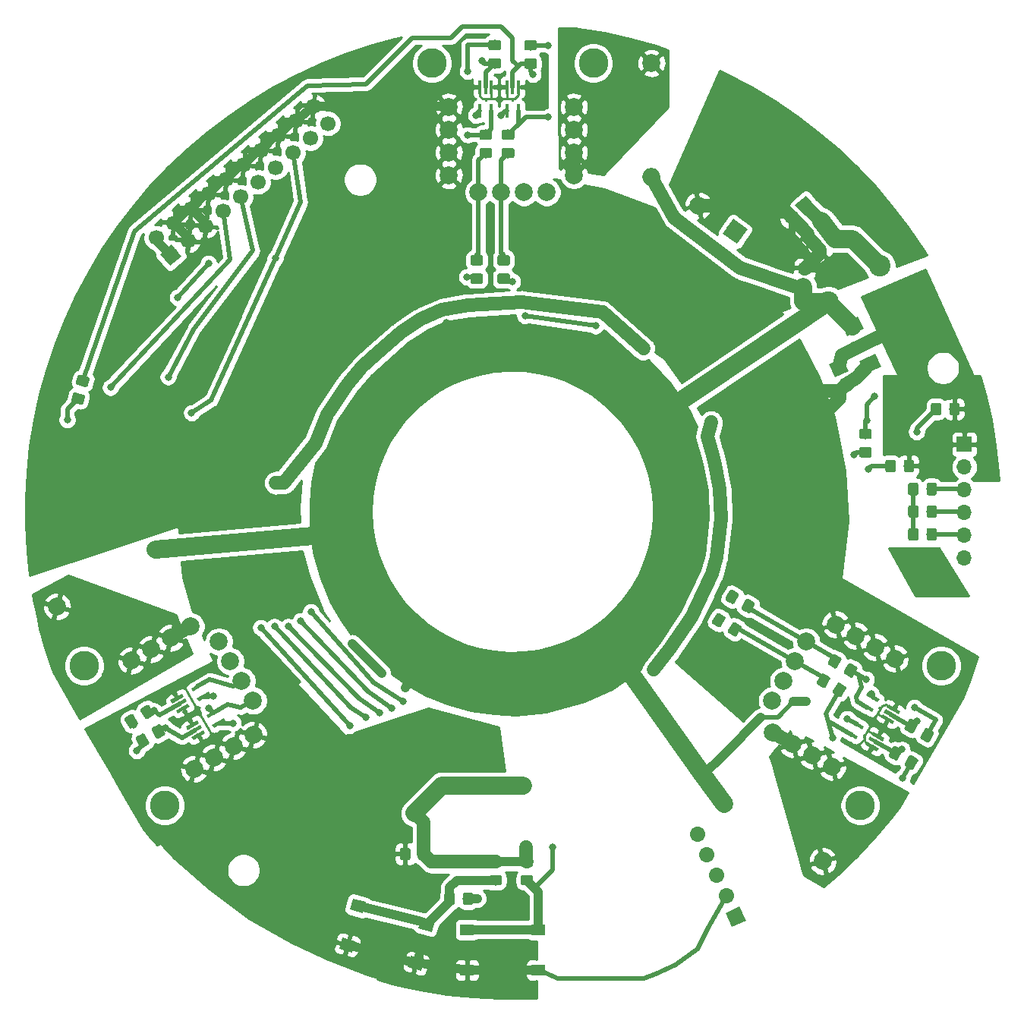
<source format=gbr>
G04 #@! TF.GenerationSoftware,KiCad,Pcbnew,(5.1.4)-1*
G04 #@! TF.CreationDate,2019-09-16T17:17:07+02:00*
G04 #@! TF.ProjectId,PixelFan,50697865-6c46-4616-9e2e-6b696361645f,rev?*
G04 #@! TF.SameCoordinates,Original*
G04 #@! TF.FileFunction,Copper,L2,Bot*
G04 #@! TF.FilePolarity,Positive*
%FSLAX46Y46*%
G04 Gerber Fmt 4.6, Leading zero omitted, Abs format (unit mm)*
G04 Created by KiCad (PCBNEW (5.1.4)-1) date 2019-09-16 17:17:07*
%MOMM*%
%LPD*%
G04 APERTURE LIST*
%ADD10C,3.300000*%
%ADD11C,2.000000*%
%ADD12C,0.100000*%
%ADD13C,1.600000*%
%ADD14C,1.150000*%
%ADD15C,1.700000*%
%ADD16C,1.700000*%
%ADD17C,2.400000*%
%ADD18R,1.550000X1.300000*%
%ADD19C,1.300000*%
%ADD20C,1.500000*%
%ADD21R,1.700000X1.700000*%
%ADD22O,1.700000X1.700000*%
%ADD23R,0.400000X1.500000*%
%ADD24C,0.400000*%
%ADD25C,2.000000*%
%ADD26O,2.000000X2.000000*%
%ADD27C,0.800000*%
%ADD28C,1.500000*%
%ADD29C,0.250000*%
%ADD30C,0.500000*%
%ADD31C,1.000000*%
%ADD32C,0.254000*%
G04 APERTURE END LIST*
D10*
X252198730Y-257205771D03*
X261198730Y-272794229D03*
D11*
X264479934Y-268717441D03*
X266679639Y-267447441D03*
X268879343Y-266177441D03*
X271079048Y-264907441D03*
X267255836Y-254505443D03*
X268525836Y-256705148D03*
X269795836Y-258904852D03*
X271065836Y-261104557D03*
X257504934Y-256636386D03*
X259704639Y-255366386D03*
X261904343Y-254096386D03*
X264104048Y-252826386D03*
D10*
X309000000Y-190000000D03*
X291000000Y-190000000D03*
D11*
X292890000Y-194880000D03*
X292890000Y-197420000D03*
X292890000Y-199960000D03*
X292890000Y-202500000D03*
X303810000Y-204390000D03*
X301270000Y-204390000D03*
X298730000Y-204390000D03*
X296190000Y-204390000D03*
X306840000Y-194880000D03*
X306840000Y-197420000D03*
X306840000Y-199960000D03*
X306840000Y-202500000D03*
D10*
X338801270Y-272794229D03*
X347801270Y-257205771D03*
D11*
X342630066Y-256402559D03*
X340430361Y-255132559D03*
X338230657Y-253862559D03*
X336030952Y-252592559D03*
X328934164Y-261104557D03*
X330204164Y-258904852D03*
X331474164Y-256705148D03*
X332744164Y-254505443D03*
X335655066Y-268483614D03*
X333455361Y-267213614D03*
X331255657Y-265943614D03*
X329055952Y-264673614D03*
X324830998Y-208762337D03*
D12*
G36*
X326223726Y-208516761D02*
G01*
X325076574Y-210155065D01*
X323438270Y-209007913D01*
X324585422Y-207369609D01*
X326223726Y-208516761D01*
X326223726Y-208516761D01*
G37*
D11*
X320735238Y-205894455D03*
D13*
X332641625Y-205885862D03*
D12*
G36*
X332740230Y-204758796D02*
G01*
X333768691Y-205984467D01*
X332543020Y-207012928D01*
X331514559Y-205787257D01*
X332740230Y-204758796D01*
X332740230Y-204758796D01*
G37*
D13*
X331109536Y-207171437D03*
D12*
G36*
X332893377Y-208202201D02*
G01*
X332917683Y-208205536D01*
X332941545Y-208211237D01*
X332964733Y-208219250D01*
X332987025Y-208229497D01*
X333008204Y-208241880D01*
X333028068Y-208256279D01*
X333046425Y-208272555D01*
X333063098Y-208290553D01*
X333641608Y-208979994D01*
X333656437Y-208999539D01*
X333669279Y-209020443D01*
X333680010Y-209042506D01*
X333688526Y-209065514D01*
X333694747Y-209089246D01*
X333698611Y-209113473D01*
X333700082Y-209137963D01*
X333699146Y-209162479D01*
X333695811Y-209186785D01*
X333690110Y-209210647D01*
X333682097Y-209233835D01*
X333671850Y-209256127D01*
X333659467Y-209277306D01*
X333645068Y-209297170D01*
X333628792Y-209315527D01*
X333610794Y-209332200D01*
X333112864Y-209750013D01*
X333093319Y-209764842D01*
X333072415Y-209777684D01*
X333050352Y-209788415D01*
X333027344Y-209796931D01*
X333003612Y-209803152D01*
X332979385Y-209807016D01*
X332954895Y-209808487D01*
X332930379Y-209807551D01*
X332906073Y-209804216D01*
X332882211Y-209798515D01*
X332859023Y-209790502D01*
X332836731Y-209780255D01*
X332815552Y-209767872D01*
X332795688Y-209753473D01*
X332777331Y-209737197D01*
X332760658Y-209719199D01*
X332182148Y-209029758D01*
X332167319Y-209010213D01*
X332154477Y-208989309D01*
X332143746Y-208967246D01*
X332135230Y-208944238D01*
X332129009Y-208920506D01*
X332125145Y-208896279D01*
X332123674Y-208871789D01*
X332124610Y-208847273D01*
X332127945Y-208822967D01*
X332133646Y-208799105D01*
X332141659Y-208775917D01*
X332151906Y-208753625D01*
X332164289Y-208732446D01*
X332178688Y-208712582D01*
X332194964Y-208694225D01*
X332212962Y-208677552D01*
X332710892Y-208259739D01*
X332730437Y-208244910D01*
X332751341Y-208232068D01*
X332773404Y-208221337D01*
X332796412Y-208212821D01*
X332820144Y-208206600D01*
X332844371Y-208202736D01*
X332868861Y-208201265D01*
X332893377Y-208202201D01*
X332893377Y-208202201D01*
G37*
D14*
X332911878Y-209004876D03*
D12*
G36*
X334463769Y-206884487D02*
G01*
X334488075Y-206887822D01*
X334511937Y-206893523D01*
X334535125Y-206901536D01*
X334557417Y-206911783D01*
X334578596Y-206924166D01*
X334598460Y-206938565D01*
X334616817Y-206954841D01*
X334633490Y-206972839D01*
X335212000Y-207662280D01*
X335226829Y-207681825D01*
X335239671Y-207702729D01*
X335250402Y-207724792D01*
X335258918Y-207747800D01*
X335265139Y-207771532D01*
X335269003Y-207795759D01*
X335270474Y-207820249D01*
X335269538Y-207844765D01*
X335266203Y-207869071D01*
X335260502Y-207892933D01*
X335252489Y-207916121D01*
X335242242Y-207938413D01*
X335229859Y-207959592D01*
X335215460Y-207979456D01*
X335199184Y-207997813D01*
X335181186Y-208014486D01*
X334683256Y-208432299D01*
X334663711Y-208447128D01*
X334642807Y-208459970D01*
X334620744Y-208470701D01*
X334597736Y-208479217D01*
X334574004Y-208485438D01*
X334549777Y-208489302D01*
X334525287Y-208490773D01*
X334500771Y-208489837D01*
X334476465Y-208486502D01*
X334452603Y-208480801D01*
X334429415Y-208472788D01*
X334407123Y-208462541D01*
X334385944Y-208450158D01*
X334366080Y-208435759D01*
X334347723Y-208419483D01*
X334331050Y-208401485D01*
X333752540Y-207712044D01*
X333737711Y-207692499D01*
X333724869Y-207671595D01*
X333714138Y-207649532D01*
X333705622Y-207626524D01*
X333699401Y-207602792D01*
X333695537Y-207578565D01*
X333694066Y-207554075D01*
X333695002Y-207529559D01*
X333698337Y-207505253D01*
X333704038Y-207481391D01*
X333712051Y-207458203D01*
X333722298Y-207435911D01*
X333734681Y-207414732D01*
X333749080Y-207394868D01*
X333765356Y-207376511D01*
X333783354Y-207359838D01*
X334281284Y-206942025D01*
X334300829Y-206927196D01*
X334321733Y-206914354D01*
X334343796Y-206903623D01*
X334366804Y-206895107D01*
X334390536Y-206888886D01*
X334414763Y-206885022D01*
X334439253Y-206883551D01*
X334463769Y-206884487D01*
X334463769Y-206884487D01*
G37*
D14*
X334482270Y-207687162D03*
D12*
G36*
X336009638Y-208786779D02*
G01*
X336033979Y-208789849D01*
X336057902Y-208795290D01*
X336081176Y-208803049D01*
X336103578Y-208813052D01*
X336124891Y-208825203D01*
X336144911Y-208839384D01*
X336163444Y-208855460D01*
X336180313Y-208873274D01*
X336195354Y-208892656D01*
X336711574Y-209629894D01*
X336724643Y-209650658D01*
X336735614Y-209672602D01*
X336744381Y-209695515D01*
X336750860Y-209719178D01*
X336754988Y-209743362D01*
X336756727Y-209767834D01*
X336756058Y-209792359D01*
X336752988Y-209816700D01*
X336747547Y-209840623D01*
X336739788Y-209863897D01*
X336729785Y-209886299D01*
X336717634Y-209907612D01*
X336703453Y-209927632D01*
X336687377Y-209946166D01*
X336669563Y-209963034D01*
X336650181Y-209978075D01*
X336117731Y-210350901D01*
X336096968Y-210363970D01*
X336075023Y-210374941D01*
X336052110Y-210383708D01*
X336028447Y-210390187D01*
X336004263Y-210394315D01*
X335979791Y-210396054D01*
X335955266Y-210395385D01*
X335930925Y-210392315D01*
X335907002Y-210386874D01*
X335883728Y-210379115D01*
X335861326Y-210369112D01*
X335840013Y-210356961D01*
X335819993Y-210342780D01*
X335801460Y-210326704D01*
X335784591Y-210308890D01*
X335769550Y-210289508D01*
X335253330Y-209552270D01*
X335240261Y-209531506D01*
X335229290Y-209509562D01*
X335220523Y-209486649D01*
X335214044Y-209462986D01*
X335209916Y-209438802D01*
X335208177Y-209414330D01*
X335208846Y-209389805D01*
X335211916Y-209365464D01*
X335217357Y-209341541D01*
X335225116Y-209318267D01*
X335235119Y-209295865D01*
X335247270Y-209274552D01*
X335261451Y-209254532D01*
X335277527Y-209235998D01*
X335295341Y-209219130D01*
X335314723Y-209204089D01*
X335847173Y-208831263D01*
X335867936Y-208818194D01*
X335889881Y-208807223D01*
X335912794Y-208798456D01*
X335936457Y-208791977D01*
X335960641Y-208787849D01*
X335985113Y-208786110D01*
X336009638Y-208786779D01*
X336009638Y-208786779D01*
G37*
D14*
X335982452Y-209591082D03*
D12*
G36*
X334330376Y-209962611D02*
G01*
X334354717Y-209965681D01*
X334378640Y-209971122D01*
X334401914Y-209978881D01*
X334424316Y-209988884D01*
X334445629Y-210001035D01*
X334465649Y-210015216D01*
X334484182Y-210031292D01*
X334501051Y-210049106D01*
X334516092Y-210068488D01*
X335032312Y-210805726D01*
X335045381Y-210826490D01*
X335056352Y-210848434D01*
X335065119Y-210871347D01*
X335071598Y-210895010D01*
X335075726Y-210919194D01*
X335077465Y-210943666D01*
X335076796Y-210968191D01*
X335073726Y-210992532D01*
X335068285Y-211016455D01*
X335060526Y-211039729D01*
X335050523Y-211062131D01*
X335038372Y-211083444D01*
X335024191Y-211103464D01*
X335008115Y-211121998D01*
X334990301Y-211138866D01*
X334970919Y-211153907D01*
X334438469Y-211526733D01*
X334417706Y-211539802D01*
X334395761Y-211550773D01*
X334372848Y-211559540D01*
X334349185Y-211566019D01*
X334325001Y-211570147D01*
X334300529Y-211571886D01*
X334276004Y-211571217D01*
X334251663Y-211568147D01*
X334227740Y-211562706D01*
X334204466Y-211554947D01*
X334182064Y-211544944D01*
X334160751Y-211532793D01*
X334140731Y-211518612D01*
X334122198Y-211502536D01*
X334105329Y-211484722D01*
X334090288Y-211465340D01*
X333574068Y-210728102D01*
X333560999Y-210707338D01*
X333550028Y-210685394D01*
X333541261Y-210662481D01*
X333534782Y-210638818D01*
X333530654Y-210614634D01*
X333528915Y-210590162D01*
X333529584Y-210565637D01*
X333532654Y-210541296D01*
X333538095Y-210517373D01*
X333545854Y-210494099D01*
X333555857Y-210471697D01*
X333568008Y-210450384D01*
X333582189Y-210430364D01*
X333598265Y-210411830D01*
X333616079Y-210394962D01*
X333635461Y-210379921D01*
X334167911Y-210007095D01*
X334188674Y-209994026D01*
X334210619Y-209983055D01*
X334233532Y-209974288D01*
X334257195Y-209967809D01*
X334281379Y-209963681D01*
X334305851Y-209961942D01*
X334330376Y-209962611D01*
X334330376Y-209962611D01*
G37*
D14*
X334303190Y-210766914D03*
D12*
G36*
X332196291Y-212305281D02*
G01*
X333092868Y-212383721D01*
X333117174Y-212387056D01*
X333141036Y-212392757D01*
X333164224Y-212400770D01*
X333186516Y-212411017D01*
X333207695Y-212423400D01*
X333227559Y-212437799D01*
X333245916Y-212454075D01*
X333262589Y-212472073D01*
X333277418Y-212491618D01*
X333290260Y-212512522D01*
X333300991Y-212534585D01*
X333309507Y-212557593D01*
X333315728Y-212581325D01*
X333319592Y-212605552D01*
X333321063Y-212630042D01*
X333320127Y-212654558D01*
X333263476Y-213302086D01*
X333260141Y-213326392D01*
X333254440Y-213350254D01*
X333246427Y-213373442D01*
X333236180Y-213395734D01*
X333223797Y-213416913D01*
X333209398Y-213436777D01*
X333193122Y-213455134D01*
X333175124Y-213471807D01*
X333155579Y-213486636D01*
X333134675Y-213499478D01*
X333112612Y-213510209D01*
X333089604Y-213518725D01*
X333065872Y-213524946D01*
X333041645Y-213528810D01*
X333017155Y-213530281D01*
X332992639Y-213529345D01*
X332096062Y-213450905D01*
X332071756Y-213447570D01*
X332047894Y-213441869D01*
X332024706Y-213433856D01*
X332002414Y-213423609D01*
X331981235Y-213411226D01*
X331961371Y-213396827D01*
X331943014Y-213380551D01*
X331926341Y-213362553D01*
X331911512Y-213343008D01*
X331898670Y-213322104D01*
X331887939Y-213300041D01*
X331879423Y-213277033D01*
X331873202Y-213253301D01*
X331869338Y-213229074D01*
X331867867Y-213204584D01*
X331868803Y-213180068D01*
X331925454Y-212532540D01*
X331928789Y-212508234D01*
X331934490Y-212484372D01*
X331942503Y-212461184D01*
X331952750Y-212438892D01*
X331965133Y-212417713D01*
X331979532Y-212397849D01*
X331995808Y-212379492D01*
X332013806Y-212362819D01*
X332033351Y-212347990D01*
X332054255Y-212335148D01*
X332076318Y-212324417D01*
X332099326Y-212315901D01*
X332123058Y-212309680D01*
X332147285Y-212305816D01*
X332171775Y-212304345D01*
X332196291Y-212305281D01*
X332196291Y-212305281D01*
G37*
D14*
X332594465Y-212917313D03*
D12*
G36*
X332017621Y-214347481D02*
G01*
X332914198Y-214425921D01*
X332938504Y-214429256D01*
X332962366Y-214434957D01*
X332985554Y-214442970D01*
X333007846Y-214453217D01*
X333029025Y-214465600D01*
X333048889Y-214479999D01*
X333067246Y-214496275D01*
X333083919Y-214514273D01*
X333098748Y-214533818D01*
X333111590Y-214554722D01*
X333122321Y-214576785D01*
X333130837Y-214599793D01*
X333137058Y-214623525D01*
X333140922Y-214647752D01*
X333142393Y-214672242D01*
X333141457Y-214696758D01*
X333084806Y-215344286D01*
X333081471Y-215368592D01*
X333075770Y-215392454D01*
X333067757Y-215415642D01*
X333057510Y-215437934D01*
X333045127Y-215459113D01*
X333030728Y-215478977D01*
X333014452Y-215497334D01*
X332996454Y-215514007D01*
X332976909Y-215528836D01*
X332956005Y-215541678D01*
X332933942Y-215552409D01*
X332910934Y-215560925D01*
X332887202Y-215567146D01*
X332862975Y-215571010D01*
X332838485Y-215572481D01*
X332813969Y-215571545D01*
X331917392Y-215493105D01*
X331893086Y-215489770D01*
X331869224Y-215484069D01*
X331846036Y-215476056D01*
X331823744Y-215465809D01*
X331802565Y-215453426D01*
X331782701Y-215439027D01*
X331764344Y-215422751D01*
X331747671Y-215404753D01*
X331732842Y-215385208D01*
X331720000Y-215364304D01*
X331709269Y-215342241D01*
X331700753Y-215319233D01*
X331694532Y-215295501D01*
X331690668Y-215271274D01*
X331689197Y-215246784D01*
X331690133Y-215222268D01*
X331746784Y-214574740D01*
X331750119Y-214550434D01*
X331755820Y-214526572D01*
X331763833Y-214503384D01*
X331774080Y-214481092D01*
X331786463Y-214459913D01*
X331800862Y-214440049D01*
X331817138Y-214421692D01*
X331835136Y-214405019D01*
X331854681Y-214390190D01*
X331875585Y-214377348D01*
X331897648Y-214366617D01*
X331920656Y-214358101D01*
X331944388Y-214351880D01*
X331968615Y-214348016D01*
X331993105Y-214346545D01*
X332017621Y-214347481D01*
X332017621Y-214347481D01*
G37*
D14*
X332415795Y-214959513D03*
D13*
X337233532Y-225784453D03*
X336388295Y-223971837D03*
D12*
G36*
X335325154Y-223584885D02*
G01*
X336775247Y-222908696D01*
X337451436Y-224358789D01*
X336001343Y-225034978D01*
X335325154Y-223584885D01*
X335325154Y-223584885D01*
G37*
G36*
X339844505Y-230781204D02*
G01*
X339868773Y-230784804D01*
X339892572Y-230790765D01*
X339915671Y-230799030D01*
X339937850Y-230809520D01*
X339958893Y-230822132D01*
X339978599Y-230836747D01*
X339996777Y-230853223D01*
X340013253Y-230871401D01*
X340027868Y-230891107D01*
X340040480Y-230912150D01*
X340050970Y-230934329D01*
X340059235Y-230957428D01*
X340065196Y-230981227D01*
X340068796Y-231005495D01*
X340070000Y-231029999D01*
X340070000Y-231680001D01*
X340068796Y-231704505D01*
X340065196Y-231728773D01*
X340059235Y-231752572D01*
X340050970Y-231775671D01*
X340040480Y-231797850D01*
X340027868Y-231818893D01*
X340013253Y-231838599D01*
X339996777Y-231856777D01*
X339978599Y-231873253D01*
X339958893Y-231887868D01*
X339937850Y-231900480D01*
X339915671Y-231910970D01*
X339892572Y-231919235D01*
X339868773Y-231925196D01*
X339844505Y-231928796D01*
X339820001Y-231930000D01*
X338919999Y-231930000D01*
X338895495Y-231928796D01*
X338871227Y-231925196D01*
X338847428Y-231919235D01*
X338824329Y-231910970D01*
X338802150Y-231900480D01*
X338781107Y-231887868D01*
X338761401Y-231873253D01*
X338743223Y-231856777D01*
X338726747Y-231838599D01*
X338712132Y-231818893D01*
X338699520Y-231797850D01*
X338689030Y-231775671D01*
X338680765Y-231752572D01*
X338674804Y-231728773D01*
X338671204Y-231704505D01*
X338670000Y-231680001D01*
X338670000Y-231029999D01*
X338671204Y-231005495D01*
X338674804Y-230981227D01*
X338680765Y-230957428D01*
X338689030Y-230934329D01*
X338699520Y-230912150D01*
X338712132Y-230891107D01*
X338726747Y-230871401D01*
X338743223Y-230853223D01*
X338761401Y-230836747D01*
X338781107Y-230822132D01*
X338802150Y-230809520D01*
X338824329Y-230799030D01*
X338847428Y-230790765D01*
X338871227Y-230784804D01*
X338895495Y-230781204D01*
X338919999Y-230780000D01*
X339820001Y-230780000D01*
X339844505Y-230781204D01*
X339844505Y-230781204D01*
G37*
D14*
X339370000Y-231355000D03*
D12*
G36*
X339844505Y-232831204D02*
G01*
X339868773Y-232834804D01*
X339892572Y-232840765D01*
X339915671Y-232849030D01*
X339937850Y-232859520D01*
X339958893Y-232872132D01*
X339978599Y-232886747D01*
X339996777Y-232903223D01*
X340013253Y-232921401D01*
X340027868Y-232941107D01*
X340040480Y-232962150D01*
X340050970Y-232984329D01*
X340059235Y-233007428D01*
X340065196Y-233031227D01*
X340068796Y-233055495D01*
X340070000Y-233079999D01*
X340070000Y-233730001D01*
X340068796Y-233754505D01*
X340065196Y-233778773D01*
X340059235Y-233802572D01*
X340050970Y-233825671D01*
X340040480Y-233847850D01*
X340027868Y-233868893D01*
X340013253Y-233888599D01*
X339996777Y-233906777D01*
X339978599Y-233923253D01*
X339958893Y-233937868D01*
X339937850Y-233950480D01*
X339915671Y-233960970D01*
X339892572Y-233969235D01*
X339868773Y-233975196D01*
X339844505Y-233978796D01*
X339820001Y-233980000D01*
X338919999Y-233980000D01*
X338895495Y-233978796D01*
X338871227Y-233975196D01*
X338847428Y-233969235D01*
X338824329Y-233960970D01*
X338802150Y-233950480D01*
X338781107Y-233937868D01*
X338761401Y-233923253D01*
X338743223Y-233906777D01*
X338726747Y-233888599D01*
X338712132Y-233868893D01*
X338699520Y-233847850D01*
X338689030Y-233825671D01*
X338680765Y-233802572D01*
X338674804Y-233778773D01*
X338671204Y-233754505D01*
X338670000Y-233730001D01*
X338670000Y-233079999D01*
X338671204Y-233055495D01*
X338674804Y-233031227D01*
X338680765Y-233007428D01*
X338689030Y-232984329D01*
X338699520Y-232962150D01*
X338712132Y-232941107D01*
X338726747Y-232921401D01*
X338743223Y-232903223D01*
X338761401Y-232886747D01*
X338781107Y-232872132D01*
X338802150Y-232859520D01*
X338824329Y-232849030D01*
X338847428Y-232840765D01*
X338871227Y-232834804D01*
X338895495Y-232831204D01*
X338919999Y-232830000D01*
X339820001Y-232830000D01*
X339844505Y-232831204D01*
X339844505Y-232831204D01*
G37*
D14*
X339370000Y-233405000D03*
D15*
X324900000Y-285200000D03*
D12*
G36*
X325311136Y-284070413D02*
G01*
X326029587Y-285611136D01*
X324488864Y-286329587D01*
X323770413Y-284788864D01*
X325311136Y-284070413D01*
X325311136Y-284070413D01*
G37*
D15*
X323826550Y-282897978D03*
D16*
X323826550Y-282897978D02*
X323826550Y-282897978D01*
D15*
X322753099Y-280595956D03*
D16*
X322753099Y-280595956D02*
X322753099Y-280595956D01*
D15*
X321679649Y-278293935D03*
D16*
X321679649Y-278293935D02*
X321679649Y-278293935D01*
D15*
X320606198Y-275991913D03*
D16*
X320606198Y-275991913D02*
X320606198Y-275991913D01*
D17*
X340954393Y-212594702D03*
X335220329Y-216609737D03*
D12*
G36*
X302074505Y-280551204D02*
G01*
X302098773Y-280554804D01*
X302122572Y-280560765D01*
X302145671Y-280569030D01*
X302167850Y-280579520D01*
X302188893Y-280592132D01*
X302208599Y-280606747D01*
X302226777Y-280623223D01*
X302243253Y-280641401D01*
X302257868Y-280661107D01*
X302270480Y-280682150D01*
X302280970Y-280704329D01*
X302289235Y-280727428D01*
X302295196Y-280751227D01*
X302298796Y-280775495D01*
X302300000Y-280799999D01*
X302300000Y-281450001D01*
X302298796Y-281474505D01*
X302295196Y-281498773D01*
X302289235Y-281522572D01*
X302280970Y-281545671D01*
X302270480Y-281567850D01*
X302257868Y-281588893D01*
X302243253Y-281608599D01*
X302226777Y-281626777D01*
X302208599Y-281643253D01*
X302188893Y-281657868D01*
X302167850Y-281670480D01*
X302145671Y-281680970D01*
X302122572Y-281689235D01*
X302098773Y-281695196D01*
X302074505Y-281698796D01*
X302050001Y-281700000D01*
X301149999Y-281700000D01*
X301125495Y-281698796D01*
X301101227Y-281695196D01*
X301077428Y-281689235D01*
X301054329Y-281680970D01*
X301032150Y-281670480D01*
X301011107Y-281657868D01*
X300991401Y-281643253D01*
X300973223Y-281626777D01*
X300956747Y-281608599D01*
X300942132Y-281588893D01*
X300929520Y-281567850D01*
X300919030Y-281545671D01*
X300910765Y-281522572D01*
X300904804Y-281498773D01*
X300901204Y-281474505D01*
X300900000Y-281450001D01*
X300900000Y-280799999D01*
X300901204Y-280775495D01*
X300904804Y-280751227D01*
X300910765Y-280727428D01*
X300919030Y-280704329D01*
X300929520Y-280682150D01*
X300942132Y-280661107D01*
X300956747Y-280641401D01*
X300973223Y-280623223D01*
X300991401Y-280606747D01*
X301011107Y-280592132D01*
X301032150Y-280579520D01*
X301054329Y-280569030D01*
X301077428Y-280560765D01*
X301101227Y-280554804D01*
X301125495Y-280551204D01*
X301149999Y-280550000D01*
X302050001Y-280550000D01*
X302074505Y-280551204D01*
X302074505Y-280551204D01*
G37*
D14*
X301600000Y-281125000D03*
D12*
G36*
X302074505Y-278501204D02*
G01*
X302098773Y-278504804D01*
X302122572Y-278510765D01*
X302145671Y-278519030D01*
X302167850Y-278529520D01*
X302188893Y-278542132D01*
X302208599Y-278556747D01*
X302226777Y-278573223D01*
X302243253Y-278591401D01*
X302257868Y-278611107D01*
X302270480Y-278632150D01*
X302280970Y-278654329D01*
X302289235Y-278677428D01*
X302295196Y-278701227D01*
X302298796Y-278725495D01*
X302300000Y-278749999D01*
X302300000Y-279400001D01*
X302298796Y-279424505D01*
X302295196Y-279448773D01*
X302289235Y-279472572D01*
X302280970Y-279495671D01*
X302270480Y-279517850D01*
X302257868Y-279538893D01*
X302243253Y-279558599D01*
X302226777Y-279576777D01*
X302208599Y-279593253D01*
X302188893Y-279607868D01*
X302167850Y-279620480D01*
X302145671Y-279630970D01*
X302122572Y-279639235D01*
X302098773Y-279645196D01*
X302074505Y-279648796D01*
X302050001Y-279650000D01*
X301149999Y-279650000D01*
X301125495Y-279648796D01*
X301101227Y-279645196D01*
X301077428Y-279639235D01*
X301054329Y-279630970D01*
X301032150Y-279620480D01*
X301011107Y-279607868D01*
X300991401Y-279593253D01*
X300973223Y-279576777D01*
X300956747Y-279558599D01*
X300942132Y-279538893D01*
X300929520Y-279517850D01*
X300919030Y-279495671D01*
X300910765Y-279472572D01*
X300904804Y-279448773D01*
X300901204Y-279424505D01*
X300900000Y-279400001D01*
X300900000Y-278749999D01*
X300901204Y-278725495D01*
X300904804Y-278701227D01*
X300910765Y-278677428D01*
X300919030Y-278654329D01*
X300929520Y-278632150D01*
X300942132Y-278611107D01*
X300956747Y-278591401D01*
X300973223Y-278573223D01*
X300991401Y-278556747D01*
X301011107Y-278542132D01*
X301032150Y-278529520D01*
X301054329Y-278519030D01*
X301077428Y-278510765D01*
X301101227Y-278504804D01*
X301125495Y-278501204D01*
X301149999Y-278500000D01*
X302050001Y-278500000D01*
X302074505Y-278501204D01*
X302074505Y-278501204D01*
G37*
D14*
X301600000Y-279075000D03*
D12*
G36*
X298574505Y-278501204D02*
G01*
X298598773Y-278504804D01*
X298622572Y-278510765D01*
X298645671Y-278519030D01*
X298667850Y-278529520D01*
X298688893Y-278542132D01*
X298708599Y-278556747D01*
X298726777Y-278573223D01*
X298743253Y-278591401D01*
X298757868Y-278611107D01*
X298770480Y-278632150D01*
X298780970Y-278654329D01*
X298789235Y-278677428D01*
X298795196Y-278701227D01*
X298798796Y-278725495D01*
X298800000Y-278749999D01*
X298800000Y-279400001D01*
X298798796Y-279424505D01*
X298795196Y-279448773D01*
X298789235Y-279472572D01*
X298780970Y-279495671D01*
X298770480Y-279517850D01*
X298757868Y-279538893D01*
X298743253Y-279558599D01*
X298726777Y-279576777D01*
X298708599Y-279593253D01*
X298688893Y-279607868D01*
X298667850Y-279620480D01*
X298645671Y-279630970D01*
X298622572Y-279639235D01*
X298598773Y-279645196D01*
X298574505Y-279648796D01*
X298550001Y-279650000D01*
X297649999Y-279650000D01*
X297625495Y-279648796D01*
X297601227Y-279645196D01*
X297577428Y-279639235D01*
X297554329Y-279630970D01*
X297532150Y-279620480D01*
X297511107Y-279607868D01*
X297491401Y-279593253D01*
X297473223Y-279576777D01*
X297456747Y-279558599D01*
X297442132Y-279538893D01*
X297429520Y-279517850D01*
X297419030Y-279495671D01*
X297410765Y-279472572D01*
X297404804Y-279448773D01*
X297401204Y-279424505D01*
X297400000Y-279400001D01*
X297400000Y-278749999D01*
X297401204Y-278725495D01*
X297404804Y-278701227D01*
X297410765Y-278677428D01*
X297419030Y-278654329D01*
X297429520Y-278632150D01*
X297442132Y-278611107D01*
X297456747Y-278591401D01*
X297473223Y-278573223D01*
X297491401Y-278556747D01*
X297511107Y-278542132D01*
X297532150Y-278529520D01*
X297554329Y-278519030D01*
X297577428Y-278510765D01*
X297601227Y-278504804D01*
X297625495Y-278501204D01*
X297649999Y-278500000D01*
X298550001Y-278500000D01*
X298574505Y-278501204D01*
X298574505Y-278501204D01*
G37*
D14*
X298100000Y-279075000D03*
D12*
G36*
X298574505Y-280551204D02*
G01*
X298598773Y-280554804D01*
X298622572Y-280560765D01*
X298645671Y-280569030D01*
X298667850Y-280579520D01*
X298688893Y-280592132D01*
X298708599Y-280606747D01*
X298726777Y-280623223D01*
X298743253Y-280641401D01*
X298757868Y-280661107D01*
X298770480Y-280682150D01*
X298780970Y-280704329D01*
X298789235Y-280727428D01*
X298795196Y-280751227D01*
X298798796Y-280775495D01*
X298800000Y-280799999D01*
X298800000Y-281450001D01*
X298798796Y-281474505D01*
X298795196Y-281498773D01*
X298789235Y-281522572D01*
X298780970Y-281545671D01*
X298770480Y-281567850D01*
X298757868Y-281588893D01*
X298743253Y-281608599D01*
X298726777Y-281626777D01*
X298708599Y-281643253D01*
X298688893Y-281657868D01*
X298667850Y-281670480D01*
X298645671Y-281680970D01*
X298622572Y-281689235D01*
X298598773Y-281695196D01*
X298574505Y-281698796D01*
X298550001Y-281700000D01*
X297649999Y-281700000D01*
X297625495Y-281698796D01*
X297601227Y-281695196D01*
X297577428Y-281689235D01*
X297554329Y-281680970D01*
X297532150Y-281670480D01*
X297511107Y-281657868D01*
X297491401Y-281643253D01*
X297473223Y-281626777D01*
X297456747Y-281608599D01*
X297442132Y-281588893D01*
X297429520Y-281567850D01*
X297419030Y-281545671D01*
X297410765Y-281522572D01*
X297404804Y-281498773D01*
X297401204Y-281474505D01*
X297400000Y-281450001D01*
X297400000Y-280799999D01*
X297401204Y-280775495D01*
X297404804Y-280751227D01*
X297410765Y-280727428D01*
X297419030Y-280704329D01*
X297429520Y-280682150D01*
X297442132Y-280661107D01*
X297456747Y-280641401D01*
X297473223Y-280623223D01*
X297491401Y-280606747D01*
X297511107Y-280592132D01*
X297532150Y-280579520D01*
X297554329Y-280569030D01*
X297577428Y-280560765D01*
X297601227Y-280554804D01*
X297625495Y-280551204D01*
X297649999Y-280550000D01*
X298550001Y-280550000D01*
X298574505Y-280551204D01*
X298574505Y-280551204D01*
G37*
D14*
X298100000Y-281125000D03*
D12*
G36*
X293324505Y-282501204D02*
G01*
X293348773Y-282504804D01*
X293372572Y-282510765D01*
X293395671Y-282519030D01*
X293417850Y-282529520D01*
X293438893Y-282542132D01*
X293458599Y-282556747D01*
X293476777Y-282573223D01*
X293493253Y-282591401D01*
X293507868Y-282611107D01*
X293520480Y-282632150D01*
X293530970Y-282654329D01*
X293539235Y-282677428D01*
X293545196Y-282701227D01*
X293548796Y-282725495D01*
X293550000Y-282749999D01*
X293550000Y-283650001D01*
X293548796Y-283674505D01*
X293545196Y-283698773D01*
X293539235Y-283722572D01*
X293530970Y-283745671D01*
X293520480Y-283767850D01*
X293507868Y-283788893D01*
X293493253Y-283808599D01*
X293476777Y-283826777D01*
X293458599Y-283843253D01*
X293438893Y-283857868D01*
X293417850Y-283870480D01*
X293395671Y-283880970D01*
X293372572Y-283889235D01*
X293348773Y-283895196D01*
X293324505Y-283898796D01*
X293300001Y-283900000D01*
X292649999Y-283900000D01*
X292625495Y-283898796D01*
X292601227Y-283895196D01*
X292577428Y-283889235D01*
X292554329Y-283880970D01*
X292532150Y-283870480D01*
X292511107Y-283857868D01*
X292491401Y-283843253D01*
X292473223Y-283826777D01*
X292456747Y-283808599D01*
X292442132Y-283788893D01*
X292429520Y-283767850D01*
X292419030Y-283745671D01*
X292410765Y-283722572D01*
X292404804Y-283698773D01*
X292401204Y-283674505D01*
X292400000Y-283650001D01*
X292400000Y-282749999D01*
X292401204Y-282725495D01*
X292404804Y-282701227D01*
X292410765Y-282677428D01*
X292419030Y-282654329D01*
X292429520Y-282632150D01*
X292442132Y-282611107D01*
X292456747Y-282591401D01*
X292473223Y-282573223D01*
X292491401Y-282556747D01*
X292511107Y-282542132D01*
X292532150Y-282529520D01*
X292554329Y-282519030D01*
X292577428Y-282510765D01*
X292601227Y-282504804D01*
X292625495Y-282501204D01*
X292649999Y-282500000D01*
X293300001Y-282500000D01*
X293324505Y-282501204D01*
X293324505Y-282501204D01*
G37*
D14*
X292975000Y-283200000D03*
D12*
G36*
X295374505Y-282501204D02*
G01*
X295398773Y-282504804D01*
X295422572Y-282510765D01*
X295445671Y-282519030D01*
X295467850Y-282529520D01*
X295488893Y-282542132D01*
X295508599Y-282556747D01*
X295526777Y-282573223D01*
X295543253Y-282591401D01*
X295557868Y-282611107D01*
X295570480Y-282632150D01*
X295580970Y-282654329D01*
X295589235Y-282677428D01*
X295595196Y-282701227D01*
X295598796Y-282725495D01*
X295600000Y-282749999D01*
X295600000Y-283650001D01*
X295598796Y-283674505D01*
X295595196Y-283698773D01*
X295589235Y-283722572D01*
X295580970Y-283745671D01*
X295570480Y-283767850D01*
X295557868Y-283788893D01*
X295543253Y-283808599D01*
X295526777Y-283826777D01*
X295508599Y-283843253D01*
X295488893Y-283857868D01*
X295467850Y-283870480D01*
X295445671Y-283880970D01*
X295422572Y-283889235D01*
X295398773Y-283895196D01*
X295374505Y-283898796D01*
X295350001Y-283900000D01*
X294699999Y-283900000D01*
X294675495Y-283898796D01*
X294651227Y-283895196D01*
X294627428Y-283889235D01*
X294604329Y-283880970D01*
X294582150Y-283870480D01*
X294561107Y-283857868D01*
X294541401Y-283843253D01*
X294523223Y-283826777D01*
X294506747Y-283808599D01*
X294492132Y-283788893D01*
X294479520Y-283767850D01*
X294469030Y-283745671D01*
X294460765Y-283722572D01*
X294454804Y-283698773D01*
X294451204Y-283674505D01*
X294450000Y-283650001D01*
X294450000Y-282749999D01*
X294451204Y-282725495D01*
X294454804Y-282701227D01*
X294460765Y-282677428D01*
X294469030Y-282654329D01*
X294479520Y-282632150D01*
X294492132Y-282611107D01*
X294506747Y-282591401D01*
X294523223Y-282573223D01*
X294541401Y-282556747D01*
X294561107Y-282542132D01*
X294582150Y-282529520D01*
X294604329Y-282519030D01*
X294627428Y-282510765D01*
X294651227Y-282504804D01*
X294675495Y-282501204D01*
X294699999Y-282500000D01*
X295350001Y-282500000D01*
X295374505Y-282501204D01*
X295374505Y-282501204D01*
G37*
D14*
X295025000Y-283200000D03*
D12*
G36*
X344554505Y-234221204D02*
G01*
X344578773Y-234224804D01*
X344602572Y-234230765D01*
X344625671Y-234239030D01*
X344647850Y-234249520D01*
X344668893Y-234262132D01*
X344688599Y-234276747D01*
X344706777Y-234293223D01*
X344723253Y-234311401D01*
X344737868Y-234331107D01*
X344750480Y-234352150D01*
X344760970Y-234374329D01*
X344769235Y-234397428D01*
X344775196Y-234421227D01*
X344778796Y-234445495D01*
X344780000Y-234469999D01*
X344780000Y-235370001D01*
X344778796Y-235394505D01*
X344775196Y-235418773D01*
X344769235Y-235442572D01*
X344760970Y-235465671D01*
X344750480Y-235487850D01*
X344737868Y-235508893D01*
X344723253Y-235528599D01*
X344706777Y-235546777D01*
X344688599Y-235563253D01*
X344668893Y-235577868D01*
X344647850Y-235590480D01*
X344625671Y-235600970D01*
X344602572Y-235609235D01*
X344578773Y-235615196D01*
X344554505Y-235618796D01*
X344530001Y-235620000D01*
X343879999Y-235620000D01*
X343855495Y-235618796D01*
X343831227Y-235615196D01*
X343807428Y-235609235D01*
X343784329Y-235600970D01*
X343762150Y-235590480D01*
X343741107Y-235577868D01*
X343721401Y-235563253D01*
X343703223Y-235546777D01*
X343686747Y-235528599D01*
X343672132Y-235508893D01*
X343659520Y-235487850D01*
X343649030Y-235465671D01*
X343640765Y-235442572D01*
X343634804Y-235418773D01*
X343631204Y-235394505D01*
X343630000Y-235370001D01*
X343630000Y-234469999D01*
X343631204Y-234445495D01*
X343634804Y-234421227D01*
X343640765Y-234397428D01*
X343649030Y-234374329D01*
X343659520Y-234352150D01*
X343672132Y-234331107D01*
X343686747Y-234311401D01*
X343703223Y-234293223D01*
X343721401Y-234276747D01*
X343741107Y-234262132D01*
X343762150Y-234249520D01*
X343784329Y-234239030D01*
X343807428Y-234230765D01*
X343831227Y-234224804D01*
X343855495Y-234221204D01*
X343879999Y-234220000D01*
X344530001Y-234220000D01*
X344554505Y-234221204D01*
X344554505Y-234221204D01*
G37*
D14*
X344205000Y-234920000D03*
D12*
G36*
X342504505Y-234221204D02*
G01*
X342528773Y-234224804D01*
X342552572Y-234230765D01*
X342575671Y-234239030D01*
X342597850Y-234249520D01*
X342618893Y-234262132D01*
X342638599Y-234276747D01*
X342656777Y-234293223D01*
X342673253Y-234311401D01*
X342687868Y-234331107D01*
X342700480Y-234352150D01*
X342710970Y-234374329D01*
X342719235Y-234397428D01*
X342725196Y-234421227D01*
X342728796Y-234445495D01*
X342730000Y-234469999D01*
X342730000Y-235370001D01*
X342728796Y-235394505D01*
X342725196Y-235418773D01*
X342719235Y-235442572D01*
X342710970Y-235465671D01*
X342700480Y-235487850D01*
X342687868Y-235508893D01*
X342673253Y-235528599D01*
X342656777Y-235546777D01*
X342638599Y-235563253D01*
X342618893Y-235577868D01*
X342597850Y-235590480D01*
X342575671Y-235600970D01*
X342552572Y-235609235D01*
X342528773Y-235615196D01*
X342504505Y-235618796D01*
X342480001Y-235620000D01*
X341829999Y-235620000D01*
X341805495Y-235618796D01*
X341781227Y-235615196D01*
X341757428Y-235609235D01*
X341734329Y-235600970D01*
X341712150Y-235590480D01*
X341691107Y-235577868D01*
X341671401Y-235563253D01*
X341653223Y-235546777D01*
X341636747Y-235528599D01*
X341622132Y-235508893D01*
X341609520Y-235487850D01*
X341599030Y-235465671D01*
X341590765Y-235442572D01*
X341584804Y-235418773D01*
X341581204Y-235394505D01*
X341580000Y-235370001D01*
X341580000Y-234469999D01*
X341581204Y-234445495D01*
X341584804Y-234421227D01*
X341590765Y-234397428D01*
X341599030Y-234374329D01*
X341609520Y-234352150D01*
X341622132Y-234331107D01*
X341636747Y-234311401D01*
X341653223Y-234293223D01*
X341671401Y-234276747D01*
X341691107Y-234262132D01*
X341712150Y-234249520D01*
X341734329Y-234239030D01*
X341757428Y-234230765D01*
X341781227Y-234224804D01*
X341805495Y-234221204D01*
X341829999Y-234220000D01*
X342480001Y-234220000D01*
X342504505Y-234221204D01*
X342504505Y-234221204D01*
G37*
D14*
X342155000Y-234920000D03*
D12*
G36*
X349634505Y-227871204D02*
G01*
X349658773Y-227874804D01*
X349682572Y-227880765D01*
X349705671Y-227889030D01*
X349727850Y-227899520D01*
X349748893Y-227912132D01*
X349768599Y-227926747D01*
X349786777Y-227943223D01*
X349803253Y-227961401D01*
X349817868Y-227981107D01*
X349830480Y-228002150D01*
X349840970Y-228024329D01*
X349849235Y-228047428D01*
X349855196Y-228071227D01*
X349858796Y-228095495D01*
X349860000Y-228119999D01*
X349860000Y-229020001D01*
X349858796Y-229044505D01*
X349855196Y-229068773D01*
X349849235Y-229092572D01*
X349840970Y-229115671D01*
X349830480Y-229137850D01*
X349817868Y-229158893D01*
X349803253Y-229178599D01*
X349786777Y-229196777D01*
X349768599Y-229213253D01*
X349748893Y-229227868D01*
X349727850Y-229240480D01*
X349705671Y-229250970D01*
X349682572Y-229259235D01*
X349658773Y-229265196D01*
X349634505Y-229268796D01*
X349610001Y-229270000D01*
X348959999Y-229270000D01*
X348935495Y-229268796D01*
X348911227Y-229265196D01*
X348887428Y-229259235D01*
X348864329Y-229250970D01*
X348842150Y-229240480D01*
X348821107Y-229227868D01*
X348801401Y-229213253D01*
X348783223Y-229196777D01*
X348766747Y-229178599D01*
X348752132Y-229158893D01*
X348739520Y-229137850D01*
X348729030Y-229115671D01*
X348720765Y-229092572D01*
X348714804Y-229068773D01*
X348711204Y-229044505D01*
X348710000Y-229020001D01*
X348710000Y-228119999D01*
X348711204Y-228095495D01*
X348714804Y-228071227D01*
X348720765Y-228047428D01*
X348729030Y-228024329D01*
X348739520Y-228002150D01*
X348752132Y-227981107D01*
X348766747Y-227961401D01*
X348783223Y-227943223D01*
X348801401Y-227926747D01*
X348821107Y-227912132D01*
X348842150Y-227899520D01*
X348864329Y-227889030D01*
X348887428Y-227880765D01*
X348911227Y-227874804D01*
X348935495Y-227871204D01*
X348959999Y-227870000D01*
X349610001Y-227870000D01*
X349634505Y-227871204D01*
X349634505Y-227871204D01*
G37*
D14*
X349285000Y-228570000D03*
D12*
G36*
X347584505Y-227871204D02*
G01*
X347608773Y-227874804D01*
X347632572Y-227880765D01*
X347655671Y-227889030D01*
X347677850Y-227899520D01*
X347698893Y-227912132D01*
X347718599Y-227926747D01*
X347736777Y-227943223D01*
X347753253Y-227961401D01*
X347767868Y-227981107D01*
X347780480Y-228002150D01*
X347790970Y-228024329D01*
X347799235Y-228047428D01*
X347805196Y-228071227D01*
X347808796Y-228095495D01*
X347810000Y-228119999D01*
X347810000Y-229020001D01*
X347808796Y-229044505D01*
X347805196Y-229068773D01*
X347799235Y-229092572D01*
X347790970Y-229115671D01*
X347780480Y-229137850D01*
X347767868Y-229158893D01*
X347753253Y-229178599D01*
X347736777Y-229196777D01*
X347718599Y-229213253D01*
X347698893Y-229227868D01*
X347677850Y-229240480D01*
X347655671Y-229250970D01*
X347632572Y-229259235D01*
X347608773Y-229265196D01*
X347584505Y-229268796D01*
X347560001Y-229270000D01*
X346909999Y-229270000D01*
X346885495Y-229268796D01*
X346861227Y-229265196D01*
X346837428Y-229259235D01*
X346814329Y-229250970D01*
X346792150Y-229240480D01*
X346771107Y-229227868D01*
X346751401Y-229213253D01*
X346733223Y-229196777D01*
X346716747Y-229178599D01*
X346702132Y-229158893D01*
X346689520Y-229137850D01*
X346679030Y-229115671D01*
X346670765Y-229092572D01*
X346664804Y-229068773D01*
X346661204Y-229044505D01*
X346660000Y-229020001D01*
X346660000Y-228119999D01*
X346661204Y-228095495D01*
X346664804Y-228071227D01*
X346670765Y-228047428D01*
X346679030Y-228024329D01*
X346689520Y-228002150D01*
X346702132Y-227981107D01*
X346716747Y-227961401D01*
X346733223Y-227943223D01*
X346751401Y-227926747D01*
X346771107Y-227912132D01*
X346792150Y-227899520D01*
X346814329Y-227889030D01*
X346837428Y-227880765D01*
X346861227Y-227874804D01*
X346885495Y-227871204D01*
X346909999Y-227870000D01*
X347560001Y-227870000D01*
X347584505Y-227871204D01*
X347584505Y-227871204D01*
G37*
D14*
X347235000Y-228570000D03*
D12*
G36*
X345044505Y-236801204D02*
G01*
X345068773Y-236804804D01*
X345092572Y-236810765D01*
X345115671Y-236819030D01*
X345137850Y-236829520D01*
X345158893Y-236842132D01*
X345178599Y-236856747D01*
X345196777Y-236873223D01*
X345213253Y-236891401D01*
X345227868Y-236911107D01*
X345240480Y-236932150D01*
X345250970Y-236954329D01*
X345259235Y-236977428D01*
X345265196Y-237001227D01*
X345268796Y-237025495D01*
X345270000Y-237049999D01*
X345270000Y-237950001D01*
X345268796Y-237974505D01*
X345265196Y-237998773D01*
X345259235Y-238022572D01*
X345250970Y-238045671D01*
X345240480Y-238067850D01*
X345227868Y-238088893D01*
X345213253Y-238108599D01*
X345196777Y-238126777D01*
X345178599Y-238143253D01*
X345158893Y-238157868D01*
X345137850Y-238170480D01*
X345115671Y-238180970D01*
X345092572Y-238189235D01*
X345068773Y-238195196D01*
X345044505Y-238198796D01*
X345020001Y-238200000D01*
X344369999Y-238200000D01*
X344345495Y-238198796D01*
X344321227Y-238195196D01*
X344297428Y-238189235D01*
X344274329Y-238180970D01*
X344252150Y-238170480D01*
X344231107Y-238157868D01*
X344211401Y-238143253D01*
X344193223Y-238126777D01*
X344176747Y-238108599D01*
X344162132Y-238088893D01*
X344149520Y-238067850D01*
X344139030Y-238045671D01*
X344130765Y-238022572D01*
X344124804Y-237998773D01*
X344121204Y-237974505D01*
X344120000Y-237950001D01*
X344120000Y-237049999D01*
X344121204Y-237025495D01*
X344124804Y-237001227D01*
X344130765Y-236977428D01*
X344139030Y-236954329D01*
X344149520Y-236932150D01*
X344162132Y-236911107D01*
X344176747Y-236891401D01*
X344193223Y-236873223D01*
X344211401Y-236856747D01*
X344231107Y-236842132D01*
X344252150Y-236829520D01*
X344274329Y-236819030D01*
X344297428Y-236810765D01*
X344321227Y-236804804D01*
X344345495Y-236801204D01*
X344369999Y-236800000D01*
X345020001Y-236800000D01*
X345044505Y-236801204D01*
X345044505Y-236801204D01*
G37*
D14*
X344695000Y-237500000D03*
D12*
G36*
X347094505Y-236801204D02*
G01*
X347118773Y-236804804D01*
X347142572Y-236810765D01*
X347165671Y-236819030D01*
X347187850Y-236829520D01*
X347208893Y-236842132D01*
X347228599Y-236856747D01*
X347246777Y-236873223D01*
X347263253Y-236891401D01*
X347277868Y-236911107D01*
X347290480Y-236932150D01*
X347300970Y-236954329D01*
X347309235Y-236977428D01*
X347315196Y-237001227D01*
X347318796Y-237025495D01*
X347320000Y-237049999D01*
X347320000Y-237950001D01*
X347318796Y-237974505D01*
X347315196Y-237998773D01*
X347309235Y-238022572D01*
X347300970Y-238045671D01*
X347290480Y-238067850D01*
X347277868Y-238088893D01*
X347263253Y-238108599D01*
X347246777Y-238126777D01*
X347228599Y-238143253D01*
X347208893Y-238157868D01*
X347187850Y-238170480D01*
X347165671Y-238180970D01*
X347142572Y-238189235D01*
X347118773Y-238195196D01*
X347094505Y-238198796D01*
X347070001Y-238200000D01*
X346419999Y-238200000D01*
X346395495Y-238198796D01*
X346371227Y-238195196D01*
X346347428Y-238189235D01*
X346324329Y-238180970D01*
X346302150Y-238170480D01*
X346281107Y-238157868D01*
X346261401Y-238143253D01*
X346243223Y-238126777D01*
X346226747Y-238108599D01*
X346212132Y-238088893D01*
X346199520Y-238067850D01*
X346189030Y-238045671D01*
X346180765Y-238022572D01*
X346174804Y-237998773D01*
X346171204Y-237974505D01*
X346170000Y-237950001D01*
X346170000Y-237049999D01*
X346171204Y-237025495D01*
X346174804Y-237001227D01*
X346180765Y-236977428D01*
X346189030Y-236954329D01*
X346199520Y-236932150D01*
X346212132Y-236911107D01*
X346226747Y-236891401D01*
X346243223Y-236873223D01*
X346261401Y-236856747D01*
X346281107Y-236842132D01*
X346302150Y-236829520D01*
X346324329Y-236819030D01*
X346347428Y-236810765D01*
X346371227Y-236804804D01*
X346395495Y-236801204D01*
X346419999Y-236800000D01*
X347070001Y-236800000D01*
X347094505Y-236801204D01*
X347094505Y-236801204D01*
G37*
D14*
X346745000Y-237500000D03*
D12*
G36*
X347110396Y-239301204D02*
G01*
X347134664Y-239304804D01*
X347158463Y-239310765D01*
X347181562Y-239319030D01*
X347203741Y-239329520D01*
X347224784Y-239342132D01*
X347244490Y-239356747D01*
X347262668Y-239373223D01*
X347279144Y-239391401D01*
X347293759Y-239411107D01*
X347306371Y-239432150D01*
X347316861Y-239454329D01*
X347325126Y-239477428D01*
X347331087Y-239501227D01*
X347334687Y-239525495D01*
X347335891Y-239549999D01*
X347335891Y-240450001D01*
X347334687Y-240474505D01*
X347331087Y-240498773D01*
X347325126Y-240522572D01*
X347316861Y-240545671D01*
X347306371Y-240567850D01*
X347293759Y-240588893D01*
X347279144Y-240608599D01*
X347262668Y-240626777D01*
X347244490Y-240643253D01*
X347224784Y-240657868D01*
X347203741Y-240670480D01*
X347181562Y-240680970D01*
X347158463Y-240689235D01*
X347134664Y-240695196D01*
X347110396Y-240698796D01*
X347085892Y-240700000D01*
X346435890Y-240700000D01*
X346411386Y-240698796D01*
X346387118Y-240695196D01*
X346363319Y-240689235D01*
X346340220Y-240680970D01*
X346318041Y-240670480D01*
X346296998Y-240657868D01*
X346277292Y-240643253D01*
X346259114Y-240626777D01*
X346242638Y-240608599D01*
X346228023Y-240588893D01*
X346215411Y-240567850D01*
X346204921Y-240545671D01*
X346196656Y-240522572D01*
X346190695Y-240498773D01*
X346187095Y-240474505D01*
X346185891Y-240450001D01*
X346185891Y-239549999D01*
X346187095Y-239525495D01*
X346190695Y-239501227D01*
X346196656Y-239477428D01*
X346204921Y-239454329D01*
X346215411Y-239432150D01*
X346228023Y-239411107D01*
X346242638Y-239391401D01*
X346259114Y-239373223D01*
X346277292Y-239356747D01*
X346296998Y-239342132D01*
X346318041Y-239329520D01*
X346340220Y-239319030D01*
X346363319Y-239310765D01*
X346387118Y-239304804D01*
X346411386Y-239301204D01*
X346435890Y-239300000D01*
X347085892Y-239300000D01*
X347110396Y-239301204D01*
X347110396Y-239301204D01*
G37*
D14*
X346760891Y-240000000D03*
D12*
G36*
X345060396Y-239301204D02*
G01*
X345084664Y-239304804D01*
X345108463Y-239310765D01*
X345131562Y-239319030D01*
X345153741Y-239329520D01*
X345174784Y-239342132D01*
X345194490Y-239356747D01*
X345212668Y-239373223D01*
X345229144Y-239391401D01*
X345243759Y-239411107D01*
X345256371Y-239432150D01*
X345266861Y-239454329D01*
X345275126Y-239477428D01*
X345281087Y-239501227D01*
X345284687Y-239525495D01*
X345285891Y-239549999D01*
X345285891Y-240450001D01*
X345284687Y-240474505D01*
X345281087Y-240498773D01*
X345275126Y-240522572D01*
X345266861Y-240545671D01*
X345256371Y-240567850D01*
X345243759Y-240588893D01*
X345229144Y-240608599D01*
X345212668Y-240626777D01*
X345194490Y-240643253D01*
X345174784Y-240657868D01*
X345153741Y-240670480D01*
X345131562Y-240680970D01*
X345108463Y-240689235D01*
X345084664Y-240695196D01*
X345060396Y-240698796D01*
X345035892Y-240700000D01*
X344385890Y-240700000D01*
X344361386Y-240698796D01*
X344337118Y-240695196D01*
X344313319Y-240689235D01*
X344290220Y-240680970D01*
X344268041Y-240670480D01*
X344246998Y-240657868D01*
X344227292Y-240643253D01*
X344209114Y-240626777D01*
X344192638Y-240608599D01*
X344178023Y-240588893D01*
X344165411Y-240567850D01*
X344154921Y-240545671D01*
X344146656Y-240522572D01*
X344140695Y-240498773D01*
X344137095Y-240474505D01*
X344135891Y-240450001D01*
X344135891Y-239549999D01*
X344137095Y-239525495D01*
X344140695Y-239501227D01*
X344146656Y-239477428D01*
X344154921Y-239454329D01*
X344165411Y-239432150D01*
X344178023Y-239411107D01*
X344192638Y-239391401D01*
X344209114Y-239373223D01*
X344227292Y-239356747D01*
X344246998Y-239342132D01*
X344268041Y-239329520D01*
X344290220Y-239319030D01*
X344313319Y-239310765D01*
X344337118Y-239304804D01*
X344361386Y-239301204D01*
X344385890Y-239300000D01*
X345035892Y-239300000D01*
X345060396Y-239301204D01*
X345060396Y-239301204D01*
G37*
D14*
X344710891Y-240000000D03*
D12*
G36*
X345044505Y-241841204D02*
G01*
X345068773Y-241844804D01*
X345092572Y-241850765D01*
X345115671Y-241859030D01*
X345137850Y-241869520D01*
X345158893Y-241882132D01*
X345178599Y-241896747D01*
X345196777Y-241913223D01*
X345213253Y-241931401D01*
X345227868Y-241951107D01*
X345240480Y-241972150D01*
X345250970Y-241994329D01*
X345259235Y-242017428D01*
X345265196Y-242041227D01*
X345268796Y-242065495D01*
X345270000Y-242089999D01*
X345270000Y-242990001D01*
X345268796Y-243014505D01*
X345265196Y-243038773D01*
X345259235Y-243062572D01*
X345250970Y-243085671D01*
X345240480Y-243107850D01*
X345227868Y-243128893D01*
X345213253Y-243148599D01*
X345196777Y-243166777D01*
X345178599Y-243183253D01*
X345158893Y-243197868D01*
X345137850Y-243210480D01*
X345115671Y-243220970D01*
X345092572Y-243229235D01*
X345068773Y-243235196D01*
X345044505Y-243238796D01*
X345020001Y-243240000D01*
X344369999Y-243240000D01*
X344345495Y-243238796D01*
X344321227Y-243235196D01*
X344297428Y-243229235D01*
X344274329Y-243220970D01*
X344252150Y-243210480D01*
X344231107Y-243197868D01*
X344211401Y-243183253D01*
X344193223Y-243166777D01*
X344176747Y-243148599D01*
X344162132Y-243128893D01*
X344149520Y-243107850D01*
X344139030Y-243085671D01*
X344130765Y-243062572D01*
X344124804Y-243038773D01*
X344121204Y-243014505D01*
X344120000Y-242990001D01*
X344120000Y-242089999D01*
X344121204Y-242065495D01*
X344124804Y-242041227D01*
X344130765Y-242017428D01*
X344139030Y-241994329D01*
X344149520Y-241972150D01*
X344162132Y-241951107D01*
X344176747Y-241931401D01*
X344193223Y-241913223D01*
X344211401Y-241896747D01*
X344231107Y-241882132D01*
X344252150Y-241869520D01*
X344274329Y-241859030D01*
X344297428Y-241850765D01*
X344321227Y-241844804D01*
X344345495Y-241841204D01*
X344369999Y-241840000D01*
X345020001Y-241840000D01*
X345044505Y-241841204D01*
X345044505Y-241841204D01*
G37*
D14*
X344695000Y-242540000D03*
D12*
G36*
X347094505Y-241841204D02*
G01*
X347118773Y-241844804D01*
X347142572Y-241850765D01*
X347165671Y-241859030D01*
X347187850Y-241869520D01*
X347208893Y-241882132D01*
X347228599Y-241896747D01*
X347246777Y-241913223D01*
X347263253Y-241931401D01*
X347277868Y-241951107D01*
X347290480Y-241972150D01*
X347300970Y-241994329D01*
X347309235Y-242017428D01*
X347315196Y-242041227D01*
X347318796Y-242065495D01*
X347320000Y-242089999D01*
X347320000Y-242990001D01*
X347318796Y-243014505D01*
X347315196Y-243038773D01*
X347309235Y-243062572D01*
X347300970Y-243085671D01*
X347290480Y-243107850D01*
X347277868Y-243128893D01*
X347263253Y-243148599D01*
X347246777Y-243166777D01*
X347228599Y-243183253D01*
X347208893Y-243197868D01*
X347187850Y-243210480D01*
X347165671Y-243220970D01*
X347142572Y-243229235D01*
X347118773Y-243235196D01*
X347094505Y-243238796D01*
X347070001Y-243240000D01*
X346419999Y-243240000D01*
X346395495Y-243238796D01*
X346371227Y-243235196D01*
X346347428Y-243229235D01*
X346324329Y-243220970D01*
X346302150Y-243210480D01*
X346281107Y-243197868D01*
X346261401Y-243183253D01*
X346243223Y-243166777D01*
X346226747Y-243148599D01*
X346212132Y-243128893D01*
X346199520Y-243107850D01*
X346189030Y-243085671D01*
X346180765Y-243062572D01*
X346174804Y-243038773D01*
X346171204Y-243014505D01*
X346170000Y-242990001D01*
X346170000Y-242089999D01*
X346171204Y-242065495D01*
X346174804Y-242041227D01*
X346180765Y-242017428D01*
X346189030Y-241994329D01*
X346199520Y-241972150D01*
X346212132Y-241951107D01*
X346226747Y-241931401D01*
X346243223Y-241913223D01*
X346261401Y-241896747D01*
X346281107Y-241882132D01*
X346302150Y-241869520D01*
X346324329Y-241859030D01*
X346347428Y-241850765D01*
X346371227Y-241844804D01*
X346395495Y-241841204D01*
X346419999Y-241840000D01*
X347070001Y-241840000D01*
X347094505Y-241841204D01*
X347094505Y-241841204D01*
G37*
D14*
X346745000Y-242540000D03*
D18*
X302875000Y-286650000D03*
X294925000Y-286650000D03*
X302875000Y-291150000D03*
X294925000Y-291150000D03*
D19*
X281578102Y-288344527D03*
D12*
G36*
X282494927Y-287917260D02*
G01*
X282158462Y-289172964D01*
X280661277Y-288771794D01*
X280997742Y-287516090D01*
X282494927Y-287917260D01*
X282494927Y-287917260D01*
G37*
D19*
X289257212Y-290402139D03*
D12*
G36*
X290174037Y-289974872D02*
G01*
X289837572Y-291230576D01*
X288340387Y-290829406D01*
X288676852Y-289573702D01*
X290174037Y-289974872D01*
X290174037Y-289974872D01*
G37*
D19*
X282742788Y-283997861D03*
D12*
G36*
X283659613Y-283570594D02*
G01*
X283323148Y-284826298D01*
X281825963Y-284425128D01*
X282162428Y-283169424D01*
X283659613Y-283570594D01*
X283659613Y-283570594D01*
G37*
D19*
X290421898Y-286055473D03*
D12*
G36*
X291338723Y-285628206D02*
G01*
X291002258Y-286883910D01*
X289505073Y-286482740D01*
X289841538Y-285227036D01*
X291338723Y-285628206D01*
X291338723Y-285628206D01*
G37*
D11*
X344620030Y-218801408D03*
D12*
G36*
X344516697Y-220946011D02*
G01*
X342910748Y-217502041D01*
X344723363Y-216656805D01*
X346329312Y-220100775D01*
X344516697Y-220946011D01*
X344516697Y-220946011D01*
G37*
D20*
X338910290Y-221463904D03*
D12*
G36*
X338320946Y-222566253D02*
G01*
X337687019Y-221206791D01*
X339499634Y-220361555D01*
X340133561Y-221721017D01*
X338320946Y-222566253D01*
X338320946Y-222566253D01*
G37*
D20*
X337938268Y-219379396D03*
D12*
G36*
X337348924Y-220481745D02*
G01*
X336714997Y-219122283D01*
X338527612Y-218277047D01*
X339161539Y-219636509D01*
X337348924Y-220481745D01*
X337348924Y-220481745D01*
G37*
D20*
X339882312Y-223548411D03*
D12*
G36*
X339292968Y-224650760D02*
G01*
X338659041Y-223291298D01*
X340471656Y-222446062D01*
X341105583Y-223805524D01*
X339292968Y-224650760D01*
X339292968Y-224650760D01*
G37*
D21*
X350400000Y-232500000D03*
D22*
X350400000Y-235040000D03*
X350400000Y-237580000D03*
X350400000Y-240120000D03*
X350400000Y-242660000D03*
X350400000Y-245200000D03*
D12*
G36*
X288374505Y-277501204D02*
G01*
X288398773Y-277504804D01*
X288422572Y-277510765D01*
X288445671Y-277519030D01*
X288467850Y-277529520D01*
X288488893Y-277542132D01*
X288508599Y-277556747D01*
X288526777Y-277573223D01*
X288543253Y-277591401D01*
X288557868Y-277611107D01*
X288570480Y-277632150D01*
X288580970Y-277654329D01*
X288589235Y-277677428D01*
X288595196Y-277701227D01*
X288598796Y-277725495D01*
X288600000Y-277749999D01*
X288600000Y-278650001D01*
X288598796Y-278674505D01*
X288595196Y-278698773D01*
X288589235Y-278722572D01*
X288580970Y-278745671D01*
X288570480Y-278767850D01*
X288557868Y-278788893D01*
X288543253Y-278808599D01*
X288526777Y-278826777D01*
X288508599Y-278843253D01*
X288488893Y-278857868D01*
X288467850Y-278870480D01*
X288445671Y-278880970D01*
X288422572Y-278889235D01*
X288398773Y-278895196D01*
X288374505Y-278898796D01*
X288350001Y-278900000D01*
X287699999Y-278900000D01*
X287675495Y-278898796D01*
X287651227Y-278895196D01*
X287627428Y-278889235D01*
X287604329Y-278880970D01*
X287582150Y-278870480D01*
X287561107Y-278857868D01*
X287541401Y-278843253D01*
X287523223Y-278826777D01*
X287506747Y-278808599D01*
X287492132Y-278788893D01*
X287479520Y-278767850D01*
X287469030Y-278745671D01*
X287460765Y-278722572D01*
X287454804Y-278698773D01*
X287451204Y-278674505D01*
X287450000Y-278650001D01*
X287450000Y-277749999D01*
X287451204Y-277725495D01*
X287454804Y-277701227D01*
X287460765Y-277677428D01*
X287469030Y-277654329D01*
X287479520Y-277632150D01*
X287492132Y-277611107D01*
X287506747Y-277591401D01*
X287523223Y-277573223D01*
X287541401Y-277556747D01*
X287561107Y-277542132D01*
X287582150Y-277529520D01*
X287604329Y-277519030D01*
X287627428Y-277510765D01*
X287651227Y-277504804D01*
X287675495Y-277501204D01*
X287699999Y-277500000D01*
X288350001Y-277500000D01*
X288374505Y-277501204D01*
X288374505Y-277501204D01*
G37*
D14*
X288025000Y-278200000D03*
D12*
G36*
X290424505Y-277501204D02*
G01*
X290448773Y-277504804D01*
X290472572Y-277510765D01*
X290495671Y-277519030D01*
X290517850Y-277529520D01*
X290538893Y-277542132D01*
X290558599Y-277556747D01*
X290576777Y-277573223D01*
X290593253Y-277591401D01*
X290607868Y-277611107D01*
X290620480Y-277632150D01*
X290630970Y-277654329D01*
X290639235Y-277677428D01*
X290645196Y-277701227D01*
X290648796Y-277725495D01*
X290650000Y-277749999D01*
X290650000Y-278650001D01*
X290648796Y-278674505D01*
X290645196Y-278698773D01*
X290639235Y-278722572D01*
X290630970Y-278745671D01*
X290620480Y-278767850D01*
X290607868Y-278788893D01*
X290593253Y-278808599D01*
X290576777Y-278826777D01*
X290558599Y-278843253D01*
X290538893Y-278857868D01*
X290517850Y-278870480D01*
X290495671Y-278880970D01*
X290472572Y-278889235D01*
X290448773Y-278895196D01*
X290424505Y-278898796D01*
X290400001Y-278900000D01*
X289749999Y-278900000D01*
X289725495Y-278898796D01*
X289701227Y-278895196D01*
X289677428Y-278889235D01*
X289654329Y-278880970D01*
X289632150Y-278870480D01*
X289611107Y-278857868D01*
X289591401Y-278843253D01*
X289573223Y-278826777D01*
X289556747Y-278808599D01*
X289542132Y-278788893D01*
X289529520Y-278767850D01*
X289519030Y-278745671D01*
X289510765Y-278722572D01*
X289504804Y-278698773D01*
X289501204Y-278674505D01*
X289500000Y-278650001D01*
X289500000Y-277749999D01*
X289501204Y-277725495D01*
X289504804Y-277701227D01*
X289510765Y-277677428D01*
X289519030Y-277654329D01*
X289529520Y-277632150D01*
X289542132Y-277611107D01*
X289556747Y-277591401D01*
X289573223Y-277573223D01*
X289591401Y-277556747D01*
X289611107Y-277542132D01*
X289632150Y-277529520D01*
X289654329Y-277519030D01*
X289677428Y-277510765D01*
X289701227Y-277504804D01*
X289725495Y-277501204D01*
X289749999Y-277500000D01*
X290400001Y-277500000D01*
X290424505Y-277501204D01*
X290424505Y-277501204D01*
G37*
D14*
X290075000Y-278200000D03*
D12*
G36*
X251734590Y-224741066D02*
G01*
X251758963Y-224743870D01*
X251782944Y-224749050D01*
X252652279Y-224981988D01*
X252675636Y-224989492D01*
X252698146Y-224999251D01*
X252719591Y-225011168D01*
X252739764Y-225025131D01*
X252758471Y-225041003D01*
X252775533Y-225058632D01*
X252790785Y-225077849D01*
X252804080Y-225098469D01*
X252815289Y-225120292D01*
X252824306Y-225143109D01*
X252831042Y-225166699D01*
X252835434Y-225190837D01*
X252837439Y-225215288D01*
X252837038Y-225239819D01*
X252834234Y-225264192D01*
X252829054Y-225288173D01*
X252660821Y-225916027D01*
X252653317Y-225939384D01*
X252643558Y-225961894D01*
X252631641Y-225983338D01*
X252617679Y-226003512D01*
X252601806Y-226022219D01*
X252584177Y-226039281D01*
X252564960Y-226054533D01*
X252544340Y-226067827D01*
X252522517Y-226079037D01*
X252499701Y-226088054D01*
X252476110Y-226094790D01*
X252451972Y-226099182D01*
X252427521Y-226101187D01*
X252402990Y-226100786D01*
X252378617Y-226097982D01*
X252354636Y-226092802D01*
X251485301Y-225859864D01*
X251461944Y-225852360D01*
X251439434Y-225842601D01*
X251417989Y-225830684D01*
X251397816Y-225816721D01*
X251379109Y-225800849D01*
X251362047Y-225783220D01*
X251346795Y-225764003D01*
X251333500Y-225743383D01*
X251322291Y-225721560D01*
X251313274Y-225698743D01*
X251306538Y-225675153D01*
X251302146Y-225651015D01*
X251300141Y-225626564D01*
X251300542Y-225602033D01*
X251303346Y-225577660D01*
X251308526Y-225553679D01*
X251476759Y-224925825D01*
X251484263Y-224902468D01*
X251494022Y-224879958D01*
X251505939Y-224858514D01*
X251519901Y-224838340D01*
X251535774Y-224819633D01*
X251553403Y-224802571D01*
X251572620Y-224787319D01*
X251593240Y-224774025D01*
X251615063Y-224762815D01*
X251637879Y-224753798D01*
X251661470Y-224747062D01*
X251685608Y-224742670D01*
X251710059Y-224740665D01*
X251734590Y-224741066D01*
X251734590Y-224741066D01*
G37*
D14*
X252068790Y-225420926D03*
D12*
G36*
X251204010Y-226721214D02*
G01*
X251228383Y-226724018D01*
X251252364Y-226729198D01*
X252121699Y-226962136D01*
X252145056Y-226969640D01*
X252167566Y-226979399D01*
X252189011Y-226991316D01*
X252209184Y-227005279D01*
X252227891Y-227021151D01*
X252244953Y-227038780D01*
X252260205Y-227057997D01*
X252273500Y-227078617D01*
X252284709Y-227100440D01*
X252293726Y-227123257D01*
X252300462Y-227146847D01*
X252304854Y-227170985D01*
X252306859Y-227195436D01*
X252306458Y-227219967D01*
X252303654Y-227244340D01*
X252298474Y-227268321D01*
X252130241Y-227896175D01*
X252122737Y-227919532D01*
X252112978Y-227942042D01*
X252101061Y-227963486D01*
X252087099Y-227983660D01*
X252071226Y-228002367D01*
X252053597Y-228019429D01*
X252034380Y-228034681D01*
X252013760Y-228047975D01*
X251991937Y-228059185D01*
X251969121Y-228068202D01*
X251945530Y-228074938D01*
X251921392Y-228079330D01*
X251896941Y-228081335D01*
X251872410Y-228080934D01*
X251848037Y-228078130D01*
X251824056Y-228072950D01*
X250954721Y-227840012D01*
X250931364Y-227832508D01*
X250908854Y-227822749D01*
X250887409Y-227810832D01*
X250867236Y-227796869D01*
X250848529Y-227780997D01*
X250831467Y-227763368D01*
X250816215Y-227744151D01*
X250802920Y-227723531D01*
X250791711Y-227701708D01*
X250782694Y-227678891D01*
X250775958Y-227655301D01*
X250771566Y-227631163D01*
X250769561Y-227606712D01*
X250769962Y-227582181D01*
X250772766Y-227557808D01*
X250777946Y-227533827D01*
X250946179Y-226905973D01*
X250953683Y-226882616D01*
X250963442Y-226860106D01*
X250975359Y-226838662D01*
X250989321Y-226818488D01*
X251005194Y-226799781D01*
X251022823Y-226782719D01*
X251042040Y-226767467D01*
X251062660Y-226754173D01*
X251084483Y-226742963D01*
X251107299Y-226733946D01*
X251130890Y-226727210D01*
X251155028Y-226722818D01*
X251179479Y-226720813D01*
X251204010Y-226721214D01*
X251204010Y-226721214D01*
G37*
D14*
X251538210Y-227401074D03*
D12*
G36*
X335912525Y-255906338D02*
G01*
X335936663Y-255910730D01*
X335960253Y-255917466D01*
X335983070Y-255926483D01*
X336004893Y-255937692D01*
X336567812Y-256262693D01*
X336588432Y-256275988D01*
X336607649Y-256291240D01*
X336625278Y-256308302D01*
X336641150Y-256327009D01*
X336655113Y-256347182D01*
X336667030Y-256368627D01*
X336676788Y-256391137D01*
X336684293Y-256414494D01*
X336689473Y-256438475D01*
X336692277Y-256462848D01*
X336692678Y-256487379D01*
X336690673Y-256511830D01*
X336686281Y-256535968D01*
X336679545Y-256559558D01*
X336670528Y-256582375D01*
X336659319Y-256604198D01*
X336209318Y-257383623D01*
X336196023Y-257404243D01*
X336180771Y-257423460D01*
X336163709Y-257441089D01*
X336145002Y-257456962D01*
X336124828Y-257470924D01*
X336103384Y-257482841D01*
X336080874Y-257492600D01*
X336057517Y-257500104D01*
X336033536Y-257505284D01*
X336009163Y-257508088D01*
X335984632Y-257508489D01*
X335960181Y-257506484D01*
X335936043Y-257502092D01*
X335912453Y-257495356D01*
X335889636Y-257486339D01*
X335867813Y-257475130D01*
X335304894Y-257150129D01*
X335284274Y-257136834D01*
X335265057Y-257121582D01*
X335247428Y-257104520D01*
X335231556Y-257085813D01*
X335217593Y-257065640D01*
X335205676Y-257044195D01*
X335195918Y-257021685D01*
X335188413Y-256998328D01*
X335183233Y-256974347D01*
X335180429Y-256949974D01*
X335180028Y-256925443D01*
X335182033Y-256900992D01*
X335186425Y-256876854D01*
X335193161Y-256853264D01*
X335202178Y-256830447D01*
X335213387Y-256808624D01*
X335663388Y-256029199D01*
X335676683Y-256008579D01*
X335691935Y-255989362D01*
X335708997Y-255971733D01*
X335727704Y-255955860D01*
X335747878Y-255941898D01*
X335769322Y-255929981D01*
X335791832Y-255920222D01*
X335815189Y-255912718D01*
X335839170Y-255907538D01*
X335863543Y-255904734D01*
X335888074Y-255904333D01*
X335912525Y-255906338D01*
X335912525Y-255906338D01*
G37*
D14*
X335936353Y-256706411D03*
D12*
G36*
X337687877Y-256931338D02*
G01*
X337712015Y-256935730D01*
X337735605Y-256942466D01*
X337758422Y-256951483D01*
X337780245Y-256962692D01*
X338343164Y-257287693D01*
X338363784Y-257300988D01*
X338383001Y-257316240D01*
X338400630Y-257333302D01*
X338416502Y-257352009D01*
X338430465Y-257372182D01*
X338442382Y-257393627D01*
X338452140Y-257416137D01*
X338459645Y-257439494D01*
X338464825Y-257463475D01*
X338467629Y-257487848D01*
X338468030Y-257512379D01*
X338466025Y-257536830D01*
X338461633Y-257560968D01*
X338454897Y-257584558D01*
X338445880Y-257607375D01*
X338434671Y-257629198D01*
X337984670Y-258408623D01*
X337971375Y-258429243D01*
X337956123Y-258448460D01*
X337939061Y-258466089D01*
X337920354Y-258481962D01*
X337900180Y-258495924D01*
X337878736Y-258507841D01*
X337856226Y-258517600D01*
X337832869Y-258525104D01*
X337808888Y-258530284D01*
X337784515Y-258533088D01*
X337759984Y-258533489D01*
X337735533Y-258531484D01*
X337711395Y-258527092D01*
X337687805Y-258520356D01*
X337664988Y-258511339D01*
X337643165Y-258500130D01*
X337080246Y-258175129D01*
X337059626Y-258161834D01*
X337040409Y-258146582D01*
X337022780Y-258129520D01*
X337006908Y-258110813D01*
X336992945Y-258090640D01*
X336981028Y-258069195D01*
X336971270Y-258046685D01*
X336963765Y-258023328D01*
X336958585Y-257999347D01*
X336955781Y-257974974D01*
X336955380Y-257950443D01*
X336957385Y-257925992D01*
X336961777Y-257901854D01*
X336968513Y-257878264D01*
X336977530Y-257855447D01*
X336988739Y-257833624D01*
X337438740Y-257054199D01*
X337452035Y-257033579D01*
X337467287Y-257014362D01*
X337484349Y-256996733D01*
X337503056Y-256980860D01*
X337523230Y-256966898D01*
X337544674Y-256954981D01*
X337567184Y-256945222D01*
X337590541Y-256937718D01*
X337614522Y-256932538D01*
X337638895Y-256929734D01*
X337663426Y-256929333D01*
X337687877Y-256931338D01*
X337687877Y-256931338D01*
G37*
D14*
X337711705Y-257731411D03*
D12*
G36*
X336437877Y-259096402D02*
G01*
X336462015Y-259100794D01*
X336485605Y-259107530D01*
X336508422Y-259116547D01*
X336530245Y-259127756D01*
X337093164Y-259452757D01*
X337113784Y-259466052D01*
X337133001Y-259481304D01*
X337150630Y-259498366D01*
X337166502Y-259517073D01*
X337180465Y-259537246D01*
X337192382Y-259558691D01*
X337202140Y-259581201D01*
X337209645Y-259604558D01*
X337214825Y-259628539D01*
X337217629Y-259652912D01*
X337218030Y-259677443D01*
X337216025Y-259701894D01*
X337211633Y-259726032D01*
X337204897Y-259749622D01*
X337195880Y-259772439D01*
X337184671Y-259794262D01*
X336734670Y-260573687D01*
X336721375Y-260594307D01*
X336706123Y-260613524D01*
X336689061Y-260631153D01*
X336670354Y-260647026D01*
X336650180Y-260660988D01*
X336628736Y-260672905D01*
X336606226Y-260682664D01*
X336582869Y-260690168D01*
X336558888Y-260695348D01*
X336534515Y-260698152D01*
X336509984Y-260698553D01*
X336485533Y-260696548D01*
X336461395Y-260692156D01*
X336437805Y-260685420D01*
X336414988Y-260676403D01*
X336393165Y-260665194D01*
X335830246Y-260340193D01*
X335809626Y-260326898D01*
X335790409Y-260311646D01*
X335772780Y-260294584D01*
X335756908Y-260275877D01*
X335742945Y-260255704D01*
X335731028Y-260234259D01*
X335721270Y-260211749D01*
X335713765Y-260188392D01*
X335708585Y-260164411D01*
X335705781Y-260140038D01*
X335705380Y-260115507D01*
X335707385Y-260091056D01*
X335711777Y-260066918D01*
X335718513Y-260043328D01*
X335727530Y-260020511D01*
X335738739Y-259998688D01*
X336188740Y-259219263D01*
X336202035Y-259198643D01*
X336217287Y-259179426D01*
X336234349Y-259161797D01*
X336253056Y-259145924D01*
X336273230Y-259131962D01*
X336294674Y-259120045D01*
X336317184Y-259110286D01*
X336340541Y-259102782D01*
X336364522Y-259097602D01*
X336388895Y-259094798D01*
X336413426Y-259094397D01*
X336437877Y-259096402D01*
X336437877Y-259096402D01*
G37*
D14*
X336461705Y-259896475D03*
D12*
G36*
X334662525Y-258071402D02*
G01*
X334686663Y-258075794D01*
X334710253Y-258082530D01*
X334733070Y-258091547D01*
X334754893Y-258102756D01*
X335317812Y-258427757D01*
X335338432Y-258441052D01*
X335357649Y-258456304D01*
X335375278Y-258473366D01*
X335391150Y-258492073D01*
X335405113Y-258512246D01*
X335417030Y-258533691D01*
X335426788Y-258556201D01*
X335434293Y-258579558D01*
X335439473Y-258603539D01*
X335442277Y-258627912D01*
X335442678Y-258652443D01*
X335440673Y-258676894D01*
X335436281Y-258701032D01*
X335429545Y-258724622D01*
X335420528Y-258747439D01*
X335409319Y-258769262D01*
X334959318Y-259548687D01*
X334946023Y-259569307D01*
X334930771Y-259588524D01*
X334913709Y-259606153D01*
X334895002Y-259622026D01*
X334874828Y-259635988D01*
X334853384Y-259647905D01*
X334830874Y-259657664D01*
X334807517Y-259665168D01*
X334783536Y-259670348D01*
X334759163Y-259673152D01*
X334734632Y-259673553D01*
X334710181Y-259671548D01*
X334686043Y-259667156D01*
X334662453Y-259660420D01*
X334639636Y-259651403D01*
X334617813Y-259640194D01*
X334054894Y-259315193D01*
X334034274Y-259301898D01*
X334015057Y-259286646D01*
X333997428Y-259269584D01*
X333981556Y-259250877D01*
X333967593Y-259230704D01*
X333955676Y-259209259D01*
X333945918Y-259186749D01*
X333938413Y-259163392D01*
X333933233Y-259139411D01*
X333930429Y-259115038D01*
X333930028Y-259090507D01*
X333932033Y-259066056D01*
X333936425Y-259041918D01*
X333943161Y-259018328D01*
X333952178Y-258995511D01*
X333963387Y-258973688D01*
X334413388Y-258194263D01*
X334426683Y-258173643D01*
X334441935Y-258154426D01*
X334458997Y-258136797D01*
X334477704Y-258120924D01*
X334497878Y-258106962D01*
X334519322Y-258095045D01*
X334541832Y-258085286D01*
X334565189Y-258077782D01*
X334589170Y-258072602D01*
X334613543Y-258069798D01*
X334638074Y-258069397D01*
X334662525Y-258071402D01*
X334662525Y-258071402D01*
G37*
D14*
X334686353Y-258871475D03*
D12*
G36*
X297474505Y-197401204D02*
G01*
X297498773Y-197404804D01*
X297522572Y-197410765D01*
X297545671Y-197419030D01*
X297567850Y-197429520D01*
X297588893Y-197442132D01*
X297608599Y-197456747D01*
X297626777Y-197473223D01*
X297643253Y-197491401D01*
X297657868Y-197511107D01*
X297670480Y-197532150D01*
X297680970Y-197554329D01*
X297689235Y-197577428D01*
X297695196Y-197601227D01*
X297698796Y-197625495D01*
X297700000Y-197649999D01*
X297700000Y-198300001D01*
X297698796Y-198324505D01*
X297695196Y-198348773D01*
X297689235Y-198372572D01*
X297680970Y-198395671D01*
X297670480Y-198417850D01*
X297657868Y-198438893D01*
X297643253Y-198458599D01*
X297626777Y-198476777D01*
X297608599Y-198493253D01*
X297588893Y-198507868D01*
X297567850Y-198520480D01*
X297545671Y-198530970D01*
X297522572Y-198539235D01*
X297498773Y-198545196D01*
X297474505Y-198548796D01*
X297450001Y-198550000D01*
X296549999Y-198550000D01*
X296525495Y-198548796D01*
X296501227Y-198545196D01*
X296477428Y-198539235D01*
X296454329Y-198530970D01*
X296432150Y-198520480D01*
X296411107Y-198507868D01*
X296391401Y-198493253D01*
X296373223Y-198476777D01*
X296356747Y-198458599D01*
X296342132Y-198438893D01*
X296329520Y-198417850D01*
X296319030Y-198395671D01*
X296310765Y-198372572D01*
X296304804Y-198348773D01*
X296301204Y-198324505D01*
X296300000Y-198300001D01*
X296300000Y-197649999D01*
X296301204Y-197625495D01*
X296304804Y-197601227D01*
X296310765Y-197577428D01*
X296319030Y-197554329D01*
X296329520Y-197532150D01*
X296342132Y-197511107D01*
X296356747Y-197491401D01*
X296373223Y-197473223D01*
X296391401Y-197456747D01*
X296411107Y-197442132D01*
X296432150Y-197429520D01*
X296454329Y-197419030D01*
X296477428Y-197410765D01*
X296501227Y-197404804D01*
X296525495Y-197401204D01*
X296549999Y-197400000D01*
X297450001Y-197400000D01*
X297474505Y-197401204D01*
X297474505Y-197401204D01*
G37*
D14*
X297000000Y-197975000D03*
D12*
G36*
X297474505Y-199451204D02*
G01*
X297498773Y-199454804D01*
X297522572Y-199460765D01*
X297545671Y-199469030D01*
X297567850Y-199479520D01*
X297588893Y-199492132D01*
X297608599Y-199506747D01*
X297626777Y-199523223D01*
X297643253Y-199541401D01*
X297657868Y-199561107D01*
X297670480Y-199582150D01*
X297680970Y-199604329D01*
X297689235Y-199627428D01*
X297695196Y-199651227D01*
X297698796Y-199675495D01*
X297700000Y-199699999D01*
X297700000Y-200350001D01*
X297698796Y-200374505D01*
X297695196Y-200398773D01*
X297689235Y-200422572D01*
X297680970Y-200445671D01*
X297670480Y-200467850D01*
X297657868Y-200488893D01*
X297643253Y-200508599D01*
X297626777Y-200526777D01*
X297608599Y-200543253D01*
X297588893Y-200557868D01*
X297567850Y-200570480D01*
X297545671Y-200580970D01*
X297522572Y-200589235D01*
X297498773Y-200595196D01*
X297474505Y-200598796D01*
X297450001Y-200600000D01*
X296549999Y-200600000D01*
X296525495Y-200598796D01*
X296501227Y-200595196D01*
X296477428Y-200589235D01*
X296454329Y-200580970D01*
X296432150Y-200570480D01*
X296411107Y-200557868D01*
X296391401Y-200543253D01*
X296373223Y-200526777D01*
X296356747Y-200508599D01*
X296342132Y-200488893D01*
X296329520Y-200467850D01*
X296319030Y-200445671D01*
X296310765Y-200422572D01*
X296304804Y-200398773D01*
X296301204Y-200374505D01*
X296300000Y-200350001D01*
X296300000Y-199699999D01*
X296301204Y-199675495D01*
X296304804Y-199651227D01*
X296310765Y-199627428D01*
X296319030Y-199604329D01*
X296329520Y-199582150D01*
X296342132Y-199561107D01*
X296356747Y-199541401D01*
X296373223Y-199523223D01*
X296391401Y-199506747D01*
X296411107Y-199492132D01*
X296432150Y-199479520D01*
X296454329Y-199469030D01*
X296477428Y-199460765D01*
X296501227Y-199454804D01*
X296525495Y-199451204D01*
X296549999Y-199450000D01*
X297450001Y-199450000D01*
X297474505Y-199451204D01*
X297474505Y-199451204D01*
G37*
D14*
X297000000Y-200025000D03*
D12*
G36*
X299974505Y-199451204D02*
G01*
X299998773Y-199454804D01*
X300022572Y-199460765D01*
X300045671Y-199469030D01*
X300067850Y-199479520D01*
X300088893Y-199492132D01*
X300108599Y-199506747D01*
X300126777Y-199523223D01*
X300143253Y-199541401D01*
X300157868Y-199561107D01*
X300170480Y-199582150D01*
X300180970Y-199604329D01*
X300189235Y-199627428D01*
X300195196Y-199651227D01*
X300198796Y-199675495D01*
X300200000Y-199699999D01*
X300200000Y-200350001D01*
X300198796Y-200374505D01*
X300195196Y-200398773D01*
X300189235Y-200422572D01*
X300180970Y-200445671D01*
X300170480Y-200467850D01*
X300157868Y-200488893D01*
X300143253Y-200508599D01*
X300126777Y-200526777D01*
X300108599Y-200543253D01*
X300088893Y-200557868D01*
X300067850Y-200570480D01*
X300045671Y-200580970D01*
X300022572Y-200589235D01*
X299998773Y-200595196D01*
X299974505Y-200598796D01*
X299950001Y-200600000D01*
X299049999Y-200600000D01*
X299025495Y-200598796D01*
X299001227Y-200595196D01*
X298977428Y-200589235D01*
X298954329Y-200580970D01*
X298932150Y-200570480D01*
X298911107Y-200557868D01*
X298891401Y-200543253D01*
X298873223Y-200526777D01*
X298856747Y-200508599D01*
X298842132Y-200488893D01*
X298829520Y-200467850D01*
X298819030Y-200445671D01*
X298810765Y-200422572D01*
X298804804Y-200398773D01*
X298801204Y-200374505D01*
X298800000Y-200350001D01*
X298800000Y-199699999D01*
X298801204Y-199675495D01*
X298804804Y-199651227D01*
X298810765Y-199627428D01*
X298819030Y-199604329D01*
X298829520Y-199582150D01*
X298842132Y-199561107D01*
X298856747Y-199541401D01*
X298873223Y-199523223D01*
X298891401Y-199506747D01*
X298911107Y-199492132D01*
X298932150Y-199479520D01*
X298954329Y-199469030D01*
X298977428Y-199460765D01*
X299001227Y-199454804D01*
X299025495Y-199451204D01*
X299049999Y-199450000D01*
X299950001Y-199450000D01*
X299974505Y-199451204D01*
X299974505Y-199451204D01*
G37*
D14*
X299500000Y-200025000D03*
D12*
G36*
X299974505Y-197401204D02*
G01*
X299998773Y-197404804D01*
X300022572Y-197410765D01*
X300045671Y-197419030D01*
X300067850Y-197429520D01*
X300088893Y-197442132D01*
X300108599Y-197456747D01*
X300126777Y-197473223D01*
X300143253Y-197491401D01*
X300157868Y-197511107D01*
X300170480Y-197532150D01*
X300180970Y-197554329D01*
X300189235Y-197577428D01*
X300195196Y-197601227D01*
X300198796Y-197625495D01*
X300200000Y-197649999D01*
X300200000Y-198300001D01*
X300198796Y-198324505D01*
X300195196Y-198348773D01*
X300189235Y-198372572D01*
X300180970Y-198395671D01*
X300170480Y-198417850D01*
X300157868Y-198438893D01*
X300143253Y-198458599D01*
X300126777Y-198476777D01*
X300108599Y-198493253D01*
X300088893Y-198507868D01*
X300067850Y-198520480D01*
X300045671Y-198530970D01*
X300022572Y-198539235D01*
X299998773Y-198545196D01*
X299974505Y-198548796D01*
X299950001Y-198550000D01*
X299049999Y-198550000D01*
X299025495Y-198548796D01*
X299001227Y-198545196D01*
X298977428Y-198539235D01*
X298954329Y-198530970D01*
X298932150Y-198520480D01*
X298911107Y-198507868D01*
X298891401Y-198493253D01*
X298873223Y-198476777D01*
X298856747Y-198458599D01*
X298842132Y-198438893D01*
X298829520Y-198417850D01*
X298819030Y-198395671D01*
X298810765Y-198372572D01*
X298804804Y-198348773D01*
X298801204Y-198324505D01*
X298800000Y-198300001D01*
X298800000Y-197649999D01*
X298801204Y-197625495D01*
X298804804Y-197601227D01*
X298810765Y-197577428D01*
X298819030Y-197554329D01*
X298829520Y-197532150D01*
X298842132Y-197511107D01*
X298856747Y-197491401D01*
X298873223Y-197473223D01*
X298891401Y-197456747D01*
X298911107Y-197442132D01*
X298932150Y-197429520D01*
X298954329Y-197419030D01*
X298977428Y-197410765D01*
X299001227Y-197404804D01*
X299025495Y-197401204D01*
X299049999Y-197400000D01*
X299950001Y-197400000D01*
X299974505Y-197401204D01*
X299974505Y-197401204D01*
G37*
D14*
X299500000Y-197975000D03*
D12*
G36*
X326246534Y-249748325D02*
G01*
X326270672Y-249752717D01*
X326294262Y-249759453D01*
X326317079Y-249768470D01*
X326338902Y-249779679D01*
X326901821Y-250104680D01*
X326922441Y-250117975D01*
X326941658Y-250133227D01*
X326959287Y-250150289D01*
X326975159Y-250168996D01*
X326989122Y-250189169D01*
X327001039Y-250210614D01*
X327010797Y-250233124D01*
X327018302Y-250256481D01*
X327023482Y-250280462D01*
X327026286Y-250304835D01*
X327026687Y-250329366D01*
X327024682Y-250353817D01*
X327020290Y-250377955D01*
X327013554Y-250401545D01*
X327004537Y-250424362D01*
X326993328Y-250446185D01*
X326543327Y-251225610D01*
X326530032Y-251246230D01*
X326514780Y-251265447D01*
X326497718Y-251283076D01*
X326479011Y-251298949D01*
X326458837Y-251312911D01*
X326437393Y-251324828D01*
X326414883Y-251334587D01*
X326391526Y-251342091D01*
X326367545Y-251347271D01*
X326343172Y-251350075D01*
X326318641Y-251350476D01*
X326294190Y-251348471D01*
X326270052Y-251344079D01*
X326246462Y-251337343D01*
X326223645Y-251328326D01*
X326201822Y-251317117D01*
X325638903Y-250992116D01*
X325618283Y-250978821D01*
X325599066Y-250963569D01*
X325581437Y-250946507D01*
X325565565Y-250927800D01*
X325551602Y-250907627D01*
X325539685Y-250886182D01*
X325529927Y-250863672D01*
X325522422Y-250840315D01*
X325517242Y-250816334D01*
X325514438Y-250791961D01*
X325514037Y-250767430D01*
X325516042Y-250742979D01*
X325520434Y-250718841D01*
X325527170Y-250695251D01*
X325536187Y-250672434D01*
X325547396Y-250650611D01*
X325997397Y-249871186D01*
X326010692Y-249850566D01*
X326025944Y-249831349D01*
X326043006Y-249813720D01*
X326061713Y-249797847D01*
X326081887Y-249783885D01*
X326103331Y-249771968D01*
X326125841Y-249762209D01*
X326149198Y-249754705D01*
X326173179Y-249749525D01*
X326197552Y-249746721D01*
X326222083Y-249746320D01*
X326246534Y-249748325D01*
X326246534Y-249748325D01*
G37*
D14*
X326270362Y-250548398D03*
D12*
G36*
X324471182Y-248723325D02*
G01*
X324495320Y-248727717D01*
X324518910Y-248734453D01*
X324541727Y-248743470D01*
X324563550Y-248754679D01*
X325126469Y-249079680D01*
X325147089Y-249092975D01*
X325166306Y-249108227D01*
X325183935Y-249125289D01*
X325199807Y-249143996D01*
X325213770Y-249164169D01*
X325225687Y-249185614D01*
X325235445Y-249208124D01*
X325242950Y-249231481D01*
X325248130Y-249255462D01*
X325250934Y-249279835D01*
X325251335Y-249304366D01*
X325249330Y-249328817D01*
X325244938Y-249352955D01*
X325238202Y-249376545D01*
X325229185Y-249399362D01*
X325217976Y-249421185D01*
X324767975Y-250200610D01*
X324754680Y-250221230D01*
X324739428Y-250240447D01*
X324722366Y-250258076D01*
X324703659Y-250273949D01*
X324683485Y-250287911D01*
X324662041Y-250299828D01*
X324639531Y-250309587D01*
X324616174Y-250317091D01*
X324592193Y-250322271D01*
X324567820Y-250325075D01*
X324543289Y-250325476D01*
X324518838Y-250323471D01*
X324494700Y-250319079D01*
X324471110Y-250312343D01*
X324448293Y-250303326D01*
X324426470Y-250292117D01*
X323863551Y-249967116D01*
X323842931Y-249953821D01*
X323823714Y-249938569D01*
X323806085Y-249921507D01*
X323790213Y-249902800D01*
X323776250Y-249882627D01*
X323764333Y-249861182D01*
X323754575Y-249838672D01*
X323747070Y-249815315D01*
X323741890Y-249791334D01*
X323739086Y-249766961D01*
X323738685Y-249742430D01*
X323740690Y-249717979D01*
X323745082Y-249693841D01*
X323751818Y-249670251D01*
X323760835Y-249647434D01*
X323772044Y-249625611D01*
X324222045Y-248846186D01*
X324235340Y-248825566D01*
X324250592Y-248806349D01*
X324267654Y-248788720D01*
X324286361Y-248772847D01*
X324306535Y-248758885D01*
X324327979Y-248746968D01*
X324350489Y-248737209D01*
X324373846Y-248729705D01*
X324397827Y-248724525D01*
X324422200Y-248721721D01*
X324446731Y-248721320D01*
X324471182Y-248723325D01*
X324471182Y-248723325D01*
G37*
D14*
X324495010Y-249523398D03*
D12*
G36*
X296474505Y-211401204D02*
G01*
X296498773Y-211404804D01*
X296522572Y-211410765D01*
X296545671Y-211419030D01*
X296567850Y-211429520D01*
X296588893Y-211442132D01*
X296608599Y-211456747D01*
X296626777Y-211473223D01*
X296643253Y-211491401D01*
X296657868Y-211511107D01*
X296670480Y-211532150D01*
X296680970Y-211554329D01*
X296689235Y-211577428D01*
X296695196Y-211601227D01*
X296698796Y-211625495D01*
X296700000Y-211649999D01*
X296700000Y-212300001D01*
X296698796Y-212324505D01*
X296695196Y-212348773D01*
X296689235Y-212372572D01*
X296680970Y-212395671D01*
X296670480Y-212417850D01*
X296657868Y-212438893D01*
X296643253Y-212458599D01*
X296626777Y-212476777D01*
X296608599Y-212493253D01*
X296588893Y-212507868D01*
X296567850Y-212520480D01*
X296545671Y-212530970D01*
X296522572Y-212539235D01*
X296498773Y-212545196D01*
X296474505Y-212548796D01*
X296450001Y-212550000D01*
X295549999Y-212550000D01*
X295525495Y-212548796D01*
X295501227Y-212545196D01*
X295477428Y-212539235D01*
X295454329Y-212530970D01*
X295432150Y-212520480D01*
X295411107Y-212507868D01*
X295391401Y-212493253D01*
X295373223Y-212476777D01*
X295356747Y-212458599D01*
X295342132Y-212438893D01*
X295329520Y-212417850D01*
X295319030Y-212395671D01*
X295310765Y-212372572D01*
X295304804Y-212348773D01*
X295301204Y-212324505D01*
X295300000Y-212300001D01*
X295300000Y-211649999D01*
X295301204Y-211625495D01*
X295304804Y-211601227D01*
X295310765Y-211577428D01*
X295319030Y-211554329D01*
X295329520Y-211532150D01*
X295342132Y-211511107D01*
X295356747Y-211491401D01*
X295373223Y-211473223D01*
X295391401Y-211456747D01*
X295411107Y-211442132D01*
X295432150Y-211429520D01*
X295454329Y-211419030D01*
X295477428Y-211410765D01*
X295501227Y-211404804D01*
X295525495Y-211401204D01*
X295549999Y-211400000D01*
X296450001Y-211400000D01*
X296474505Y-211401204D01*
X296474505Y-211401204D01*
G37*
D14*
X296000000Y-211975000D03*
D12*
G36*
X296474505Y-213451204D02*
G01*
X296498773Y-213454804D01*
X296522572Y-213460765D01*
X296545671Y-213469030D01*
X296567850Y-213479520D01*
X296588893Y-213492132D01*
X296608599Y-213506747D01*
X296626777Y-213523223D01*
X296643253Y-213541401D01*
X296657868Y-213561107D01*
X296670480Y-213582150D01*
X296680970Y-213604329D01*
X296689235Y-213627428D01*
X296695196Y-213651227D01*
X296698796Y-213675495D01*
X296700000Y-213699999D01*
X296700000Y-214350001D01*
X296698796Y-214374505D01*
X296695196Y-214398773D01*
X296689235Y-214422572D01*
X296680970Y-214445671D01*
X296670480Y-214467850D01*
X296657868Y-214488893D01*
X296643253Y-214508599D01*
X296626777Y-214526777D01*
X296608599Y-214543253D01*
X296588893Y-214557868D01*
X296567850Y-214570480D01*
X296545671Y-214580970D01*
X296522572Y-214589235D01*
X296498773Y-214595196D01*
X296474505Y-214598796D01*
X296450001Y-214600000D01*
X295549999Y-214600000D01*
X295525495Y-214598796D01*
X295501227Y-214595196D01*
X295477428Y-214589235D01*
X295454329Y-214580970D01*
X295432150Y-214570480D01*
X295411107Y-214557868D01*
X295391401Y-214543253D01*
X295373223Y-214526777D01*
X295356747Y-214508599D01*
X295342132Y-214488893D01*
X295329520Y-214467850D01*
X295319030Y-214445671D01*
X295310765Y-214422572D01*
X295304804Y-214398773D01*
X295301204Y-214374505D01*
X295300000Y-214350001D01*
X295300000Y-213699999D01*
X295301204Y-213675495D01*
X295304804Y-213651227D01*
X295310765Y-213627428D01*
X295319030Y-213604329D01*
X295329520Y-213582150D01*
X295342132Y-213561107D01*
X295356747Y-213541401D01*
X295373223Y-213523223D01*
X295391401Y-213506747D01*
X295411107Y-213492132D01*
X295432150Y-213479520D01*
X295454329Y-213469030D01*
X295477428Y-213460765D01*
X295501227Y-213454804D01*
X295525495Y-213451204D01*
X295549999Y-213450000D01*
X296450001Y-213450000D01*
X296474505Y-213451204D01*
X296474505Y-213451204D01*
G37*
D14*
X296000000Y-214025000D03*
D12*
G36*
X322971182Y-251321402D02*
G01*
X322995320Y-251325794D01*
X323018910Y-251332530D01*
X323041727Y-251341547D01*
X323063550Y-251352756D01*
X323626469Y-251677757D01*
X323647089Y-251691052D01*
X323666306Y-251706304D01*
X323683935Y-251723366D01*
X323699807Y-251742073D01*
X323713770Y-251762246D01*
X323725687Y-251783691D01*
X323735445Y-251806201D01*
X323742950Y-251829558D01*
X323748130Y-251853539D01*
X323750934Y-251877912D01*
X323751335Y-251902443D01*
X323749330Y-251926894D01*
X323744938Y-251951032D01*
X323738202Y-251974622D01*
X323729185Y-251997439D01*
X323717976Y-252019262D01*
X323267975Y-252798687D01*
X323254680Y-252819307D01*
X323239428Y-252838524D01*
X323222366Y-252856153D01*
X323203659Y-252872026D01*
X323183485Y-252885988D01*
X323162041Y-252897905D01*
X323139531Y-252907664D01*
X323116174Y-252915168D01*
X323092193Y-252920348D01*
X323067820Y-252923152D01*
X323043289Y-252923553D01*
X323018838Y-252921548D01*
X322994700Y-252917156D01*
X322971110Y-252910420D01*
X322948293Y-252901403D01*
X322926470Y-252890194D01*
X322363551Y-252565193D01*
X322342931Y-252551898D01*
X322323714Y-252536646D01*
X322306085Y-252519584D01*
X322290213Y-252500877D01*
X322276250Y-252480704D01*
X322264333Y-252459259D01*
X322254575Y-252436749D01*
X322247070Y-252413392D01*
X322241890Y-252389411D01*
X322239086Y-252365038D01*
X322238685Y-252340507D01*
X322240690Y-252316056D01*
X322245082Y-252291918D01*
X322251818Y-252268328D01*
X322260835Y-252245511D01*
X322272044Y-252223688D01*
X322722045Y-251444263D01*
X322735340Y-251423643D01*
X322750592Y-251404426D01*
X322767654Y-251386797D01*
X322786361Y-251370924D01*
X322806535Y-251356962D01*
X322827979Y-251345045D01*
X322850489Y-251335286D01*
X322873846Y-251327782D01*
X322897827Y-251322602D01*
X322922200Y-251319798D01*
X322946731Y-251319397D01*
X322971182Y-251321402D01*
X322971182Y-251321402D01*
G37*
D14*
X322995010Y-252121475D03*
D12*
G36*
X324746534Y-252346402D02*
G01*
X324770672Y-252350794D01*
X324794262Y-252357530D01*
X324817079Y-252366547D01*
X324838902Y-252377756D01*
X325401821Y-252702757D01*
X325422441Y-252716052D01*
X325441658Y-252731304D01*
X325459287Y-252748366D01*
X325475159Y-252767073D01*
X325489122Y-252787246D01*
X325501039Y-252808691D01*
X325510797Y-252831201D01*
X325518302Y-252854558D01*
X325523482Y-252878539D01*
X325526286Y-252902912D01*
X325526687Y-252927443D01*
X325524682Y-252951894D01*
X325520290Y-252976032D01*
X325513554Y-252999622D01*
X325504537Y-253022439D01*
X325493328Y-253044262D01*
X325043327Y-253823687D01*
X325030032Y-253844307D01*
X325014780Y-253863524D01*
X324997718Y-253881153D01*
X324979011Y-253897026D01*
X324958837Y-253910988D01*
X324937393Y-253922905D01*
X324914883Y-253932664D01*
X324891526Y-253940168D01*
X324867545Y-253945348D01*
X324843172Y-253948152D01*
X324818641Y-253948553D01*
X324794190Y-253946548D01*
X324770052Y-253942156D01*
X324746462Y-253935420D01*
X324723645Y-253926403D01*
X324701822Y-253915194D01*
X324138903Y-253590193D01*
X324118283Y-253576898D01*
X324099066Y-253561646D01*
X324081437Y-253544584D01*
X324065565Y-253525877D01*
X324051602Y-253505704D01*
X324039685Y-253484259D01*
X324029927Y-253461749D01*
X324022422Y-253438392D01*
X324017242Y-253414411D01*
X324014438Y-253390038D01*
X324014037Y-253365507D01*
X324016042Y-253341056D01*
X324020434Y-253316918D01*
X324027170Y-253293328D01*
X324036187Y-253270511D01*
X324047396Y-253248688D01*
X324497397Y-252469263D01*
X324510692Y-252448643D01*
X324525944Y-252429426D01*
X324543006Y-252411797D01*
X324561713Y-252395924D01*
X324581887Y-252381962D01*
X324603331Y-252370045D01*
X324625841Y-252360286D01*
X324649198Y-252352782D01*
X324673179Y-252347602D01*
X324697552Y-252344798D01*
X324722083Y-252344397D01*
X324746534Y-252346402D01*
X324746534Y-252346402D01*
G37*
D14*
X324770362Y-253146475D03*
D12*
G36*
X299474505Y-213451204D02*
G01*
X299498773Y-213454804D01*
X299522572Y-213460765D01*
X299545671Y-213469030D01*
X299567850Y-213479520D01*
X299588893Y-213492132D01*
X299608599Y-213506747D01*
X299626777Y-213523223D01*
X299643253Y-213541401D01*
X299657868Y-213561107D01*
X299670480Y-213582150D01*
X299680970Y-213604329D01*
X299689235Y-213627428D01*
X299695196Y-213651227D01*
X299698796Y-213675495D01*
X299700000Y-213699999D01*
X299700000Y-214350001D01*
X299698796Y-214374505D01*
X299695196Y-214398773D01*
X299689235Y-214422572D01*
X299680970Y-214445671D01*
X299670480Y-214467850D01*
X299657868Y-214488893D01*
X299643253Y-214508599D01*
X299626777Y-214526777D01*
X299608599Y-214543253D01*
X299588893Y-214557868D01*
X299567850Y-214570480D01*
X299545671Y-214580970D01*
X299522572Y-214589235D01*
X299498773Y-214595196D01*
X299474505Y-214598796D01*
X299450001Y-214600000D01*
X298549999Y-214600000D01*
X298525495Y-214598796D01*
X298501227Y-214595196D01*
X298477428Y-214589235D01*
X298454329Y-214580970D01*
X298432150Y-214570480D01*
X298411107Y-214557868D01*
X298391401Y-214543253D01*
X298373223Y-214526777D01*
X298356747Y-214508599D01*
X298342132Y-214488893D01*
X298329520Y-214467850D01*
X298319030Y-214445671D01*
X298310765Y-214422572D01*
X298304804Y-214398773D01*
X298301204Y-214374505D01*
X298300000Y-214350001D01*
X298300000Y-213699999D01*
X298301204Y-213675495D01*
X298304804Y-213651227D01*
X298310765Y-213627428D01*
X298319030Y-213604329D01*
X298329520Y-213582150D01*
X298342132Y-213561107D01*
X298356747Y-213541401D01*
X298373223Y-213523223D01*
X298391401Y-213506747D01*
X298411107Y-213492132D01*
X298432150Y-213479520D01*
X298454329Y-213469030D01*
X298477428Y-213460765D01*
X298501227Y-213454804D01*
X298525495Y-213451204D01*
X298549999Y-213450000D01*
X299450001Y-213450000D01*
X299474505Y-213451204D01*
X299474505Y-213451204D01*
G37*
D14*
X299000000Y-214025000D03*
D12*
G36*
X299474505Y-211401204D02*
G01*
X299498773Y-211404804D01*
X299522572Y-211410765D01*
X299545671Y-211419030D01*
X299567850Y-211429520D01*
X299588893Y-211442132D01*
X299608599Y-211456747D01*
X299626777Y-211473223D01*
X299643253Y-211491401D01*
X299657868Y-211511107D01*
X299670480Y-211532150D01*
X299680970Y-211554329D01*
X299689235Y-211577428D01*
X299695196Y-211601227D01*
X299698796Y-211625495D01*
X299700000Y-211649999D01*
X299700000Y-212300001D01*
X299698796Y-212324505D01*
X299695196Y-212348773D01*
X299689235Y-212372572D01*
X299680970Y-212395671D01*
X299670480Y-212417850D01*
X299657868Y-212438893D01*
X299643253Y-212458599D01*
X299626777Y-212476777D01*
X299608599Y-212493253D01*
X299588893Y-212507868D01*
X299567850Y-212520480D01*
X299545671Y-212530970D01*
X299522572Y-212539235D01*
X299498773Y-212545196D01*
X299474505Y-212548796D01*
X299450001Y-212550000D01*
X298549999Y-212550000D01*
X298525495Y-212548796D01*
X298501227Y-212545196D01*
X298477428Y-212539235D01*
X298454329Y-212530970D01*
X298432150Y-212520480D01*
X298411107Y-212507868D01*
X298391401Y-212493253D01*
X298373223Y-212476777D01*
X298356747Y-212458599D01*
X298342132Y-212438893D01*
X298329520Y-212417850D01*
X298319030Y-212395671D01*
X298310765Y-212372572D01*
X298304804Y-212348773D01*
X298301204Y-212324505D01*
X298300000Y-212300001D01*
X298300000Y-211649999D01*
X298301204Y-211625495D01*
X298304804Y-211601227D01*
X298310765Y-211577428D01*
X298319030Y-211554329D01*
X298329520Y-211532150D01*
X298342132Y-211511107D01*
X298356747Y-211491401D01*
X298373223Y-211473223D01*
X298391401Y-211456747D01*
X298411107Y-211442132D01*
X298432150Y-211429520D01*
X298454329Y-211419030D01*
X298477428Y-211410765D01*
X298501227Y-211404804D01*
X298525495Y-211401204D01*
X298549999Y-211400000D01*
X299450001Y-211400000D01*
X299474505Y-211401204D01*
X299474505Y-211401204D01*
G37*
D14*
X299000000Y-211975000D03*
D23*
X296350000Y-192670000D03*
X297000000Y-192670000D03*
X297650000Y-192670000D03*
X297650000Y-195330000D03*
X296350000Y-195330000D03*
D24*
X263233132Y-261977917D03*
D12*
G36*
X262683613Y-262526122D02*
G01*
X262483613Y-262179712D01*
X263782651Y-261429712D01*
X263982651Y-261776122D01*
X262683613Y-262526122D01*
X262683613Y-262526122D01*
G37*
D24*
X262908132Y-261415000D03*
D12*
G36*
X262358613Y-261963205D02*
G01*
X262158613Y-261616795D01*
X263457651Y-260866795D01*
X263657651Y-261213205D01*
X262358613Y-261963205D01*
X262358613Y-261963205D01*
G37*
D24*
X262583132Y-260852083D03*
D12*
G36*
X262033613Y-261400288D02*
G01*
X261833613Y-261053878D01*
X263132651Y-260303878D01*
X263332651Y-260650288D01*
X262033613Y-261400288D01*
X262033613Y-261400288D01*
G37*
D24*
X264886760Y-259522083D03*
D12*
G36*
X264337241Y-260070288D02*
G01*
X264137241Y-259723878D01*
X265436279Y-258973878D01*
X265636279Y-259320288D01*
X264337241Y-260070288D01*
X264337241Y-260070288D01*
G37*
D24*
X265536760Y-260647917D03*
D12*
G36*
X264987241Y-261196122D02*
G01*
X264787241Y-260849712D01*
X266086279Y-260099712D01*
X266286279Y-260446122D01*
X264987241Y-261196122D01*
X264987241Y-261196122D01*
G37*
D24*
X338443367Y-263754134D03*
D12*
G36*
X339192886Y-263955929D02*
G01*
X338992886Y-264302339D01*
X337693848Y-263552339D01*
X337893848Y-263205929D01*
X339192886Y-263955929D01*
X339192886Y-263955929D01*
G37*
D24*
X337793367Y-264879968D03*
D12*
G36*
X338542886Y-265081763D02*
G01*
X338342886Y-265428173D01*
X337043848Y-264678173D01*
X337243848Y-264331763D01*
X338542886Y-265081763D01*
X338542886Y-265081763D01*
G37*
D24*
X340096995Y-266209968D03*
D12*
G36*
X340846514Y-266411763D02*
G01*
X340646514Y-266758173D01*
X339347476Y-266008173D01*
X339547476Y-265661763D01*
X340846514Y-266411763D01*
X340846514Y-266411763D01*
G37*
D24*
X340421995Y-265647051D03*
D12*
G36*
X341171514Y-265848846D02*
G01*
X340971514Y-266195256D01*
X339672476Y-265445256D01*
X339872476Y-265098846D01*
X341171514Y-265848846D01*
X341171514Y-265848846D01*
G37*
D24*
X340746995Y-265084134D03*
D12*
G36*
X341496514Y-265285929D02*
G01*
X341296514Y-265632339D01*
X339997476Y-264882339D01*
X340197476Y-264535929D01*
X341496514Y-265285929D01*
X341496514Y-265285929D01*
G37*
D24*
X342496995Y-262053045D03*
D12*
G36*
X343246514Y-262254840D02*
G01*
X343046514Y-262601250D01*
X341747476Y-261851250D01*
X341947476Y-261504840D01*
X343246514Y-262254840D01*
X343246514Y-262254840D01*
G37*
D24*
X342171995Y-262615962D03*
D12*
G36*
X342921514Y-262817757D02*
G01*
X342721514Y-263164167D01*
X341422476Y-262414167D01*
X341622476Y-262067757D01*
X342921514Y-262817757D01*
X342921514Y-262817757D01*
G37*
D24*
X341846995Y-263178879D03*
D12*
G36*
X342596514Y-263380674D02*
G01*
X342396514Y-263727084D01*
X341097476Y-262977084D01*
X341297476Y-262630674D01*
X342596514Y-263380674D01*
X342596514Y-263380674D01*
G37*
D24*
X339543367Y-261848879D03*
D12*
G36*
X340292886Y-262050674D02*
G01*
X340092886Y-262397084D01*
X338793848Y-261647084D01*
X338993848Y-261300674D01*
X340292886Y-262050674D01*
X340292886Y-262050674D01*
G37*
D24*
X340193367Y-260723045D03*
D12*
G36*
X340942886Y-260924840D02*
G01*
X340742886Y-261271250D01*
X339443848Y-260521250D01*
X339643848Y-260174840D01*
X340942886Y-260924840D01*
X340942886Y-260924840D01*
G37*
D23*
X299350000Y-195330000D03*
X300650000Y-195330000D03*
X300650000Y-192670000D03*
X300000000Y-192670000D03*
X299350000Y-192670000D03*
D24*
X267246052Y-263608498D03*
D12*
G36*
X266696533Y-264156703D02*
G01*
X266496533Y-263810293D01*
X267795571Y-263060293D01*
X267995571Y-263406703D01*
X266696533Y-264156703D01*
X266696533Y-264156703D01*
G37*
D24*
X266596052Y-262482664D03*
D12*
G36*
X266046533Y-263030869D02*
G01*
X265846533Y-262684459D01*
X267145571Y-261934459D01*
X267345571Y-262280869D01*
X266046533Y-263030869D01*
X266046533Y-263030869D01*
G37*
D24*
X264292424Y-263812664D03*
D12*
G36*
X263742905Y-264360869D02*
G01*
X263542905Y-264014459D01*
X264841943Y-263264459D01*
X265041943Y-263610869D01*
X263742905Y-264360869D01*
X263742905Y-264360869D01*
G37*
D24*
X264617424Y-264375581D03*
D12*
G36*
X264067905Y-264923786D02*
G01*
X263867905Y-264577376D01*
X265166943Y-263827376D01*
X265366943Y-264173786D01*
X264067905Y-264923786D01*
X264067905Y-264923786D01*
G37*
D24*
X264942424Y-264938498D03*
D12*
G36*
X264392905Y-265486703D02*
G01*
X264192905Y-265140293D01*
X265491943Y-264390293D01*
X265691943Y-264736703D01*
X264392905Y-265486703D01*
X264392905Y-265486703D01*
G37*
D11*
X249200000Y-250600000D03*
X260198523Y-244250000D03*
D25*
X260198523Y-244250000D02*
X260198523Y-244250000D01*
D11*
X323601477Y-272650000D03*
D25*
X323601477Y-272650000D02*
X323601477Y-272650000D01*
D11*
X334600000Y-279000000D03*
X315500000Y-190000000D03*
D26*
X315500000Y-202700000D03*
D12*
G36*
X298474505Y-189451204D02*
G01*
X298498773Y-189454804D01*
X298522572Y-189460765D01*
X298545671Y-189469030D01*
X298567850Y-189479520D01*
X298588893Y-189492132D01*
X298608599Y-189506747D01*
X298626777Y-189523223D01*
X298643253Y-189541401D01*
X298657868Y-189561107D01*
X298670480Y-189582150D01*
X298680970Y-189604329D01*
X298689235Y-189627428D01*
X298695196Y-189651227D01*
X298698796Y-189675495D01*
X298700000Y-189699999D01*
X298700000Y-190350001D01*
X298698796Y-190374505D01*
X298695196Y-190398773D01*
X298689235Y-190422572D01*
X298680970Y-190445671D01*
X298670480Y-190467850D01*
X298657868Y-190488893D01*
X298643253Y-190508599D01*
X298626777Y-190526777D01*
X298608599Y-190543253D01*
X298588893Y-190557868D01*
X298567850Y-190570480D01*
X298545671Y-190580970D01*
X298522572Y-190589235D01*
X298498773Y-190595196D01*
X298474505Y-190598796D01*
X298450001Y-190600000D01*
X297549999Y-190600000D01*
X297525495Y-190598796D01*
X297501227Y-190595196D01*
X297477428Y-190589235D01*
X297454329Y-190580970D01*
X297432150Y-190570480D01*
X297411107Y-190557868D01*
X297391401Y-190543253D01*
X297373223Y-190526777D01*
X297356747Y-190508599D01*
X297342132Y-190488893D01*
X297329520Y-190467850D01*
X297319030Y-190445671D01*
X297310765Y-190422572D01*
X297304804Y-190398773D01*
X297301204Y-190374505D01*
X297300000Y-190350001D01*
X297300000Y-189699999D01*
X297301204Y-189675495D01*
X297304804Y-189651227D01*
X297310765Y-189627428D01*
X297319030Y-189604329D01*
X297329520Y-189582150D01*
X297342132Y-189561107D01*
X297356747Y-189541401D01*
X297373223Y-189523223D01*
X297391401Y-189506747D01*
X297411107Y-189492132D01*
X297432150Y-189479520D01*
X297454329Y-189469030D01*
X297477428Y-189460765D01*
X297501227Y-189454804D01*
X297525495Y-189451204D01*
X297549999Y-189450000D01*
X298450001Y-189450000D01*
X298474505Y-189451204D01*
X298474505Y-189451204D01*
G37*
D14*
X298000000Y-190025000D03*
D12*
G36*
X298474505Y-187401204D02*
G01*
X298498773Y-187404804D01*
X298522572Y-187410765D01*
X298545671Y-187419030D01*
X298567850Y-187429520D01*
X298588893Y-187442132D01*
X298608599Y-187456747D01*
X298626777Y-187473223D01*
X298643253Y-187491401D01*
X298657868Y-187511107D01*
X298670480Y-187532150D01*
X298680970Y-187554329D01*
X298689235Y-187577428D01*
X298695196Y-187601227D01*
X298698796Y-187625495D01*
X298700000Y-187649999D01*
X298700000Y-188300001D01*
X298698796Y-188324505D01*
X298695196Y-188348773D01*
X298689235Y-188372572D01*
X298680970Y-188395671D01*
X298670480Y-188417850D01*
X298657868Y-188438893D01*
X298643253Y-188458599D01*
X298626777Y-188476777D01*
X298608599Y-188493253D01*
X298588893Y-188507868D01*
X298567850Y-188520480D01*
X298545671Y-188530970D01*
X298522572Y-188539235D01*
X298498773Y-188545196D01*
X298474505Y-188548796D01*
X298450001Y-188550000D01*
X297549999Y-188550000D01*
X297525495Y-188548796D01*
X297501227Y-188545196D01*
X297477428Y-188539235D01*
X297454329Y-188530970D01*
X297432150Y-188520480D01*
X297411107Y-188507868D01*
X297391401Y-188493253D01*
X297373223Y-188476777D01*
X297356747Y-188458599D01*
X297342132Y-188438893D01*
X297329520Y-188417850D01*
X297319030Y-188395671D01*
X297310765Y-188372572D01*
X297304804Y-188348773D01*
X297301204Y-188324505D01*
X297300000Y-188300001D01*
X297300000Y-187649999D01*
X297301204Y-187625495D01*
X297304804Y-187601227D01*
X297310765Y-187577428D01*
X297319030Y-187554329D01*
X297329520Y-187532150D01*
X297342132Y-187511107D01*
X297356747Y-187491401D01*
X297373223Y-187473223D01*
X297391401Y-187456747D01*
X297411107Y-187442132D01*
X297432150Y-187429520D01*
X297454329Y-187419030D01*
X297477428Y-187410765D01*
X297501227Y-187404804D01*
X297525495Y-187401204D01*
X297549999Y-187400000D01*
X298450001Y-187400000D01*
X298474505Y-187401204D01*
X298474505Y-187401204D01*
G37*
D14*
X298000000Y-187975000D03*
D12*
G36*
X257548927Y-262594798D02*
G01*
X257573300Y-262597602D01*
X257597281Y-262602782D01*
X257620638Y-262610287D01*
X257643148Y-262620045D01*
X257664593Y-262631962D01*
X257684766Y-262645925D01*
X257703473Y-262661797D01*
X257720535Y-262679426D01*
X257735787Y-262698643D01*
X257749082Y-262719263D01*
X258199083Y-263498688D01*
X258210292Y-263520511D01*
X258219309Y-263543328D01*
X258226045Y-263566918D01*
X258230437Y-263591056D01*
X258232442Y-263615507D01*
X258232041Y-263640038D01*
X258229237Y-263664411D01*
X258224057Y-263688392D01*
X258216553Y-263711749D01*
X258206794Y-263734259D01*
X258194877Y-263755703D01*
X258180915Y-263775877D01*
X258165042Y-263794584D01*
X258147413Y-263811646D01*
X258128196Y-263826898D01*
X258107576Y-263840193D01*
X257544657Y-264165194D01*
X257522834Y-264176403D01*
X257500017Y-264185420D01*
X257476427Y-264192156D01*
X257452289Y-264196548D01*
X257427838Y-264198553D01*
X257403307Y-264198152D01*
X257378934Y-264195348D01*
X257354953Y-264190168D01*
X257331596Y-264182663D01*
X257309086Y-264172905D01*
X257287641Y-264160988D01*
X257267468Y-264147025D01*
X257248761Y-264131153D01*
X257231699Y-264113524D01*
X257216447Y-264094307D01*
X257203152Y-264073687D01*
X256753151Y-263294262D01*
X256741942Y-263272439D01*
X256732925Y-263249622D01*
X256726189Y-263226032D01*
X256721797Y-263201894D01*
X256719792Y-263177443D01*
X256720193Y-263152912D01*
X256722997Y-263128539D01*
X256728177Y-263104558D01*
X256735681Y-263081201D01*
X256745440Y-263058691D01*
X256757357Y-263037247D01*
X256771319Y-263017073D01*
X256787192Y-262998366D01*
X256804821Y-262981304D01*
X256824038Y-262966052D01*
X256844658Y-262952757D01*
X257407577Y-262627756D01*
X257429400Y-262616547D01*
X257452217Y-262607530D01*
X257475807Y-262600794D01*
X257499945Y-262596402D01*
X257524396Y-262594397D01*
X257548927Y-262594798D01*
X257548927Y-262594798D01*
G37*
D14*
X257476117Y-263396475D03*
D12*
G36*
X259324279Y-261569798D02*
G01*
X259348652Y-261572602D01*
X259372633Y-261577782D01*
X259395990Y-261585287D01*
X259418500Y-261595045D01*
X259439945Y-261606962D01*
X259460118Y-261620925D01*
X259478825Y-261636797D01*
X259495887Y-261654426D01*
X259511139Y-261673643D01*
X259524434Y-261694263D01*
X259974435Y-262473688D01*
X259985644Y-262495511D01*
X259994661Y-262518328D01*
X260001397Y-262541918D01*
X260005789Y-262566056D01*
X260007794Y-262590507D01*
X260007393Y-262615038D01*
X260004589Y-262639411D01*
X259999409Y-262663392D01*
X259991905Y-262686749D01*
X259982146Y-262709259D01*
X259970229Y-262730703D01*
X259956267Y-262750877D01*
X259940394Y-262769584D01*
X259922765Y-262786646D01*
X259903548Y-262801898D01*
X259882928Y-262815193D01*
X259320009Y-263140194D01*
X259298186Y-263151403D01*
X259275369Y-263160420D01*
X259251779Y-263167156D01*
X259227641Y-263171548D01*
X259203190Y-263173553D01*
X259178659Y-263173152D01*
X259154286Y-263170348D01*
X259130305Y-263165168D01*
X259106948Y-263157663D01*
X259084438Y-263147905D01*
X259062993Y-263135988D01*
X259042820Y-263122025D01*
X259024113Y-263106153D01*
X259007051Y-263088524D01*
X258991799Y-263069307D01*
X258978504Y-263048687D01*
X258528503Y-262269262D01*
X258517294Y-262247439D01*
X258508277Y-262224622D01*
X258501541Y-262201032D01*
X258497149Y-262176894D01*
X258495144Y-262152443D01*
X258495545Y-262127912D01*
X258498349Y-262103539D01*
X258503529Y-262079558D01*
X258511033Y-262056201D01*
X258520792Y-262033691D01*
X258532709Y-262012247D01*
X258546671Y-261992073D01*
X258562544Y-261973366D01*
X258580173Y-261956304D01*
X258599390Y-261941052D01*
X258620010Y-261927757D01*
X259182929Y-261602756D01*
X259204752Y-261591547D01*
X259227569Y-261582530D01*
X259251159Y-261575794D01*
X259275297Y-261571402D01*
X259299748Y-261569397D01*
X259324279Y-261569798D01*
X259324279Y-261569798D01*
G37*
D14*
X259251469Y-262371475D03*
D12*
G36*
X344464156Y-267194478D02*
G01*
X344488294Y-267198870D01*
X344511884Y-267205606D01*
X344534701Y-267214623D01*
X344556524Y-267225832D01*
X345119443Y-267550833D01*
X345140063Y-267564128D01*
X345159280Y-267579380D01*
X345176909Y-267596442D01*
X345192781Y-267615149D01*
X345206744Y-267635322D01*
X345218661Y-267656767D01*
X345228419Y-267679277D01*
X345235924Y-267702634D01*
X345241104Y-267726615D01*
X345243908Y-267750988D01*
X345244309Y-267775519D01*
X345242304Y-267799970D01*
X345237912Y-267824108D01*
X345231176Y-267847698D01*
X345222159Y-267870515D01*
X345210950Y-267892338D01*
X344760949Y-268671763D01*
X344747654Y-268692383D01*
X344732402Y-268711600D01*
X344715340Y-268729229D01*
X344696633Y-268745102D01*
X344676459Y-268759064D01*
X344655015Y-268770981D01*
X344632505Y-268780740D01*
X344609148Y-268788244D01*
X344585167Y-268793424D01*
X344560794Y-268796228D01*
X344536263Y-268796629D01*
X344511812Y-268794624D01*
X344487674Y-268790232D01*
X344464084Y-268783496D01*
X344441267Y-268774479D01*
X344419444Y-268763270D01*
X343856525Y-268438269D01*
X343835905Y-268424974D01*
X343816688Y-268409722D01*
X343799059Y-268392660D01*
X343783187Y-268373953D01*
X343769224Y-268353780D01*
X343757307Y-268332335D01*
X343747549Y-268309825D01*
X343740044Y-268286468D01*
X343734864Y-268262487D01*
X343732060Y-268238114D01*
X343731659Y-268213583D01*
X343733664Y-268189132D01*
X343738056Y-268164994D01*
X343744792Y-268141404D01*
X343753809Y-268118587D01*
X343765018Y-268096764D01*
X344215019Y-267317339D01*
X344228314Y-267296719D01*
X344243566Y-267277502D01*
X344260628Y-267259873D01*
X344279335Y-267244000D01*
X344299509Y-267230038D01*
X344320953Y-267218121D01*
X344343463Y-267208362D01*
X344366820Y-267200858D01*
X344390801Y-267195678D01*
X344415174Y-267192874D01*
X344439705Y-267192473D01*
X344464156Y-267194478D01*
X344464156Y-267194478D01*
G37*
D14*
X344487984Y-267994551D03*
D12*
G36*
X342688804Y-266169478D02*
G01*
X342712942Y-266173870D01*
X342736532Y-266180606D01*
X342759349Y-266189623D01*
X342781172Y-266200832D01*
X343344091Y-266525833D01*
X343364711Y-266539128D01*
X343383928Y-266554380D01*
X343401557Y-266571442D01*
X343417429Y-266590149D01*
X343431392Y-266610322D01*
X343443309Y-266631767D01*
X343453067Y-266654277D01*
X343460572Y-266677634D01*
X343465752Y-266701615D01*
X343468556Y-266725988D01*
X343468957Y-266750519D01*
X343466952Y-266774970D01*
X343462560Y-266799108D01*
X343455824Y-266822698D01*
X343446807Y-266845515D01*
X343435598Y-266867338D01*
X342985597Y-267646763D01*
X342972302Y-267667383D01*
X342957050Y-267686600D01*
X342939988Y-267704229D01*
X342921281Y-267720102D01*
X342901107Y-267734064D01*
X342879663Y-267745981D01*
X342857153Y-267755740D01*
X342833796Y-267763244D01*
X342809815Y-267768424D01*
X342785442Y-267771228D01*
X342760911Y-267771629D01*
X342736460Y-267769624D01*
X342712322Y-267765232D01*
X342688732Y-267758496D01*
X342665915Y-267749479D01*
X342644092Y-267738270D01*
X342081173Y-267413269D01*
X342060553Y-267399974D01*
X342041336Y-267384722D01*
X342023707Y-267367660D01*
X342007835Y-267348953D01*
X341993872Y-267328780D01*
X341981955Y-267307335D01*
X341972197Y-267284825D01*
X341964692Y-267261468D01*
X341959512Y-267237487D01*
X341956708Y-267213114D01*
X341956307Y-267188583D01*
X341958312Y-267164132D01*
X341962704Y-267139994D01*
X341969440Y-267116404D01*
X341978457Y-267093587D01*
X341989666Y-267071764D01*
X342439667Y-266292339D01*
X342452962Y-266271719D01*
X342468214Y-266252502D01*
X342485276Y-266234873D01*
X342503983Y-266219000D01*
X342524157Y-266205038D01*
X342545601Y-266193121D01*
X342568111Y-266183362D01*
X342591468Y-266175858D01*
X342615449Y-266170678D01*
X342639822Y-266167874D01*
X342664353Y-266167473D01*
X342688804Y-266169478D01*
X342688804Y-266169478D01*
G37*
D14*
X342712632Y-266969551D03*
D12*
G36*
X344438804Y-263138389D02*
G01*
X344462942Y-263142781D01*
X344486532Y-263149517D01*
X344509349Y-263158534D01*
X344531172Y-263169743D01*
X345094091Y-263494744D01*
X345114711Y-263508039D01*
X345133928Y-263523291D01*
X345151557Y-263540353D01*
X345167429Y-263559060D01*
X345181392Y-263579233D01*
X345193309Y-263600678D01*
X345203067Y-263623188D01*
X345210572Y-263646545D01*
X345215752Y-263670526D01*
X345218556Y-263694899D01*
X345218957Y-263719430D01*
X345216952Y-263743881D01*
X345212560Y-263768019D01*
X345205824Y-263791609D01*
X345196807Y-263814426D01*
X345185598Y-263836249D01*
X344735597Y-264615674D01*
X344722302Y-264636294D01*
X344707050Y-264655511D01*
X344689988Y-264673140D01*
X344671281Y-264689013D01*
X344651107Y-264702975D01*
X344629663Y-264714892D01*
X344607153Y-264724651D01*
X344583796Y-264732155D01*
X344559815Y-264737335D01*
X344535442Y-264740139D01*
X344510911Y-264740540D01*
X344486460Y-264738535D01*
X344462322Y-264734143D01*
X344438732Y-264727407D01*
X344415915Y-264718390D01*
X344394092Y-264707181D01*
X343831173Y-264382180D01*
X343810553Y-264368885D01*
X343791336Y-264353633D01*
X343773707Y-264336571D01*
X343757835Y-264317864D01*
X343743872Y-264297691D01*
X343731955Y-264276246D01*
X343722197Y-264253736D01*
X343714692Y-264230379D01*
X343709512Y-264206398D01*
X343706708Y-264182025D01*
X343706307Y-264157494D01*
X343708312Y-264133043D01*
X343712704Y-264108905D01*
X343719440Y-264085315D01*
X343728457Y-264062498D01*
X343739666Y-264040675D01*
X344189667Y-263261250D01*
X344202962Y-263240630D01*
X344218214Y-263221413D01*
X344235276Y-263203784D01*
X344253983Y-263187911D01*
X344274157Y-263173949D01*
X344295601Y-263162032D01*
X344318111Y-263152273D01*
X344341468Y-263144769D01*
X344365449Y-263139589D01*
X344389822Y-263136785D01*
X344414353Y-263136384D01*
X344438804Y-263138389D01*
X344438804Y-263138389D01*
G37*
D14*
X344462632Y-263938462D03*
D12*
G36*
X346214156Y-264163389D02*
G01*
X346238294Y-264167781D01*
X346261884Y-264174517D01*
X346284701Y-264183534D01*
X346306524Y-264194743D01*
X346869443Y-264519744D01*
X346890063Y-264533039D01*
X346909280Y-264548291D01*
X346926909Y-264565353D01*
X346942781Y-264584060D01*
X346956744Y-264604233D01*
X346968661Y-264625678D01*
X346978419Y-264648188D01*
X346985924Y-264671545D01*
X346991104Y-264695526D01*
X346993908Y-264719899D01*
X346994309Y-264744430D01*
X346992304Y-264768881D01*
X346987912Y-264793019D01*
X346981176Y-264816609D01*
X346972159Y-264839426D01*
X346960950Y-264861249D01*
X346510949Y-265640674D01*
X346497654Y-265661294D01*
X346482402Y-265680511D01*
X346465340Y-265698140D01*
X346446633Y-265714013D01*
X346426459Y-265727975D01*
X346405015Y-265739892D01*
X346382505Y-265749651D01*
X346359148Y-265757155D01*
X346335167Y-265762335D01*
X346310794Y-265765139D01*
X346286263Y-265765540D01*
X346261812Y-265763535D01*
X346237674Y-265759143D01*
X346214084Y-265752407D01*
X346191267Y-265743390D01*
X346169444Y-265732181D01*
X345606525Y-265407180D01*
X345585905Y-265393885D01*
X345566688Y-265378633D01*
X345549059Y-265361571D01*
X345533187Y-265342864D01*
X345519224Y-265322691D01*
X345507307Y-265301246D01*
X345497549Y-265278736D01*
X345490044Y-265255379D01*
X345484864Y-265231398D01*
X345482060Y-265207025D01*
X345481659Y-265182494D01*
X345483664Y-265158043D01*
X345488056Y-265133905D01*
X345494792Y-265110315D01*
X345503809Y-265087498D01*
X345515018Y-265065675D01*
X345965019Y-264286250D01*
X345978314Y-264265630D01*
X345993566Y-264246413D01*
X346010628Y-264228784D01*
X346029335Y-264212911D01*
X346049509Y-264198949D01*
X346070953Y-264187032D01*
X346093463Y-264177273D01*
X346116820Y-264169769D01*
X346140801Y-264164589D01*
X346165174Y-264161785D01*
X346189705Y-264161384D01*
X346214156Y-264163389D01*
X346214156Y-264163389D01*
G37*
D14*
X346237984Y-264963462D03*
D12*
G36*
X302474505Y-187426204D02*
G01*
X302498773Y-187429804D01*
X302522572Y-187435765D01*
X302545671Y-187444030D01*
X302567850Y-187454520D01*
X302588893Y-187467132D01*
X302608599Y-187481747D01*
X302626777Y-187498223D01*
X302643253Y-187516401D01*
X302657868Y-187536107D01*
X302670480Y-187557150D01*
X302680970Y-187579329D01*
X302689235Y-187602428D01*
X302695196Y-187626227D01*
X302698796Y-187650495D01*
X302700000Y-187674999D01*
X302700000Y-188325001D01*
X302698796Y-188349505D01*
X302695196Y-188373773D01*
X302689235Y-188397572D01*
X302680970Y-188420671D01*
X302670480Y-188442850D01*
X302657868Y-188463893D01*
X302643253Y-188483599D01*
X302626777Y-188501777D01*
X302608599Y-188518253D01*
X302588893Y-188532868D01*
X302567850Y-188545480D01*
X302545671Y-188555970D01*
X302522572Y-188564235D01*
X302498773Y-188570196D01*
X302474505Y-188573796D01*
X302450001Y-188575000D01*
X301549999Y-188575000D01*
X301525495Y-188573796D01*
X301501227Y-188570196D01*
X301477428Y-188564235D01*
X301454329Y-188555970D01*
X301432150Y-188545480D01*
X301411107Y-188532868D01*
X301391401Y-188518253D01*
X301373223Y-188501777D01*
X301356747Y-188483599D01*
X301342132Y-188463893D01*
X301329520Y-188442850D01*
X301319030Y-188420671D01*
X301310765Y-188397572D01*
X301304804Y-188373773D01*
X301301204Y-188349505D01*
X301300000Y-188325001D01*
X301300000Y-187674999D01*
X301301204Y-187650495D01*
X301304804Y-187626227D01*
X301310765Y-187602428D01*
X301319030Y-187579329D01*
X301329520Y-187557150D01*
X301342132Y-187536107D01*
X301356747Y-187516401D01*
X301373223Y-187498223D01*
X301391401Y-187481747D01*
X301411107Y-187467132D01*
X301432150Y-187454520D01*
X301454329Y-187444030D01*
X301477428Y-187435765D01*
X301501227Y-187429804D01*
X301525495Y-187426204D01*
X301549999Y-187425000D01*
X302450001Y-187425000D01*
X302474505Y-187426204D01*
X302474505Y-187426204D01*
G37*
D14*
X302000000Y-188000000D03*
D12*
G36*
X302474505Y-189476204D02*
G01*
X302498773Y-189479804D01*
X302522572Y-189485765D01*
X302545671Y-189494030D01*
X302567850Y-189504520D01*
X302588893Y-189517132D01*
X302608599Y-189531747D01*
X302626777Y-189548223D01*
X302643253Y-189566401D01*
X302657868Y-189586107D01*
X302670480Y-189607150D01*
X302680970Y-189629329D01*
X302689235Y-189652428D01*
X302695196Y-189676227D01*
X302698796Y-189700495D01*
X302700000Y-189724999D01*
X302700000Y-190375001D01*
X302698796Y-190399505D01*
X302695196Y-190423773D01*
X302689235Y-190447572D01*
X302680970Y-190470671D01*
X302670480Y-190492850D01*
X302657868Y-190513893D01*
X302643253Y-190533599D01*
X302626777Y-190551777D01*
X302608599Y-190568253D01*
X302588893Y-190582868D01*
X302567850Y-190595480D01*
X302545671Y-190605970D01*
X302522572Y-190614235D01*
X302498773Y-190620196D01*
X302474505Y-190623796D01*
X302450001Y-190625000D01*
X301549999Y-190625000D01*
X301525495Y-190623796D01*
X301501227Y-190620196D01*
X301477428Y-190614235D01*
X301454329Y-190605970D01*
X301432150Y-190595480D01*
X301411107Y-190582868D01*
X301391401Y-190568253D01*
X301373223Y-190551777D01*
X301356747Y-190533599D01*
X301342132Y-190513893D01*
X301329520Y-190492850D01*
X301319030Y-190470671D01*
X301310765Y-190447572D01*
X301304804Y-190423773D01*
X301301204Y-190399505D01*
X301300000Y-190375001D01*
X301300000Y-189724999D01*
X301301204Y-189700495D01*
X301304804Y-189676227D01*
X301310765Y-189652428D01*
X301319030Y-189629329D01*
X301329520Y-189607150D01*
X301342132Y-189586107D01*
X301356747Y-189566401D01*
X301373223Y-189548223D01*
X301391401Y-189531747D01*
X301411107Y-189517132D01*
X301432150Y-189504520D01*
X301454329Y-189494030D01*
X301477428Y-189485765D01*
X301501227Y-189479804D01*
X301525495Y-189476204D01*
X301549999Y-189475000D01*
X302450001Y-189475000D01*
X302474505Y-189476204D01*
X302474505Y-189476204D01*
G37*
D14*
X302000000Y-190050000D03*
D12*
G36*
X260574279Y-263734861D02*
G01*
X260598652Y-263737665D01*
X260622633Y-263742845D01*
X260645990Y-263750350D01*
X260668500Y-263760108D01*
X260689945Y-263772025D01*
X260710118Y-263785988D01*
X260728825Y-263801860D01*
X260745887Y-263819489D01*
X260761139Y-263838706D01*
X260774434Y-263859326D01*
X261224435Y-264638751D01*
X261235644Y-264660574D01*
X261244661Y-264683391D01*
X261251397Y-264706981D01*
X261255789Y-264731119D01*
X261257794Y-264755570D01*
X261257393Y-264780101D01*
X261254589Y-264804474D01*
X261249409Y-264828455D01*
X261241905Y-264851812D01*
X261232146Y-264874322D01*
X261220229Y-264895766D01*
X261206267Y-264915940D01*
X261190394Y-264934647D01*
X261172765Y-264951709D01*
X261153548Y-264966961D01*
X261132928Y-264980256D01*
X260570009Y-265305257D01*
X260548186Y-265316466D01*
X260525369Y-265325483D01*
X260501779Y-265332219D01*
X260477641Y-265336611D01*
X260453190Y-265338616D01*
X260428659Y-265338215D01*
X260404286Y-265335411D01*
X260380305Y-265330231D01*
X260356948Y-265322726D01*
X260334438Y-265312968D01*
X260312993Y-265301051D01*
X260292820Y-265287088D01*
X260274113Y-265271216D01*
X260257051Y-265253587D01*
X260241799Y-265234370D01*
X260228504Y-265213750D01*
X259778503Y-264434325D01*
X259767294Y-264412502D01*
X259758277Y-264389685D01*
X259751541Y-264366095D01*
X259747149Y-264341957D01*
X259745144Y-264317506D01*
X259745545Y-264292975D01*
X259748349Y-264268602D01*
X259753529Y-264244621D01*
X259761033Y-264221264D01*
X259770792Y-264198754D01*
X259782709Y-264177310D01*
X259796671Y-264157136D01*
X259812544Y-264138429D01*
X259830173Y-264121367D01*
X259849390Y-264106115D01*
X259870010Y-264092820D01*
X260432929Y-263767819D01*
X260454752Y-263756610D01*
X260477569Y-263747593D01*
X260501159Y-263740857D01*
X260525297Y-263736465D01*
X260549748Y-263734460D01*
X260574279Y-263734861D01*
X260574279Y-263734861D01*
G37*
D14*
X260501469Y-264536538D03*
D12*
G36*
X258798927Y-264759861D02*
G01*
X258823300Y-264762665D01*
X258847281Y-264767845D01*
X258870638Y-264775350D01*
X258893148Y-264785108D01*
X258914593Y-264797025D01*
X258934766Y-264810988D01*
X258953473Y-264826860D01*
X258970535Y-264844489D01*
X258985787Y-264863706D01*
X258999082Y-264884326D01*
X259449083Y-265663751D01*
X259460292Y-265685574D01*
X259469309Y-265708391D01*
X259476045Y-265731981D01*
X259480437Y-265756119D01*
X259482442Y-265780570D01*
X259482041Y-265805101D01*
X259479237Y-265829474D01*
X259474057Y-265853455D01*
X259466553Y-265876812D01*
X259456794Y-265899322D01*
X259444877Y-265920766D01*
X259430915Y-265940940D01*
X259415042Y-265959647D01*
X259397413Y-265976709D01*
X259378196Y-265991961D01*
X259357576Y-266005256D01*
X258794657Y-266330257D01*
X258772834Y-266341466D01*
X258750017Y-266350483D01*
X258726427Y-266357219D01*
X258702289Y-266361611D01*
X258677838Y-266363616D01*
X258653307Y-266363215D01*
X258628934Y-266360411D01*
X258604953Y-266355231D01*
X258581596Y-266347726D01*
X258559086Y-266337968D01*
X258537641Y-266326051D01*
X258517468Y-266312088D01*
X258498761Y-266296216D01*
X258481699Y-266278587D01*
X258466447Y-266259370D01*
X258453152Y-266238750D01*
X258003151Y-265459325D01*
X257991942Y-265437502D01*
X257982925Y-265414685D01*
X257976189Y-265391095D01*
X257971797Y-265366957D01*
X257969792Y-265342506D01*
X257970193Y-265317975D01*
X257972997Y-265293602D01*
X257978177Y-265269621D01*
X257985681Y-265246264D01*
X257995440Y-265223754D01*
X258007357Y-265202310D01*
X258021319Y-265182136D01*
X258037192Y-265163429D01*
X258054821Y-265146367D01*
X258074038Y-265131115D01*
X258094658Y-265117820D01*
X258657577Y-264792819D01*
X258679400Y-264781610D01*
X258702217Y-264772593D01*
X258725807Y-264765857D01*
X258749945Y-264761465D01*
X258774396Y-264759460D01*
X258798927Y-264759861D01*
X258798927Y-264759861D01*
G37*
D14*
X258726117Y-265561538D03*
D15*
X261900000Y-211425000D03*
D12*
G36*
X261795232Y-212622507D02*
G01*
X260702493Y-211320232D01*
X262004768Y-210227493D01*
X263097507Y-211529768D01*
X261795232Y-212622507D01*
X261795232Y-212622507D01*
G37*
D15*
X260267319Y-209479247D03*
X263845753Y-209792319D03*
X262213072Y-207846567D03*
X265791506Y-208159639D03*
X264158825Y-206213886D03*
X267737259Y-206526958D03*
X266104578Y-204581206D03*
X269683012Y-204894278D03*
X268050331Y-202948525D03*
X271628764Y-203261597D03*
X269996084Y-201315844D03*
X273574517Y-201628917D03*
X271941837Y-199683164D03*
X275520270Y-199996236D03*
X273887590Y-198050483D03*
X277466023Y-198363556D03*
X275833343Y-196417803D03*
X279411776Y-196730875D03*
X277779095Y-194785122D03*
D27*
X338100000Y-233650000D03*
X289586000Y-289530000D03*
X268123000Y-241524000D03*
X269520000Y-241397000D03*
X270917000Y-241270000D03*
X272187000Y-241143000D03*
X273584000Y-241016000D03*
X274854000Y-240889000D03*
X274727000Y-245080000D03*
X273584000Y-245207000D03*
X272441000Y-245334000D03*
X271425000Y-245461000D03*
X270282000Y-245588000D03*
X266091000Y-235428000D03*
X315621000Y-208250000D03*
X320066000Y-211679000D03*
X317653000Y-210155000D03*
X334233148Y-226848852D03*
X335306000Y-230221000D03*
X335560000Y-231491000D03*
X335814000Y-232761000D03*
X335941000Y-234031000D03*
X336195000Y-235301000D03*
X336322000Y-236698000D03*
X336322000Y-238222000D03*
X336322000Y-239873000D03*
X336322000Y-241397000D03*
X336068000Y-243048000D03*
X335814000Y-244572000D03*
X335560000Y-246096000D03*
X335052000Y-247874000D03*
X343180000Y-244699000D03*
X344069000Y-246731000D03*
X344831000Y-247874000D03*
X345593000Y-249017000D03*
X350165000Y-248890000D03*
X349149000Y-247620000D03*
X348006000Y-246223000D03*
X346863000Y-244953000D03*
X319685000Y-224506000D03*
X320828000Y-223744000D03*
X321971000Y-222982000D03*
X323241000Y-222093000D03*
X324511000Y-221331000D03*
X325781000Y-220442000D03*
X327178000Y-219553000D03*
X328448000Y-218664000D03*
X330988000Y-222093000D03*
X329718000Y-222982000D03*
X328321000Y-223998000D03*
X327051000Y-224887000D03*
X325781000Y-225649000D03*
X324511000Y-226538000D03*
X323241000Y-227427000D03*
X321844000Y-228316000D03*
X285268000Y-275052000D03*
X294539000Y-206853000D03*
X294539000Y-207869000D03*
X294539000Y-208885000D03*
X294539000Y-209901000D03*
X294539000Y-210917000D03*
X300508000Y-206726000D03*
X300508000Y-207742000D03*
X300508000Y-208758000D03*
X300508000Y-209774000D03*
X300508000Y-210790000D03*
X285800000Y-192600000D03*
X283400000Y-190200000D03*
X281000000Y-190400000D03*
X284600000Y-193800000D03*
X281814878Y-194785122D03*
X269400000Y-196600000D03*
X267200000Y-198400000D03*
X265000000Y-200200000D03*
X262800000Y-202000000D03*
X258600000Y-212400000D03*
X258000000Y-214400000D03*
X254200000Y-214000000D03*
X268838036Y-263614822D03*
X266599000Y-260574000D03*
X288062000Y-259685000D03*
X298730000Y-195804000D03*
X295936000Y-195804000D03*
X292634000Y-218918000D03*
X339497000Y-229840000D03*
X340386000Y-227173000D03*
X340005000Y-260320000D03*
X337338000Y-263114000D03*
X332766000Y-261209000D03*
X348260000Y-232380000D03*
X315748000Y-257653000D03*
X301524000Y-277465000D03*
X289078000Y-273655000D03*
X301143000Y-270607000D03*
X322134724Y-230057276D03*
X314605000Y-221839000D03*
X273584000Y-236825000D03*
X288925600Y-219146600D03*
X339690000Y-235235000D03*
X255169000Y-226157000D03*
X261600000Y-225000000D03*
X264200000Y-229000000D03*
X273535344Y-211764656D03*
X287808000Y-261209000D03*
X277521000Y-251176000D03*
X286538000Y-261971000D03*
X276378000Y-252192000D03*
X285141000Y-262479000D03*
X274981000Y-252827000D03*
X281839000Y-263876000D03*
X271933000Y-252954000D03*
X273457000Y-252827000D03*
X283617000Y-262987000D03*
X345085000Y-231110000D03*
X309271000Y-219299000D03*
X301397000Y-218156000D03*
X344710891Y-240000000D03*
X304445000Y-277465000D03*
X296063000Y-283180000D03*
X345085000Y-263368000D03*
X296571000Y-189708000D03*
X266091000Y-212314000D03*
X262662000Y-216124000D03*
X259995000Y-262225000D03*
X250343000Y-229776500D03*
X261265000Y-264130000D03*
X302286000Y-191232000D03*
X343434000Y-266543000D03*
X324495010Y-249523398D03*
X294920000Y-213838000D03*
X322995010Y-252121475D03*
X285395000Y-258034000D03*
X282093000Y-254732000D03*
X300000000Y-214346000D03*
X339422105Y-258718911D03*
X344825647Y-261838647D03*
X343466334Y-269714102D03*
X335672105Y-265214102D03*
X295000000Y-198000000D03*
X295000000Y-190898000D03*
X304000000Y-188000000D03*
X304000000Y-196000000D03*
X257772500Y-263812500D03*
X258090000Y-266670000D03*
X266091000Y-261971000D03*
D25*
X337950773Y-209591082D02*
X340954393Y-212594702D01*
X335982452Y-209591082D02*
X337950773Y-209591082D01*
X334482270Y-207615000D02*
X335982452Y-209591082D01*
X334482270Y-207687162D02*
X334482270Y-207615000D01*
D28*
X332680970Y-205885862D02*
X334482270Y-207687162D01*
X332641625Y-205885862D02*
X332680970Y-205885862D01*
D29*
X300650000Y-193555002D02*
X300205002Y-194000000D01*
X300650000Y-192670000D02*
X300650000Y-193555002D01*
X296350000Y-193670000D02*
X296350000Y-192670000D01*
X296680000Y-194000000D02*
X296350000Y-193670000D01*
X297650000Y-193850000D02*
X297500000Y-194000000D01*
X297650000Y-192670000D02*
X297650000Y-193850000D01*
X297500000Y-194000000D02*
X296680000Y-194000000D01*
X299350000Y-192670000D02*
X299350000Y-193850000D01*
X299350000Y-193850000D02*
X299500000Y-194000000D01*
X300205002Y-194000000D02*
X299500000Y-194000000D01*
X299500000Y-194000000D02*
X297500000Y-194000000D01*
X339330561Y-265767466D02*
X339167680Y-265159588D01*
X340096995Y-266209967D02*
X339330561Y-265767466D01*
X341630970Y-261553045D02*
X342496995Y-262053045D01*
X341180181Y-261673834D02*
X341630970Y-261553045D01*
X340825085Y-262588878D02*
X340770181Y-262383975D01*
X341846995Y-263178878D02*
X340825085Y-262588878D01*
X340770181Y-262383975D02*
X341180181Y-261673834D01*
X339725085Y-264494134D02*
X339520181Y-264549038D01*
X340746995Y-265084134D02*
X339725085Y-264494134D01*
X339520181Y-264549038D02*
X340770181Y-262383975D01*
D30*
X339370000Y-233405000D02*
X338345000Y-233405000D01*
X338345000Y-233405000D02*
X338100000Y-233650000D01*
D31*
X277779095Y-194785122D02*
X275833343Y-196417803D01*
X275520270Y-196417803D02*
X273887590Y-198050483D01*
X275833343Y-196417803D02*
X275520270Y-196417803D01*
X273574518Y-198050483D02*
X271941837Y-199683164D01*
X273887590Y-198050483D02*
X273574518Y-198050483D01*
X271628764Y-199683164D02*
X269996084Y-201315844D01*
X271941837Y-199683164D02*
X271628764Y-199683164D01*
X269683012Y-201315844D02*
X268050331Y-202948525D01*
X269996084Y-201315844D02*
X269683012Y-201315844D01*
X267737259Y-202948525D02*
X266104578Y-204581206D01*
X268050331Y-202948525D02*
X267737259Y-202948525D01*
X265791505Y-204581206D02*
X264158825Y-206213886D01*
X266104578Y-204581206D02*
X265791505Y-204581206D01*
X263845753Y-206213886D02*
X262213072Y-207846567D01*
X264158825Y-206213886D02*
X263845753Y-206213886D01*
X265791506Y-207846567D02*
X264158825Y-206213886D01*
X265791506Y-208159639D02*
X265791506Y-207846567D01*
X263845753Y-209479248D02*
X262213072Y-207846567D01*
X263845753Y-209792319D02*
X263845753Y-209479248D01*
D29*
X263297000Y-259431000D02*
X263805000Y-260320000D01*
X262366012Y-260634963D02*
X262366012Y-259853988D01*
X262583132Y-260852083D02*
X262366012Y-260634963D01*
X262789000Y-259431000D02*
X263297000Y-259431000D01*
X262366012Y-259853988D02*
X262789000Y-259431000D01*
X263805000Y-260320000D02*
X264913363Y-262259637D01*
X264913363Y-262259637D02*
X266345000Y-264765000D01*
X263805000Y-262860000D02*
X264913363Y-262259637D01*
X263450252Y-262632252D02*
X263805000Y-262860000D01*
X263233132Y-261977917D02*
X263450252Y-262195037D01*
X263450252Y-262195037D02*
X263450252Y-262632252D01*
X263678000Y-262860000D02*
X264292424Y-263812664D01*
X263233132Y-261977917D02*
X263678000Y-262860000D01*
D31*
X292795122Y-194785122D02*
X292890000Y-194880000D01*
X277779095Y-194785122D02*
X281814878Y-194785122D01*
X289586000Y-290073351D02*
X289257212Y-290402139D01*
X289586000Y-289530000D02*
X289586000Y-290073351D01*
X281458000Y-288260000D02*
X281578102Y-288344527D01*
X289257212Y-290402139D02*
X281458000Y-288260000D01*
X289332000Y-290292000D02*
X289257212Y-290402139D01*
X294925000Y-291150000D02*
X289332000Y-290292000D01*
X294925000Y-291150000D02*
X302875000Y-291150000D01*
D28*
X332911878Y-209375602D02*
X334303190Y-210766914D01*
X332911878Y-209004876D02*
X332911878Y-209375602D01*
X331109536Y-207202534D02*
X332911878Y-209004876D01*
X331109536Y-207171437D02*
X331109536Y-207202534D01*
X334303190Y-211208588D02*
X332594465Y-212917313D01*
X334303190Y-210766914D02*
X334303190Y-211208588D01*
X329832554Y-205894455D02*
X331109536Y-207171437D01*
X320735238Y-205894455D02*
X329832554Y-205894455D01*
X337233532Y-225784453D02*
X337301412Y-225852332D01*
X338354000Y-225141000D02*
X337233532Y-225784453D01*
X339882312Y-223548411D02*
X338354000Y-225141000D01*
X336433533Y-226584452D02*
X333862548Y-226584452D01*
X337233532Y-225784453D02*
X336433533Y-226584452D01*
X336433533Y-226584452D02*
X336433533Y-227442467D01*
X336433533Y-227442467D02*
X334544000Y-229332000D01*
D29*
X339246707Y-265022707D02*
X339246707Y-265396293D01*
X339246707Y-265022707D02*
X339520181Y-264549038D01*
X339167680Y-265159588D02*
X339246707Y-265022707D01*
X339246707Y-265396293D02*
X338354000Y-266289000D01*
D30*
X321800000Y-286400000D02*
X323826550Y-282897978D01*
X320600000Y-288800000D02*
X321800000Y-286400000D01*
X302921000Y-291181000D02*
X305070000Y-292070000D01*
X302875000Y-291150000D02*
X302921000Y-291181000D01*
X305070000Y-292070000D02*
X314600000Y-292070000D01*
X314600000Y-292070000D02*
X316000000Y-291600000D01*
X316000000Y-291600000D02*
X318200000Y-290600000D01*
X318200000Y-290600000D02*
X320600000Y-288800000D01*
D31*
X281814878Y-194785122D02*
X292795122Y-194785122D01*
D25*
X335220329Y-216609737D02*
X316510000Y-229205000D01*
X260198523Y-244250000D02*
X279680000Y-242540000D01*
X332415795Y-216535795D02*
X332489737Y-216609737D01*
X332415795Y-214959513D02*
X332415795Y-216535795D01*
X332489737Y-216609737D02*
X335220329Y-216609737D01*
X337938268Y-219327676D02*
X335220329Y-216609737D01*
X337938268Y-219379396D02*
X337938268Y-219327676D01*
D30*
X267246052Y-263608498D02*
X268831712Y-263608498D01*
X268831712Y-263608498D02*
X268838036Y-263614822D01*
X265656917Y-260647917D02*
X265536760Y-260647917D01*
X266599000Y-260574000D02*
X265656917Y-260647917D01*
D31*
X288062000Y-259685000D02*
X288697000Y-258415000D01*
D30*
X299350000Y-195330000D02*
X299204000Y-195330000D01*
X299204000Y-195330000D02*
X298730000Y-195804000D01*
X295936000Y-195744000D02*
X296350000Y-195330000D01*
X295936000Y-195804000D02*
X295936000Y-195744000D01*
X292634000Y-218918000D02*
X293142000Y-219426000D01*
D28*
X331613121Y-214959513D02*
X332415795Y-214959513D01*
X325400000Y-212822000D02*
X331613121Y-214959513D01*
X315500000Y-202700000D02*
X318034000Y-207234000D01*
X318034000Y-207234000D02*
X325400000Y-212822000D01*
D30*
X339497000Y-229840000D02*
X339497000Y-228062000D01*
X339497000Y-228062000D02*
X340386000Y-227173000D01*
X339370000Y-229967000D02*
X339497000Y-229840000D01*
X339370000Y-231355000D02*
X339370000Y-229967000D01*
X340193367Y-260723045D02*
X340193367Y-260508367D01*
X340193367Y-260508367D02*
X340005000Y-260320000D01*
X337338000Y-263114000D02*
X338443367Y-263754134D01*
X329581110Y-262973613D02*
X327699387Y-262973613D01*
D31*
X332766000Y-261209000D02*
X331345723Y-261209000D01*
D30*
X331345723Y-261209000D02*
X329581110Y-262973613D01*
D31*
X323601477Y-267071523D02*
X321276182Y-269396818D01*
X327699387Y-262973613D02*
X323601477Y-267071523D01*
D25*
X323601477Y-272650000D02*
X321276182Y-269396818D01*
X321276182Y-269396818D02*
X312065000Y-256510000D01*
D28*
X338910290Y-221463904D02*
X342545000Y-219680000D01*
D31*
X260267319Y-209792319D02*
X261900000Y-211425000D01*
X260267319Y-209479247D02*
X260267319Y-209792319D01*
X301600000Y-279075000D02*
X298100000Y-279075000D01*
D28*
X336703000Y-222601000D02*
X336388295Y-223971837D01*
X338910290Y-221463904D02*
X336703000Y-222601000D01*
X301524000Y-278999000D02*
X301600000Y-279075000D01*
X301524000Y-277465000D02*
X301524000Y-278999000D01*
X290950000Y-279075000D02*
X290075000Y-278200000D01*
X298100000Y-279075000D02*
X290950000Y-279075000D01*
X290075000Y-278200000D02*
X290151002Y-278200000D01*
X290075000Y-274652000D02*
X289078000Y-273655000D01*
X290075000Y-278200000D02*
X290075000Y-274652000D01*
D25*
X292126000Y-270607000D02*
X289078000Y-273655000D01*
X301143000Y-270607000D02*
X292126000Y-270607000D01*
D28*
X317526000Y-255367000D02*
X315748000Y-257653000D01*
X319939000Y-251811000D02*
X317526000Y-255367000D01*
X321336000Y-248890000D02*
X319939000Y-251811000D01*
X322225000Y-246985000D02*
X321336000Y-248890000D01*
X322733000Y-245080000D02*
X322225000Y-246985000D01*
X321717000Y-231618000D02*
X322225000Y-233396000D01*
X322134724Y-230057276D02*
X321717000Y-231618000D01*
X322225000Y-233396000D02*
X322606000Y-234793000D01*
X322606000Y-234793000D02*
X323114000Y-237460000D01*
X323114000Y-237460000D02*
X323241000Y-240762000D01*
X323241000Y-240762000D02*
X322733000Y-245080000D01*
X278029000Y-232380000D02*
X274519999Y-236778001D01*
X279299000Y-229205000D02*
X278029000Y-232380000D01*
X281585000Y-225776000D02*
X279299000Y-229205000D01*
X283236000Y-223871000D02*
X281585000Y-225776000D01*
X284887000Y-222347000D02*
X283236000Y-223871000D01*
X287554000Y-220061000D02*
X284887000Y-222347000D01*
X310033000Y-217775000D02*
X301016000Y-216632000D01*
X314605000Y-221839000D02*
X310033000Y-217775000D01*
X301016000Y-216632000D02*
X295047000Y-217013000D01*
X295047000Y-217013000D02*
X292126000Y-217521000D01*
X292126000Y-217521000D02*
X289840000Y-218537000D01*
X274519999Y-236778001D02*
X273630999Y-236778001D01*
X273630999Y-236778001D02*
X273584000Y-236825000D01*
X289840000Y-218537000D02*
X288925600Y-219146600D01*
X288925600Y-219146600D02*
X287554000Y-220061000D01*
D30*
X340005000Y-234920000D02*
X339690000Y-235235000D01*
X342155000Y-234920000D02*
X340005000Y-234920000D01*
X268504000Y-211933000D02*
X267737259Y-206526958D01*
X255169000Y-226157000D02*
X268504000Y-211933000D01*
X271044000Y-210917000D02*
X269683012Y-204894278D01*
X264440000Y-219680000D02*
X271044000Y-210917000D01*
X261600000Y-225000000D02*
X264440000Y-219680000D01*
X276378000Y-205456000D02*
X275520270Y-199996236D01*
X264200000Y-229000000D02*
X266400000Y-227600000D01*
X266400000Y-227600000D02*
X273535344Y-211764656D01*
X273535344Y-211764656D02*
X276378000Y-205456000D01*
X277521000Y-251176000D02*
X284506000Y-259050000D01*
X284506000Y-259050000D02*
X287808000Y-261209000D01*
X276378000Y-252192000D02*
X283871000Y-260066000D01*
X283871000Y-260066000D02*
X286538000Y-261971000D01*
X282855000Y-260828000D02*
X285141000Y-262479000D01*
X274981000Y-252827000D02*
X282855000Y-260828000D01*
X281839000Y-263876000D02*
X271933000Y-252954000D01*
X281966000Y-261844000D02*
X273457000Y-252827000D01*
X283617000Y-262987000D02*
X281966000Y-261844000D01*
D31*
X289840000Y-285720000D02*
X290421898Y-286055473D01*
X282742788Y-283997861D02*
X289840000Y-285720000D01*
X292975000Y-283502371D02*
X290421898Y-286055473D01*
X292975000Y-283200000D02*
X292975000Y-283502371D01*
X298100000Y-281125000D02*
X293800000Y-281125000D01*
X292975000Y-281950000D02*
X292975000Y-283200000D01*
X293800000Y-281125000D02*
X292975000Y-281950000D01*
D30*
X345085000Y-230720000D02*
X347235000Y-228570000D01*
X345085000Y-231110000D02*
X345085000Y-230720000D01*
X309271000Y-219299000D02*
X301397000Y-218156000D01*
X344695000Y-239984109D02*
X344710891Y-240000000D01*
X344695000Y-237500000D02*
X344695000Y-239984109D01*
X344710891Y-242524109D02*
X344695000Y-242540000D01*
X344710891Y-240000000D02*
X344710891Y-242524109D01*
X350320000Y-237500000D02*
X350400000Y-237580000D01*
X346745000Y-237500000D02*
X350320000Y-237500000D01*
X350280000Y-240000000D02*
X350400000Y-240120000D01*
X346760891Y-240000000D02*
X350280000Y-240000000D01*
X350280000Y-242540000D02*
X350400000Y-242660000D01*
X346745000Y-242540000D02*
X350280000Y-242540000D01*
D31*
X294925000Y-286650000D02*
X302875000Y-286650000D01*
X302875000Y-286650000D02*
X302875000Y-282400000D01*
D30*
X304445000Y-280005000D02*
X302462500Y-281987500D01*
X304445000Y-277465000D02*
X304445000Y-280005000D01*
D31*
X302875000Y-282400000D02*
X302462500Y-281987500D01*
X302462500Y-281987500D02*
X301600000Y-281125000D01*
X295045000Y-283180000D02*
X295025000Y-283200000D01*
X296063000Y-283180000D02*
X295045000Y-283180000D01*
D30*
X342171995Y-262615962D02*
X344462632Y-263938462D01*
X344462632Y-263938462D02*
X344514538Y-263938462D01*
X344514538Y-263938462D02*
X345085000Y-263368000D01*
X297000000Y-191025000D02*
X298000000Y-190025000D01*
X297000000Y-192670000D02*
X297000000Y-191025000D01*
X298000000Y-190025000D02*
X296888000Y-190025000D01*
X296888000Y-190025000D02*
X296571000Y-189708000D01*
X266091000Y-212314000D02*
X262662000Y-216124000D01*
X260617495Y-262737500D02*
X262908132Y-261415000D01*
X259995000Y-262225000D02*
X260617495Y-262737500D01*
X259397944Y-262225000D02*
X259251469Y-262371475D01*
X259995000Y-262225000D02*
X259397944Y-262225000D01*
X250343000Y-228596284D02*
X251538210Y-227401074D01*
X250343000Y-229776500D02*
X250343000Y-228596284D01*
X263122304Y-265238789D02*
X264617424Y-264375581D01*
X261265000Y-264130000D02*
X263122304Y-265238789D01*
X260908007Y-264130000D02*
X260501469Y-264536538D01*
X261265000Y-264130000D02*
X260908007Y-264130000D01*
X300000000Y-192670000D02*
X300000000Y-191000000D01*
X300950000Y-190050000D02*
X302000000Y-190050000D01*
X340421995Y-265647051D02*
X342712632Y-266969551D01*
X277140000Y-192502000D02*
X283617000Y-192311500D01*
X257899500Y-208694500D02*
X277140000Y-192502000D01*
X252068790Y-225420926D02*
X257836000Y-208758000D01*
X257836000Y-208758000D02*
X257899500Y-208694500D01*
X283617000Y-192311500D02*
X283680500Y-192311500D01*
X283680500Y-192311500D02*
X288824000Y-187168000D01*
X288824000Y-187168000D02*
X293142000Y-187168000D01*
X293142000Y-187168000D02*
X294412000Y-185898000D01*
X294412000Y-185898000D02*
X298730000Y-185898000D01*
X298730000Y-185898000D02*
X300000000Y-187168000D01*
X300000000Y-189708000D02*
X300646000Y-190354000D01*
X300000000Y-187168000D02*
X300000000Y-189708000D01*
X300000000Y-191000000D02*
X300646000Y-190354000D01*
X300646000Y-190354000D02*
X300950000Y-190050000D01*
X302000000Y-190050000D02*
X302000000Y-190946000D01*
X302000000Y-190946000D02*
X302286000Y-191232000D01*
X342712632Y-266969551D02*
X343007449Y-266969551D01*
X343007449Y-266969551D02*
X343434000Y-266543000D01*
X335822885Y-256282943D02*
X335936353Y-256706411D01*
X332744165Y-254505443D02*
X335822885Y-256282943D01*
X326339907Y-250807943D02*
X326270362Y-250548398D01*
X332744165Y-254505443D02*
X326339907Y-250807943D01*
X334587526Y-258502648D02*
X334686353Y-258871475D01*
X331474165Y-256705148D02*
X334587526Y-258502648D01*
X325139189Y-253047648D02*
X324770362Y-253146475D01*
X331474165Y-256705148D02*
X325139189Y-253047648D01*
X296190000Y-200835000D02*
X297000000Y-200025000D01*
X296190000Y-204390000D02*
X296190000Y-200835000D01*
X296190000Y-211785000D02*
X296000000Y-211975000D01*
X296190000Y-204390000D02*
X296190000Y-211285000D01*
X296000000Y-211300000D02*
X296000000Y-211975000D01*
X296015000Y-211285000D02*
X296000000Y-211300000D01*
X296190000Y-211285000D02*
X296015000Y-211285000D01*
X298730000Y-200795000D02*
X299500000Y-200025000D01*
X298730000Y-204390000D02*
X298730000Y-200795000D01*
X298730000Y-211705000D02*
X299000000Y-211975000D01*
X298730000Y-204390000D02*
X298730000Y-211205000D01*
X299000000Y-211300000D02*
X299000000Y-211975000D01*
X298905000Y-211205000D02*
X299000000Y-211300000D01*
X298730000Y-211205000D02*
X298905000Y-211205000D01*
X295813000Y-213838000D02*
X296000000Y-214025000D01*
X294920000Y-213838000D02*
X295813000Y-213838000D01*
D31*
X282093000Y-254732000D02*
X285395000Y-258034000D01*
D30*
X299321000Y-214346000D02*
X299000000Y-214025000D01*
X300000000Y-214346000D02*
X299321000Y-214346000D01*
D28*
X264104048Y-252826386D02*
X261904343Y-254096386D01*
X329055952Y-264673614D02*
X331255657Y-265943614D01*
X306840000Y-202500000D02*
X306840000Y-199960000D01*
D30*
X338460836Y-261223878D02*
X338307105Y-260650148D01*
X339543367Y-261848878D02*
X338460836Y-261223878D01*
X338307105Y-260650148D02*
X338922105Y-259584936D01*
X338556080Y-258218911D02*
X337711705Y-257731411D01*
X338922105Y-259584936D02*
X338556080Y-258218911D01*
X339422105Y-258718911D02*
X337711705Y-257731411D01*
X347225484Y-263253062D02*
X346237984Y-264963462D01*
X344825647Y-261838647D02*
X347225484Y-263253062D01*
X337793367Y-264879967D02*
X335177971Y-263369967D01*
X334949205Y-262516201D02*
X336461705Y-259896475D01*
X335177971Y-263369967D02*
X334949205Y-262516201D01*
X344487984Y-267994551D02*
X343500484Y-269704951D01*
X343500484Y-269704951D02*
X343466334Y-269714102D01*
X335672105Y-265214102D02*
X335177971Y-263369967D01*
X297650000Y-197325000D02*
X297000000Y-197975000D01*
X297650000Y-195330000D02*
X297650000Y-197325000D01*
X296975000Y-198000000D02*
X297000000Y-197975000D01*
X295000000Y-198000000D02*
X296975000Y-198000000D01*
X295025000Y-187975000D02*
X298000000Y-187975000D01*
X295000000Y-190898000D02*
X295025000Y-187975000D01*
X300650000Y-196825000D02*
X299500000Y-197975000D01*
X300650000Y-195330000D02*
X300650000Y-196825000D01*
X302000000Y-188000000D02*
X304000000Y-188000000D01*
X301475000Y-196000000D02*
X300650000Y-196825000D01*
X304000000Y-196000000D02*
X301475000Y-196000000D01*
X268825887Y-259464852D02*
X269795835Y-258904852D01*
X264886760Y-259522083D02*
X266203118Y-258762083D01*
X266203118Y-258762083D02*
X268825887Y-259464852D01*
X266596052Y-262482664D02*
X268274915Y-261513372D01*
X269697515Y-261894557D02*
X271065835Y-261104557D01*
X268274915Y-261513372D02*
X269697515Y-261894557D01*
X258726117Y-265561538D02*
X258726117Y-266033883D01*
X258726117Y-266033883D02*
X258090000Y-266670000D01*
X266091000Y-261977612D02*
X266596052Y-262482664D01*
X266091000Y-261971000D02*
X266091000Y-261977612D01*
D32*
G36*
X352216304Y-226716402D02*
G01*
X348142872Y-227455034D01*
X348053387Y-227381595D01*
X347899851Y-227299528D01*
X347733255Y-227248992D01*
X347560001Y-227231928D01*
X346909999Y-227231928D01*
X346736745Y-227248992D01*
X346570149Y-227299528D01*
X346416613Y-227381595D01*
X346282038Y-227492038D01*
X346171595Y-227626613D01*
X346089528Y-227780149D01*
X346074372Y-227830113D01*
X344636815Y-228090784D01*
X342596184Y-223814344D01*
X346115000Y-223814344D01*
X346115000Y-224185656D01*
X346187439Y-224549834D01*
X346329534Y-224892882D01*
X346535825Y-225201618D01*
X346798382Y-225464175D01*
X347107118Y-225670466D01*
X347450166Y-225812561D01*
X347814344Y-225885000D01*
X348185656Y-225885000D01*
X348549834Y-225812561D01*
X348892882Y-225670466D01*
X349201618Y-225464175D01*
X349464175Y-225201618D01*
X349670466Y-224892882D01*
X349812561Y-224549834D01*
X349885000Y-224185656D01*
X349885000Y-223814344D01*
X349812561Y-223450166D01*
X349670466Y-223107118D01*
X349464175Y-222798382D01*
X349201618Y-222535825D01*
X348892882Y-222329534D01*
X348549834Y-222187439D01*
X348185656Y-222115000D01*
X347814344Y-222115000D01*
X347450166Y-222187439D01*
X347107118Y-222329534D01*
X346798382Y-222535825D01*
X346535825Y-222798382D01*
X346329534Y-223107118D01*
X346187439Y-223450166D01*
X346115000Y-223814344D01*
X342596184Y-223814344D01*
X338901007Y-216070565D01*
X346044607Y-212973729D01*
X352216304Y-226716402D01*
X352216304Y-226716402D01*
G37*
X352216304Y-226716402D02*
X348142872Y-227455034D01*
X348053387Y-227381595D01*
X347899851Y-227299528D01*
X347733255Y-227248992D01*
X347560001Y-227231928D01*
X346909999Y-227231928D01*
X346736745Y-227248992D01*
X346570149Y-227299528D01*
X346416613Y-227381595D01*
X346282038Y-227492038D01*
X346171595Y-227626613D01*
X346089528Y-227780149D01*
X346074372Y-227830113D01*
X344636815Y-228090784D01*
X342596184Y-223814344D01*
X346115000Y-223814344D01*
X346115000Y-224185656D01*
X346187439Y-224549834D01*
X346329534Y-224892882D01*
X346535825Y-225201618D01*
X346798382Y-225464175D01*
X347107118Y-225670466D01*
X347450166Y-225812561D01*
X347814344Y-225885000D01*
X348185656Y-225885000D01*
X348549834Y-225812561D01*
X348892882Y-225670466D01*
X349201618Y-225464175D01*
X349464175Y-225201618D01*
X349670466Y-224892882D01*
X349812561Y-224549834D01*
X349885000Y-224185656D01*
X349885000Y-223814344D01*
X349812561Y-223450166D01*
X349670466Y-223107118D01*
X349464175Y-222798382D01*
X349201618Y-222535825D01*
X348892882Y-222329534D01*
X348549834Y-222187439D01*
X348185656Y-222115000D01*
X347814344Y-222115000D01*
X347450166Y-222187439D01*
X347107118Y-222329534D01*
X346798382Y-222535825D01*
X346535825Y-222798382D01*
X346329534Y-223107118D01*
X346187439Y-223450166D01*
X346115000Y-223814344D01*
X342596184Y-223814344D01*
X338901007Y-216070565D01*
X346044607Y-212973729D01*
X352216304Y-226716402D01*
G36*
X300362000Y-218257939D02*
G01*
X300401774Y-218457898D01*
X300479795Y-218646256D01*
X300593063Y-218815774D01*
X300737226Y-218959937D01*
X300906744Y-219073205D01*
X301095102Y-219151226D01*
X301295061Y-219191000D01*
X301498939Y-219191000D01*
X301698898Y-219151226D01*
X301801024Y-219108924D01*
X308604868Y-220096579D01*
X308611226Y-220102937D01*
X308780744Y-220216205D01*
X308969102Y-220294226D01*
X309169061Y-220334000D01*
X309372939Y-220334000D01*
X309572898Y-220294226D01*
X309761256Y-220216205D01*
X309930774Y-220102937D01*
X310074937Y-219958774D01*
X310178963Y-219803087D01*
X310275390Y-219843525D01*
X313735707Y-222919363D01*
X313901096Y-223039563D01*
X314148840Y-223153819D01*
X314414114Y-223217548D01*
X314686723Y-223228299D01*
X314956191Y-223185661D01*
X315137904Y-223118654D01*
X317600936Y-225680206D01*
X319689622Y-228763505D01*
X320562199Y-230575780D01*
X320405533Y-231161125D01*
X320391955Y-231192457D01*
X320370327Y-231292664D01*
X320361502Y-231325636D01*
X320355984Y-231359118D01*
X320334396Y-231459138D01*
X320333839Y-231493483D01*
X320328254Y-231527369D01*
X320331630Y-231629616D01*
X320329970Y-231731922D01*
X320336124Y-231765714D01*
X320337257Y-231800041D01*
X320360518Y-231899675D01*
X320366599Y-231933069D01*
X320375978Y-231965897D01*
X320399283Y-232065718D01*
X320413384Y-232096816D01*
X320891006Y-233768495D01*
X321255578Y-235105263D01*
X321734018Y-237617070D01*
X321852876Y-240707368D01*
X321369116Y-244819322D01*
X320918255Y-246510051D01*
X320083774Y-248298225D01*
X318734476Y-251119487D01*
X316405177Y-254552140D01*
X314612977Y-256856398D01*
X314503877Y-257029311D01*
X314406107Y-257284012D01*
X314371972Y-257482663D01*
X314021748Y-257799533D01*
X311037566Y-259788988D01*
X308056124Y-261180328D01*
X303677530Y-262374490D01*
X300297167Y-262672757D01*
X298012100Y-262573406D01*
X295325899Y-262175450D01*
X292741111Y-261479546D01*
X290355183Y-260485409D01*
X288366619Y-259391699D01*
X286525818Y-258132204D01*
X286535490Y-258033999D01*
X286513577Y-257811500D01*
X286448675Y-257597553D01*
X286343283Y-257400377D01*
X286236988Y-257270856D01*
X282856143Y-253890012D01*
X282726622Y-253783717D01*
X282529446Y-253678324D01*
X282315498Y-253613423D01*
X282093000Y-253591509D01*
X281911587Y-253609377D01*
X280807175Y-252031646D01*
X279714305Y-250143962D01*
X278620436Y-247459010D01*
X277824580Y-244574032D01*
X277427000Y-241790971D01*
X277427000Y-240000000D01*
X284245000Y-240000000D01*
X284328503Y-241619945D01*
X284578129Y-243222718D01*
X284991230Y-244791329D01*
X285563427Y-246309151D01*
X286288656Y-247760095D01*
X287159229Y-249128779D01*
X288165916Y-250400697D01*
X289298049Y-251562364D01*
X290543624Y-252601467D01*
X291889439Y-253506992D01*
X293321229Y-254269339D01*
X294823815Y-254880428D01*
X296381270Y-255333780D01*
X297977084Y-255624591D01*
X299594342Y-255749777D01*
X301215899Y-255708011D01*
X302824568Y-255499737D01*
X304403296Y-255127161D01*
X305935348Y-254594234D01*
X307404484Y-253906604D01*
X308795130Y-253071561D01*
X310092546Y-252097956D01*
X311282978Y-250996110D01*
X312353808Y-249777702D01*
X313293684Y-248455649D01*
X314092644Y-247043963D01*
X314742218Y-245557609D01*
X315235522Y-244012343D01*
X315567325Y-242424546D01*
X315734110Y-240811048D01*
X315734110Y-239188952D01*
X315567325Y-237575454D01*
X315235522Y-235987657D01*
X314742218Y-234442391D01*
X314092644Y-232956037D01*
X313293684Y-231544351D01*
X312353808Y-230222298D01*
X311282978Y-229003890D01*
X310092546Y-227902044D01*
X308795130Y-226928439D01*
X307404484Y-226093396D01*
X305935348Y-225405766D01*
X304403296Y-224872839D01*
X302824568Y-224500263D01*
X301215899Y-224291989D01*
X299594342Y-224250223D01*
X297977084Y-224375409D01*
X296381270Y-224666220D01*
X294823815Y-225119572D01*
X293321229Y-225730661D01*
X291889439Y-226493008D01*
X290543624Y-227398533D01*
X289298049Y-228437636D01*
X288165916Y-229599303D01*
X287159229Y-230871221D01*
X286288656Y-232239905D01*
X285563427Y-233690849D01*
X284991230Y-235208671D01*
X284578129Y-236777282D01*
X284328503Y-238380055D01*
X284245000Y-240000000D01*
X277427000Y-240000000D01*
X277427000Y-239005517D01*
X277625914Y-236718008D01*
X278056190Y-234566627D01*
X279111399Y-233244082D01*
X279195498Y-233139021D01*
X279227495Y-233077361D01*
X279265298Y-233019061D01*
X279315432Y-232893143D01*
X280531382Y-229853269D01*
X282688893Y-226617003D01*
X284232104Y-224836376D01*
X285807699Y-223381982D01*
X288391853Y-221166993D01*
X289750469Y-220261249D01*
X290510197Y-219754764D01*
X292532018Y-218856176D01*
X295210240Y-218390399D01*
X300362000Y-218061563D01*
X300362000Y-218257939D01*
X300362000Y-218257939D01*
G37*
X300362000Y-218257939D02*
X300401774Y-218457898D01*
X300479795Y-218646256D01*
X300593063Y-218815774D01*
X300737226Y-218959937D01*
X300906744Y-219073205D01*
X301095102Y-219151226D01*
X301295061Y-219191000D01*
X301498939Y-219191000D01*
X301698898Y-219151226D01*
X301801024Y-219108924D01*
X308604868Y-220096579D01*
X308611226Y-220102937D01*
X308780744Y-220216205D01*
X308969102Y-220294226D01*
X309169061Y-220334000D01*
X309372939Y-220334000D01*
X309572898Y-220294226D01*
X309761256Y-220216205D01*
X309930774Y-220102937D01*
X310074937Y-219958774D01*
X310178963Y-219803087D01*
X310275390Y-219843525D01*
X313735707Y-222919363D01*
X313901096Y-223039563D01*
X314148840Y-223153819D01*
X314414114Y-223217548D01*
X314686723Y-223228299D01*
X314956191Y-223185661D01*
X315137904Y-223118654D01*
X317600936Y-225680206D01*
X319689622Y-228763505D01*
X320562199Y-230575780D01*
X320405533Y-231161125D01*
X320391955Y-231192457D01*
X320370327Y-231292664D01*
X320361502Y-231325636D01*
X320355984Y-231359118D01*
X320334396Y-231459138D01*
X320333839Y-231493483D01*
X320328254Y-231527369D01*
X320331630Y-231629616D01*
X320329970Y-231731922D01*
X320336124Y-231765714D01*
X320337257Y-231800041D01*
X320360518Y-231899675D01*
X320366599Y-231933069D01*
X320375978Y-231965897D01*
X320399283Y-232065718D01*
X320413384Y-232096816D01*
X320891006Y-233768495D01*
X321255578Y-235105263D01*
X321734018Y-237617070D01*
X321852876Y-240707368D01*
X321369116Y-244819322D01*
X320918255Y-246510051D01*
X320083774Y-248298225D01*
X318734476Y-251119487D01*
X316405177Y-254552140D01*
X314612977Y-256856398D01*
X314503877Y-257029311D01*
X314406107Y-257284012D01*
X314371972Y-257482663D01*
X314021748Y-257799533D01*
X311037566Y-259788988D01*
X308056124Y-261180328D01*
X303677530Y-262374490D01*
X300297167Y-262672757D01*
X298012100Y-262573406D01*
X295325899Y-262175450D01*
X292741111Y-261479546D01*
X290355183Y-260485409D01*
X288366619Y-259391699D01*
X286525818Y-258132204D01*
X286535490Y-258033999D01*
X286513577Y-257811500D01*
X286448675Y-257597553D01*
X286343283Y-257400377D01*
X286236988Y-257270856D01*
X282856143Y-253890012D01*
X282726622Y-253783717D01*
X282529446Y-253678324D01*
X282315498Y-253613423D01*
X282093000Y-253591509D01*
X281911587Y-253609377D01*
X280807175Y-252031646D01*
X279714305Y-250143962D01*
X278620436Y-247459010D01*
X277824580Y-244574032D01*
X277427000Y-241790971D01*
X277427000Y-240000000D01*
X284245000Y-240000000D01*
X284328503Y-241619945D01*
X284578129Y-243222718D01*
X284991230Y-244791329D01*
X285563427Y-246309151D01*
X286288656Y-247760095D01*
X287159229Y-249128779D01*
X288165916Y-250400697D01*
X289298049Y-251562364D01*
X290543624Y-252601467D01*
X291889439Y-253506992D01*
X293321229Y-254269339D01*
X294823815Y-254880428D01*
X296381270Y-255333780D01*
X297977084Y-255624591D01*
X299594342Y-255749777D01*
X301215899Y-255708011D01*
X302824568Y-255499737D01*
X304403296Y-255127161D01*
X305935348Y-254594234D01*
X307404484Y-253906604D01*
X308795130Y-253071561D01*
X310092546Y-252097956D01*
X311282978Y-250996110D01*
X312353808Y-249777702D01*
X313293684Y-248455649D01*
X314092644Y-247043963D01*
X314742218Y-245557609D01*
X315235522Y-244012343D01*
X315567325Y-242424546D01*
X315734110Y-240811048D01*
X315734110Y-239188952D01*
X315567325Y-237575454D01*
X315235522Y-235987657D01*
X314742218Y-234442391D01*
X314092644Y-232956037D01*
X313293684Y-231544351D01*
X312353808Y-230222298D01*
X311282978Y-229003890D01*
X310092546Y-227902044D01*
X308795130Y-226928439D01*
X307404484Y-226093396D01*
X305935348Y-225405766D01*
X304403296Y-224872839D01*
X302824568Y-224500263D01*
X301215899Y-224291989D01*
X299594342Y-224250223D01*
X297977084Y-224375409D01*
X296381270Y-224666220D01*
X294823815Y-225119572D01*
X293321229Y-225730661D01*
X291889439Y-226493008D01*
X290543624Y-227398533D01*
X289298049Y-228437636D01*
X288165916Y-229599303D01*
X287159229Y-230871221D01*
X286288656Y-232239905D01*
X285563427Y-233690849D01*
X284991230Y-235208671D01*
X284578129Y-236777282D01*
X284328503Y-238380055D01*
X284245000Y-240000000D01*
X277427000Y-240000000D01*
X277427000Y-239005517D01*
X277625914Y-236718008D01*
X278056190Y-234566627D01*
X279111399Y-233244082D01*
X279195498Y-233139021D01*
X279227495Y-233077361D01*
X279265298Y-233019061D01*
X279315432Y-232893143D01*
X280531382Y-229853269D01*
X282688893Y-226617003D01*
X284232104Y-224836376D01*
X285807699Y-223381982D01*
X288391853Y-221166993D01*
X289750469Y-220261249D01*
X290510197Y-219754764D01*
X292532018Y-218856176D01*
X295210240Y-218390399D01*
X300362000Y-218061563D01*
X300362000Y-218257939D01*
G36*
X281597059Y-265367581D02*
G01*
X260386795Y-277168946D01*
X259551927Y-276287587D01*
X258830360Y-275438093D01*
X257173991Y-272569176D01*
X258913730Y-272569176D01*
X258913730Y-273019282D01*
X259001541Y-273460739D01*
X259173789Y-273876582D01*
X259423855Y-274250832D01*
X259742127Y-274569104D01*
X260116377Y-274819170D01*
X260532220Y-274991418D01*
X260973677Y-275079229D01*
X261423783Y-275079229D01*
X261865240Y-274991418D01*
X262281083Y-274819170D01*
X262655333Y-274569104D01*
X262973605Y-274250832D01*
X263223671Y-273876582D01*
X263395919Y-273460739D01*
X263483730Y-273019282D01*
X263483730Y-272569176D01*
X263395919Y-272127719D01*
X263223671Y-271711876D01*
X262973605Y-271337626D01*
X262655333Y-271019354D01*
X262281083Y-270769288D01*
X261865240Y-270597040D01*
X261423783Y-270509229D01*
X260973677Y-270509229D01*
X260532220Y-270597040D01*
X260116377Y-270769288D01*
X259742127Y-271019354D01*
X259423855Y-271337626D01*
X259173789Y-271711876D01*
X259001541Y-272127719D01*
X258913730Y-272569176D01*
X257173991Y-272569176D01*
X255793816Y-270178642D01*
X264219886Y-270178642D01*
X264435021Y-270359738D01*
X264756280Y-270336944D01*
X265066919Y-270251913D01*
X265355001Y-270107913D01*
X265609455Y-269910478D01*
X265820501Y-269667195D01*
X265924661Y-269499693D01*
X265875395Y-269222834D01*
X264569737Y-268872984D01*
X264219886Y-270178642D01*
X255793816Y-270178642D01*
X254924260Y-268672528D01*
X262837637Y-268672528D01*
X262860431Y-268993787D01*
X262945462Y-269304426D01*
X263089462Y-269592508D01*
X263286897Y-269846962D01*
X263530180Y-270058008D01*
X263697682Y-270162168D01*
X263974541Y-270112902D01*
X264324391Y-268807244D01*
X263018733Y-268457393D01*
X262837637Y-268672528D01*
X254924260Y-268672528D01*
X254498558Y-267935189D01*
X263035207Y-267935189D01*
X263084473Y-268212048D01*
X264390131Y-268561898D01*
X264400368Y-268523692D01*
X264494075Y-268523692D01*
X264673683Y-268703300D01*
X264725282Y-268651701D01*
X265941135Y-268977489D01*
X265999089Y-268908642D01*
X266419591Y-268908642D01*
X266634726Y-269089738D01*
X266955985Y-269066944D01*
X267266624Y-268981913D01*
X267554706Y-268837913D01*
X267809160Y-268640478D01*
X268020206Y-268397195D01*
X268124366Y-268229693D01*
X268075100Y-267952834D01*
X266769442Y-267602984D01*
X266419591Y-268908642D01*
X265999089Y-268908642D01*
X266033318Y-268867980D01*
X266174246Y-268842902D01*
X266434292Y-267872396D01*
X266665498Y-267641190D01*
X266485890Y-267461582D01*
X266434291Y-267513181D01*
X265218438Y-267187393D01*
X265126255Y-267296902D01*
X264985327Y-267321980D01*
X264725281Y-268292486D01*
X264494075Y-268523692D01*
X264400368Y-268523692D01*
X264739982Y-267256240D01*
X264524847Y-267075144D01*
X264203588Y-267097938D01*
X263892949Y-267182969D01*
X263604867Y-267326969D01*
X263350413Y-267524404D01*
X263139367Y-267767687D01*
X263035207Y-267935189D01*
X254498558Y-267935189D01*
X252343991Y-264203372D01*
X266890836Y-256639638D01*
X266890836Y-256866181D01*
X266953668Y-257182060D01*
X267076918Y-257479611D01*
X267255849Y-257747400D01*
X267483584Y-257975135D01*
X267751373Y-258154066D01*
X268048924Y-258277316D01*
X268268008Y-258320894D01*
X268238832Y-258391332D01*
X266474153Y-257918487D01*
X266433280Y-257903104D01*
X266390192Y-257895990D01*
X266390177Y-257895986D01*
X266261280Y-257874705D01*
X266098090Y-257880048D01*
X266087042Y-257880410D01*
X266020240Y-257895986D01*
X265917268Y-257919995D01*
X265917266Y-257919996D01*
X265798269Y-257973913D01*
X265798264Y-257973916D01*
X265758478Y-257991943D01*
X265722972Y-258017386D01*
X264406608Y-258777390D01*
X264300416Y-258853486D01*
X264220063Y-258939278D01*
X263818205Y-259171291D01*
X263716531Y-259244150D01*
X263631024Y-259335444D01*
X263564972Y-259441666D01*
X263520911Y-259558733D01*
X263500535Y-259682146D01*
X263503941Y-259786184D01*
X263406323Y-259727476D01*
X263288613Y-259685160D01*
X263164911Y-259666622D01*
X263039969Y-259672573D01*
X262918588Y-259702785D01*
X262805434Y-259756097D01*
X262413099Y-259986077D01*
X262354992Y-260202933D01*
X262579730Y-260592191D01*
X262503284Y-260626829D01*
X262355647Y-260712067D01*
X262135022Y-260329933D01*
X261918165Y-260271827D01*
X261522829Y-260496609D01*
X261420083Y-260567947D01*
X261333228Y-260657960D01*
X261265603Y-260763188D01*
X261219807Y-260879586D01*
X261197598Y-261002684D01*
X261199831Y-261127748D01*
X261226421Y-261249973D01*
X261266494Y-261340891D01*
X260820928Y-261598138D01*
X260798937Y-261565226D01*
X260654774Y-261421063D01*
X260485256Y-261307795D01*
X260296898Y-261229774D01*
X260096939Y-261190000D01*
X259928940Y-261190000D01*
X259848552Y-261114708D01*
X259700712Y-261022776D01*
X259537778Y-260961451D01*
X259366011Y-260933092D01*
X259192012Y-260938789D01*
X259022467Y-260978321D01*
X258863893Y-261050170D01*
X258300974Y-261375171D01*
X258159463Y-261476576D01*
X258040455Y-261603639D01*
X257948522Y-261751479D01*
X257887198Y-261914413D01*
X257868700Y-262026451D01*
X257762426Y-261986451D01*
X257590659Y-261958092D01*
X257416660Y-261963789D01*
X257247115Y-262003321D01*
X257088541Y-262075170D01*
X256525622Y-262400171D01*
X256384111Y-262501576D01*
X256265103Y-262628639D01*
X256173170Y-262776479D01*
X256111846Y-262939413D01*
X256083487Y-263111180D01*
X256089184Y-263285179D01*
X256128716Y-263454724D01*
X256200565Y-263613298D01*
X256650566Y-264392723D01*
X256751971Y-264534234D01*
X256879034Y-264653242D01*
X257026874Y-264745174D01*
X257189808Y-264806499D01*
X257361575Y-264834858D01*
X257492169Y-264830582D01*
X257423170Y-264941542D01*
X257361846Y-265104476D01*
X257333487Y-265276243D01*
X257339184Y-265450242D01*
X257378716Y-265619787D01*
X257450565Y-265778361D01*
X257481442Y-265831842D01*
X257430226Y-265866063D01*
X257286063Y-266010226D01*
X257172795Y-266179744D01*
X257094774Y-266368102D01*
X257055000Y-266568061D01*
X257055000Y-266771939D01*
X257094774Y-266971898D01*
X257172795Y-267160256D01*
X257286063Y-267329774D01*
X257430226Y-267473937D01*
X257599744Y-267587205D01*
X257788102Y-267665226D01*
X257988061Y-267705000D01*
X258191939Y-267705000D01*
X258391898Y-267665226D01*
X258580256Y-267587205D01*
X258749774Y-267473937D01*
X258893937Y-267329774D01*
X259007205Y-267160256D01*
X259085226Y-266971898D01*
X259096535Y-266915044D01*
X259149284Y-266862294D01*
X259490680Y-266665189D01*
X265234912Y-266665189D01*
X265284178Y-266942048D01*
X266589836Y-267291898D01*
X266600073Y-267253692D01*
X266693780Y-267253692D01*
X266873388Y-267433300D01*
X266924987Y-267381701D01*
X268140840Y-267707489D01*
X268198793Y-267638642D01*
X268619295Y-267638642D01*
X268834430Y-267819738D01*
X269155689Y-267796944D01*
X269466328Y-267711913D01*
X269754410Y-267567913D01*
X270008864Y-267370478D01*
X270219910Y-267127195D01*
X270324070Y-266959693D01*
X270274804Y-266682834D01*
X268969146Y-266332984D01*
X268619295Y-267638642D01*
X268198793Y-267638642D01*
X268233023Y-267597979D01*
X268373950Y-267572902D01*
X268633996Y-266602396D01*
X268865202Y-266371190D01*
X268685594Y-266191582D01*
X268633995Y-266243181D01*
X267418142Y-265917393D01*
X267325959Y-266026903D01*
X267185032Y-266051980D01*
X266924986Y-267022486D01*
X266693780Y-267253692D01*
X266600073Y-267253692D01*
X266939687Y-265986240D01*
X266724552Y-265805144D01*
X266403293Y-265827938D01*
X266092654Y-265912969D01*
X265804572Y-266056969D01*
X265550118Y-266254404D01*
X265339072Y-266497687D01*
X265234912Y-266665189D01*
X259490680Y-266665189D01*
X259676612Y-266557842D01*
X259818123Y-266456437D01*
X259937131Y-266329374D01*
X260029064Y-266181534D01*
X260090388Y-266018600D01*
X260108886Y-265906562D01*
X260215160Y-265946562D01*
X260386927Y-265974921D01*
X260560926Y-265969224D01*
X260730471Y-265929692D01*
X260889045Y-265857843D01*
X261451964Y-265532842D01*
X261593475Y-265431437D01*
X261638308Y-265383570D01*
X262661796Y-265994581D01*
X262728985Y-266036362D01*
X262777388Y-266054579D01*
X262824187Y-266076613D01*
X262858785Y-266085214D01*
X262892142Y-266097769D01*
X262943174Y-266106195D01*
X262993366Y-266118673D01*
X263028967Y-266120359D01*
X263064142Y-266126167D01*
X263115834Y-266124474D01*
X263167502Y-266126922D01*
X263202761Y-266121628D01*
X263238378Y-266120462D01*
X263288746Y-266108718D01*
X263339899Y-266101038D01*
X263373435Y-266088972D01*
X263408154Y-266080877D01*
X263455268Y-266059530D01*
X263503934Y-266042020D01*
X263571762Y-266001203D01*
X263860785Y-265834336D01*
X263919486Y-265914499D01*
X264012041Y-265998639D01*
X264119233Y-266063105D01*
X264236943Y-266105421D01*
X264360645Y-266123959D01*
X264485587Y-266118008D01*
X264606968Y-266087796D01*
X264720122Y-266034484D01*
X265112457Y-265804504D01*
X265170564Y-265587648D01*
X264949939Y-265205513D01*
X265097576Y-265120275D01*
X265165796Y-265071390D01*
X265390534Y-265460648D01*
X265607391Y-265518754D01*
X266002727Y-265293972D01*
X266105473Y-265222634D01*
X266192328Y-265132621D01*
X266259953Y-265027393D01*
X266305749Y-264910995D01*
X266327958Y-264787897D01*
X266325924Y-264674004D01*
X266414321Y-264728972D01*
X266531388Y-264773033D01*
X266654801Y-264793409D01*
X266779818Y-264789316D01*
X266901635Y-264760913D01*
X267015569Y-264709290D01*
X267389332Y-264493498D01*
X268290117Y-264493498D01*
X268347780Y-264532027D01*
X268486994Y-264589692D01*
X268292358Y-264642969D01*
X268004276Y-264786969D01*
X267749822Y-264984404D01*
X267538776Y-265227687D01*
X267434616Y-265395189D01*
X267483882Y-265672048D01*
X268789540Y-266021898D01*
X268799777Y-265983692D01*
X268893484Y-265983692D01*
X269073092Y-266163300D01*
X269124691Y-266111701D01*
X270340544Y-266437489D01*
X270398498Y-266368642D01*
X270819000Y-266368642D01*
X271034135Y-266549738D01*
X271355394Y-266526944D01*
X271666033Y-266441913D01*
X271954115Y-266297913D01*
X272208569Y-266100478D01*
X272419615Y-265857195D01*
X272523775Y-265689693D01*
X272474509Y-265412834D01*
X271168851Y-265062984D01*
X270819000Y-266368642D01*
X270398498Y-266368642D01*
X270432727Y-266327980D01*
X270573655Y-266302902D01*
X270833701Y-265332396D01*
X271064907Y-265101190D01*
X270885299Y-264921582D01*
X270833700Y-264973181D01*
X270253208Y-264817638D01*
X271234591Y-264817638D01*
X272540249Y-265167489D01*
X272721345Y-264952354D01*
X272698551Y-264631095D01*
X272613520Y-264320456D01*
X272469520Y-264032374D01*
X272272085Y-263777920D01*
X272028802Y-263566874D01*
X271861300Y-263462714D01*
X271584441Y-263511980D01*
X271234591Y-264817638D01*
X270253208Y-264817638D01*
X269617847Y-264647393D01*
X269525664Y-264756902D01*
X269384736Y-264781980D01*
X269124690Y-265752486D01*
X268893484Y-265983692D01*
X268799777Y-265983692D01*
X269139391Y-264716240D01*
X269037455Y-264630432D01*
X269139934Y-264610048D01*
X269328292Y-264532027D01*
X269497810Y-264418759D01*
X269641973Y-264274596D01*
X269656925Y-264252218D01*
X269683587Y-264402048D01*
X270989245Y-264751898D01*
X271339096Y-263446240D01*
X271123961Y-263265144D01*
X270802702Y-263287938D01*
X270492063Y-263372969D01*
X270203981Y-263516969D01*
X269949527Y-263714404D01*
X269850887Y-263828111D01*
X269873036Y-263716761D01*
X269873036Y-263512883D01*
X269833262Y-263312924D01*
X269755241Y-263124566D01*
X269641973Y-262955048D01*
X269497810Y-262810885D01*
X269363836Y-262721366D01*
X269426464Y-262738148D01*
X269467353Y-262753537D01*
X269596968Y-262774937D01*
X269639352Y-262781935D01*
X269639353Y-262781935D01*
X269813589Y-262776230D01*
X269983365Y-262736645D01*
X269991615Y-262732907D01*
X270142155Y-262664697D01*
X270177668Y-262639249D01*
X270311671Y-262561883D01*
X270588924Y-262676725D01*
X270904803Y-262739557D01*
X271226869Y-262739557D01*
X271542748Y-262676725D01*
X271840299Y-262553475D01*
X272108088Y-262374544D01*
X272335823Y-262146809D01*
X272514754Y-261879020D01*
X272638004Y-261581469D01*
X272700836Y-261265590D01*
X272700836Y-260943524D01*
X272638004Y-260627645D01*
X272514754Y-260330094D01*
X272335823Y-260062305D01*
X272108088Y-259834570D01*
X271840299Y-259655639D01*
X271542748Y-259532389D01*
X271323664Y-259488811D01*
X271368004Y-259381764D01*
X271430836Y-259065885D01*
X271430836Y-258743819D01*
X271368004Y-258427940D01*
X271244754Y-258130389D01*
X271065823Y-257862600D01*
X270838088Y-257634865D01*
X270570299Y-257455934D01*
X270272748Y-257332684D01*
X270053664Y-257289106D01*
X270098004Y-257182060D01*
X270160836Y-256866181D01*
X270160836Y-256544115D01*
X270098004Y-256228236D01*
X269974754Y-255930685D01*
X269795823Y-255662896D01*
X269568088Y-255435161D01*
X269410211Y-255329671D01*
X271372570Y-254309329D01*
X281597059Y-265367581D01*
X281597059Y-265367581D01*
G37*
X281597059Y-265367581D02*
X260386795Y-277168946D01*
X259551927Y-276287587D01*
X258830360Y-275438093D01*
X257173991Y-272569176D01*
X258913730Y-272569176D01*
X258913730Y-273019282D01*
X259001541Y-273460739D01*
X259173789Y-273876582D01*
X259423855Y-274250832D01*
X259742127Y-274569104D01*
X260116377Y-274819170D01*
X260532220Y-274991418D01*
X260973677Y-275079229D01*
X261423783Y-275079229D01*
X261865240Y-274991418D01*
X262281083Y-274819170D01*
X262655333Y-274569104D01*
X262973605Y-274250832D01*
X263223671Y-273876582D01*
X263395919Y-273460739D01*
X263483730Y-273019282D01*
X263483730Y-272569176D01*
X263395919Y-272127719D01*
X263223671Y-271711876D01*
X262973605Y-271337626D01*
X262655333Y-271019354D01*
X262281083Y-270769288D01*
X261865240Y-270597040D01*
X261423783Y-270509229D01*
X260973677Y-270509229D01*
X260532220Y-270597040D01*
X260116377Y-270769288D01*
X259742127Y-271019354D01*
X259423855Y-271337626D01*
X259173789Y-271711876D01*
X259001541Y-272127719D01*
X258913730Y-272569176D01*
X257173991Y-272569176D01*
X255793816Y-270178642D01*
X264219886Y-270178642D01*
X264435021Y-270359738D01*
X264756280Y-270336944D01*
X265066919Y-270251913D01*
X265355001Y-270107913D01*
X265609455Y-269910478D01*
X265820501Y-269667195D01*
X265924661Y-269499693D01*
X265875395Y-269222834D01*
X264569737Y-268872984D01*
X264219886Y-270178642D01*
X255793816Y-270178642D01*
X254924260Y-268672528D01*
X262837637Y-268672528D01*
X262860431Y-268993787D01*
X262945462Y-269304426D01*
X263089462Y-269592508D01*
X263286897Y-269846962D01*
X263530180Y-270058008D01*
X263697682Y-270162168D01*
X263974541Y-270112902D01*
X264324391Y-268807244D01*
X263018733Y-268457393D01*
X262837637Y-268672528D01*
X254924260Y-268672528D01*
X254498558Y-267935189D01*
X263035207Y-267935189D01*
X263084473Y-268212048D01*
X264390131Y-268561898D01*
X264400368Y-268523692D01*
X264494075Y-268523692D01*
X264673683Y-268703300D01*
X264725282Y-268651701D01*
X265941135Y-268977489D01*
X265999089Y-268908642D01*
X266419591Y-268908642D01*
X266634726Y-269089738D01*
X266955985Y-269066944D01*
X267266624Y-268981913D01*
X267554706Y-268837913D01*
X267809160Y-268640478D01*
X268020206Y-268397195D01*
X268124366Y-268229693D01*
X268075100Y-267952834D01*
X266769442Y-267602984D01*
X266419591Y-268908642D01*
X265999089Y-268908642D01*
X266033318Y-268867980D01*
X266174246Y-268842902D01*
X266434292Y-267872396D01*
X266665498Y-267641190D01*
X266485890Y-267461582D01*
X266434291Y-267513181D01*
X265218438Y-267187393D01*
X265126255Y-267296902D01*
X264985327Y-267321980D01*
X264725281Y-268292486D01*
X264494075Y-268523692D01*
X264400368Y-268523692D01*
X264739982Y-267256240D01*
X264524847Y-267075144D01*
X264203588Y-267097938D01*
X263892949Y-267182969D01*
X263604867Y-267326969D01*
X263350413Y-267524404D01*
X263139367Y-267767687D01*
X263035207Y-267935189D01*
X254498558Y-267935189D01*
X252343991Y-264203372D01*
X266890836Y-256639638D01*
X266890836Y-256866181D01*
X266953668Y-257182060D01*
X267076918Y-257479611D01*
X267255849Y-257747400D01*
X267483584Y-257975135D01*
X267751373Y-258154066D01*
X268048924Y-258277316D01*
X268268008Y-258320894D01*
X268238832Y-258391332D01*
X266474153Y-257918487D01*
X266433280Y-257903104D01*
X266390192Y-257895990D01*
X266390177Y-257895986D01*
X266261280Y-257874705D01*
X266098090Y-257880048D01*
X266087042Y-257880410D01*
X266020240Y-257895986D01*
X265917268Y-257919995D01*
X265917266Y-257919996D01*
X265798269Y-257973913D01*
X265798264Y-257973916D01*
X265758478Y-257991943D01*
X265722972Y-258017386D01*
X264406608Y-258777390D01*
X264300416Y-258853486D01*
X264220063Y-258939278D01*
X263818205Y-259171291D01*
X263716531Y-259244150D01*
X263631024Y-259335444D01*
X263564972Y-259441666D01*
X263520911Y-259558733D01*
X263500535Y-259682146D01*
X263503941Y-259786184D01*
X263406323Y-259727476D01*
X263288613Y-259685160D01*
X263164911Y-259666622D01*
X263039969Y-259672573D01*
X262918588Y-259702785D01*
X262805434Y-259756097D01*
X262413099Y-259986077D01*
X262354992Y-260202933D01*
X262579730Y-260592191D01*
X262503284Y-260626829D01*
X262355647Y-260712067D01*
X262135022Y-260329933D01*
X261918165Y-260271827D01*
X261522829Y-260496609D01*
X261420083Y-260567947D01*
X261333228Y-260657960D01*
X261265603Y-260763188D01*
X261219807Y-260879586D01*
X261197598Y-261002684D01*
X261199831Y-261127748D01*
X261226421Y-261249973D01*
X261266494Y-261340891D01*
X260820928Y-261598138D01*
X260798937Y-261565226D01*
X260654774Y-261421063D01*
X260485256Y-261307795D01*
X260296898Y-261229774D01*
X260096939Y-261190000D01*
X259928940Y-261190000D01*
X259848552Y-261114708D01*
X259700712Y-261022776D01*
X259537778Y-260961451D01*
X259366011Y-260933092D01*
X259192012Y-260938789D01*
X259022467Y-260978321D01*
X258863893Y-261050170D01*
X258300974Y-261375171D01*
X258159463Y-261476576D01*
X258040455Y-261603639D01*
X257948522Y-261751479D01*
X257887198Y-261914413D01*
X257868700Y-262026451D01*
X257762426Y-261986451D01*
X257590659Y-261958092D01*
X257416660Y-261963789D01*
X257247115Y-262003321D01*
X257088541Y-262075170D01*
X256525622Y-262400171D01*
X256384111Y-262501576D01*
X256265103Y-262628639D01*
X256173170Y-262776479D01*
X256111846Y-262939413D01*
X256083487Y-263111180D01*
X256089184Y-263285179D01*
X256128716Y-263454724D01*
X256200565Y-263613298D01*
X256650566Y-264392723D01*
X256751971Y-264534234D01*
X256879034Y-264653242D01*
X257026874Y-264745174D01*
X257189808Y-264806499D01*
X257361575Y-264834858D01*
X257492169Y-264830582D01*
X257423170Y-264941542D01*
X257361846Y-265104476D01*
X257333487Y-265276243D01*
X257339184Y-265450242D01*
X257378716Y-265619787D01*
X257450565Y-265778361D01*
X257481442Y-265831842D01*
X257430226Y-265866063D01*
X257286063Y-266010226D01*
X257172795Y-266179744D01*
X257094774Y-266368102D01*
X257055000Y-266568061D01*
X257055000Y-266771939D01*
X257094774Y-266971898D01*
X257172795Y-267160256D01*
X257286063Y-267329774D01*
X257430226Y-267473937D01*
X257599744Y-267587205D01*
X257788102Y-267665226D01*
X257988061Y-267705000D01*
X258191939Y-267705000D01*
X258391898Y-267665226D01*
X258580256Y-267587205D01*
X258749774Y-267473937D01*
X258893937Y-267329774D01*
X259007205Y-267160256D01*
X259085226Y-266971898D01*
X259096535Y-266915044D01*
X259149284Y-266862294D01*
X259490680Y-266665189D01*
X265234912Y-266665189D01*
X265284178Y-266942048D01*
X266589836Y-267291898D01*
X266600073Y-267253692D01*
X266693780Y-267253692D01*
X266873388Y-267433300D01*
X266924987Y-267381701D01*
X268140840Y-267707489D01*
X268198793Y-267638642D01*
X268619295Y-267638642D01*
X268834430Y-267819738D01*
X269155689Y-267796944D01*
X269466328Y-267711913D01*
X269754410Y-267567913D01*
X270008864Y-267370478D01*
X270219910Y-267127195D01*
X270324070Y-266959693D01*
X270274804Y-266682834D01*
X268969146Y-266332984D01*
X268619295Y-267638642D01*
X268198793Y-267638642D01*
X268233023Y-267597979D01*
X268373950Y-267572902D01*
X268633996Y-266602396D01*
X268865202Y-266371190D01*
X268685594Y-266191582D01*
X268633995Y-266243181D01*
X267418142Y-265917393D01*
X267325959Y-266026903D01*
X267185032Y-266051980D01*
X266924986Y-267022486D01*
X266693780Y-267253692D01*
X266600073Y-267253692D01*
X266939687Y-265986240D01*
X266724552Y-265805144D01*
X266403293Y-265827938D01*
X266092654Y-265912969D01*
X265804572Y-266056969D01*
X265550118Y-266254404D01*
X265339072Y-266497687D01*
X265234912Y-266665189D01*
X259490680Y-266665189D01*
X259676612Y-266557842D01*
X259818123Y-266456437D01*
X259937131Y-266329374D01*
X260029064Y-266181534D01*
X260090388Y-266018600D01*
X260108886Y-265906562D01*
X260215160Y-265946562D01*
X260386927Y-265974921D01*
X260560926Y-265969224D01*
X260730471Y-265929692D01*
X260889045Y-265857843D01*
X261451964Y-265532842D01*
X261593475Y-265431437D01*
X261638308Y-265383570D01*
X262661796Y-265994581D01*
X262728985Y-266036362D01*
X262777388Y-266054579D01*
X262824187Y-266076613D01*
X262858785Y-266085214D01*
X262892142Y-266097769D01*
X262943174Y-266106195D01*
X262993366Y-266118673D01*
X263028967Y-266120359D01*
X263064142Y-266126167D01*
X263115834Y-266124474D01*
X263167502Y-266126922D01*
X263202761Y-266121628D01*
X263238378Y-266120462D01*
X263288746Y-266108718D01*
X263339899Y-266101038D01*
X263373435Y-266088972D01*
X263408154Y-266080877D01*
X263455268Y-266059530D01*
X263503934Y-266042020D01*
X263571762Y-266001203D01*
X263860785Y-265834336D01*
X263919486Y-265914499D01*
X264012041Y-265998639D01*
X264119233Y-266063105D01*
X264236943Y-266105421D01*
X264360645Y-266123959D01*
X264485587Y-266118008D01*
X264606968Y-266087796D01*
X264720122Y-266034484D01*
X265112457Y-265804504D01*
X265170564Y-265587648D01*
X264949939Y-265205513D01*
X265097576Y-265120275D01*
X265165796Y-265071390D01*
X265390534Y-265460648D01*
X265607391Y-265518754D01*
X266002727Y-265293972D01*
X266105473Y-265222634D01*
X266192328Y-265132621D01*
X266259953Y-265027393D01*
X266305749Y-264910995D01*
X266327958Y-264787897D01*
X266325924Y-264674004D01*
X266414321Y-264728972D01*
X266531388Y-264773033D01*
X266654801Y-264793409D01*
X266779818Y-264789316D01*
X266901635Y-264760913D01*
X267015569Y-264709290D01*
X267389332Y-264493498D01*
X268290117Y-264493498D01*
X268347780Y-264532027D01*
X268486994Y-264589692D01*
X268292358Y-264642969D01*
X268004276Y-264786969D01*
X267749822Y-264984404D01*
X267538776Y-265227687D01*
X267434616Y-265395189D01*
X267483882Y-265672048D01*
X268789540Y-266021898D01*
X268799777Y-265983692D01*
X268893484Y-265983692D01*
X269073092Y-266163300D01*
X269124691Y-266111701D01*
X270340544Y-266437489D01*
X270398498Y-266368642D01*
X270819000Y-266368642D01*
X271034135Y-266549738D01*
X271355394Y-266526944D01*
X271666033Y-266441913D01*
X271954115Y-266297913D01*
X272208569Y-266100478D01*
X272419615Y-265857195D01*
X272523775Y-265689693D01*
X272474509Y-265412834D01*
X271168851Y-265062984D01*
X270819000Y-266368642D01*
X270398498Y-266368642D01*
X270432727Y-266327980D01*
X270573655Y-266302902D01*
X270833701Y-265332396D01*
X271064907Y-265101190D01*
X270885299Y-264921582D01*
X270833700Y-264973181D01*
X270253208Y-264817638D01*
X271234591Y-264817638D01*
X272540249Y-265167489D01*
X272721345Y-264952354D01*
X272698551Y-264631095D01*
X272613520Y-264320456D01*
X272469520Y-264032374D01*
X272272085Y-263777920D01*
X272028802Y-263566874D01*
X271861300Y-263462714D01*
X271584441Y-263511980D01*
X271234591Y-264817638D01*
X270253208Y-264817638D01*
X269617847Y-264647393D01*
X269525664Y-264756902D01*
X269384736Y-264781980D01*
X269124690Y-265752486D01*
X268893484Y-265983692D01*
X268799777Y-265983692D01*
X269139391Y-264716240D01*
X269037455Y-264630432D01*
X269139934Y-264610048D01*
X269328292Y-264532027D01*
X269497810Y-264418759D01*
X269641973Y-264274596D01*
X269656925Y-264252218D01*
X269683587Y-264402048D01*
X270989245Y-264751898D01*
X271339096Y-263446240D01*
X271123961Y-263265144D01*
X270802702Y-263287938D01*
X270492063Y-263372969D01*
X270203981Y-263516969D01*
X269949527Y-263714404D01*
X269850887Y-263828111D01*
X269873036Y-263716761D01*
X269873036Y-263512883D01*
X269833262Y-263312924D01*
X269755241Y-263124566D01*
X269641973Y-262955048D01*
X269497810Y-262810885D01*
X269363836Y-262721366D01*
X269426464Y-262738148D01*
X269467353Y-262753537D01*
X269596968Y-262774937D01*
X269639352Y-262781935D01*
X269639353Y-262781935D01*
X269813589Y-262776230D01*
X269983365Y-262736645D01*
X269991615Y-262732907D01*
X270142155Y-262664697D01*
X270177668Y-262639249D01*
X270311671Y-262561883D01*
X270588924Y-262676725D01*
X270904803Y-262739557D01*
X271226869Y-262739557D01*
X271542748Y-262676725D01*
X271840299Y-262553475D01*
X272108088Y-262374544D01*
X272335823Y-262146809D01*
X272514754Y-261879020D01*
X272638004Y-261581469D01*
X272700836Y-261265590D01*
X272700836Y-260943524D01*
X272638004Y-260627645D01*
X272514754Y-260330094D01*
X272335823Y-260062305D01*
X272108088Y-259834570D01*
X271840299Y-259655639D01*
X271542748Y-259532389D01*
X271323664Y-259488811D01*
X271368004Y-259381764D01*
X271430836Y-259065885D01*
X271430836Y-258743819D01*
X271368004Y-258427940D01*
X271244754Y-258130389D01*
X271065823Y-257862600D01*
X270838088Y-257634865D01*
X270570299Y-257455934D01*
X270272748Y-257332684D01*
X270053664Y-257289106D01*
X270098004Y-257182060D01*
X270160836Y-256866181D01*
X270160836Y-256544115D01*
X270098004Y-256228236D01*
X269974754Y-255930685D01*
X269795823Y-255662896D01*
X269568088Y-255435161D01*
X269410211Y-255329671D01*
X271372570Y-254309329D01*
X281597059Y-265367581D01*
G36*
X264705029Y-261768391D02*
G01*
X264822096Y-261812452D01*
X264945509Y-261832828D01*
X265063979Y-261828949D01*
X265056000Y-261869061D01*
X265056000Y-262072939D01*
X265095774Y-262272898D01*
X265173795Y-262461256D01*
X265226713Y-262540453D01*
X265209827Y-262642727D01*
X265213233Y-262746765D01*
X265115615Y-262688057D01*
X264997905Y-262645741D01*
X264874203Y-262627203D01*
X264749261Y-262633154D01*
X264627880Y-262663366D01*
X264514726Y-262716678D01*
X264122391Y-262946658D01*
X264064284Y-263163514D01*
X264289022Y-263552772D01*
X264212576Y-263587410D01*
X264064939Y-263672648D01*
X263844314Y-263290514D01*
X263627457Y-263232408D01*
X263232121Y-263457190D01*
X263129375Y-263528528D01*
X263042520Y-263618541D01*
X262974895Y-263723769D01*
X262929099Y-263840167D01*
X262906890Y-263963265D01*
X262908987Y-264080732D01*
X262186116Y-263649187D01*
X262182205Y-263639744D01*
X262068937Y-263470226D01*
X261924774Y-263326063D01*
X261755256Y-263212795D01*
X261644045Y-263166730D01*
X262151493Y-262873755D01*
X262210194Y-262953918D01*
X262302749Y-263038058D01*
X262409941Y-263102524D01*
X262527651Y-263144840D01*
X262651353Y-263163378D01*
X262776295Y-263157427D01*
X262897676Y-263127215D01*
X263010830Y-263073903D01*
X263403165Y-262843923D01*
X263461272Y-262627067D01*
X263240647Y-262244932D01*
X263388284Y-262159694D01*
X263456504Y-262110809D01*
X263681242Y-262500067D01*
X263898099Y-262558173D01*
X264293435Y-262333391D01*
X264396181Y-262262053D01*
X264483036Y-262172040D01*
X264550661Y-262066812D01*
X264596457Y-261950414D01*
X264618666Y-261827316D01*
X264616632Y-261713423D01*
X264705029Y-261768391D01*
X264705029Y-261768391D01*
G37*
X264705029Y-261768391D02*
X264822096Y-261812452D01*
X264945509Y-261832828D01*
X265063979Y-261828949D01*
X265056000Y-261869061D01*
X265056000Y-262072939D01*
X265095774Y-262272898D01*
X265173795Y-262461256D01*
X265226713Y-262540453D01*
X265209827Y-262642727D01*
X265213233Y-262746765D01*
X265115615Y-262688057D01*
X264997905Y-262645741D01*
X264874203Y-262627203D01*
X264749261Y-262633154D01*
X264627880Y-262663366D01*
X264514726Y-262716678D01*
X264122391Y-262946658D01*
X264064284Y-263163514D01*
X264289022Y-263552772D01*
X264212576Y-263587410D01*
X264064939Y-263672648D01*
X263844314Y-263290514D01*
X263627457Y-263232408D01*
X263232121Y-263457190D01*
X263129375Y-263528528D01*
X263042520Y-263618541D01*
X262974895Y-263723769D01*
X262929099Y-263840167D01*
X262906890Y-263963265D01*
X262908987Y-264080732D01*
X262186116Y-263649187D01*
X262182205Y-263639744D01*
X262068937Y-263470226D01*
X261924774Y-263326063D01*
X261755256Y-263212795D01*
X261644045Y-263166730D01*
X262151493Y-262873755D01*
X262210194Y-262953918D01*
X262302749Y-263038058D01*
X262409941Y-263102524D01*
X262527651Y-263144840D01*
X262651353Y-263163378D01*
X262776295Y-263157427D01*
X262897676Y-263127215D01*
X263010830Y-263073903D01*
X263403165Y-262843923D01*
X263461272Y-262627067D01*
X263240647Y-262244932D01*
X263388284Y-262159694D01*
X263456504Y-262110809D01*
X263681242Y-262500067D01*
X263898099Y-262558173D01*
X264293435Y-262333391D01*
X264396181Y-262262053D01*
X264483036Y-262172040D01*
X264550661Y-262066812D01*
X264596457Y-261950414D01*
X264618666Y-261827316D01*
X264616632Y-261713423D01*
X264705029Y-261768391D01*
G36*
X262439802Y-251530273D02*
G01*
X262659740Y-252043461D01*
X262659321Y-252044134D01*
X262708587Y-252320993D01*
X262787776Y-252342212D01*
X262915094Y-252639287D01*
X262642847Y-252566338D01*
X262550664Y-252675847D01*
X262409736Y-252700925D01*
X262149690Y-253671431D01*
X261918484Y-253902637D01*
X262098092Y-254082245D01*
X262149691Y-254030646D01*
X263365544Y-254356434D01*
X263457727Y-254246925D01*
X263593711Y-254222727D01*
X264278950Y-255821616D01*
X251713989Y-263112175D01*
X248718783Y-257924327D01*
X248400845Y-256980718D01*
X249913730Y-256980718D01*
X249913730Y-257430824D01*
X250001541Y-257872281D01*
X250173789Y-258288124D01*
X250423855Y-258662374D01*
X250742127Y-258980646D01*
X251116377Y-259230712D01*
X251532220Y-259402960D01*
X251973677Y-259490771D01*
X252423783Y-259490771D01*
X252865240Y-259402960D01*
X253281083Y-259230712D01*
X253655333Y-258980646D01*
X253973605Y-258662374D01*
X254223671Y-258288124D01*
X254302594Y-258097587D01*
X257244886Y-258097587D01*
X257460021Y-258278683D01*
X257781280Y-258255889D01*
X258091919Y-258170858D01*
X258380001Y-258026858D01*
X258634455Y-257829423D01*
X258845501Y-257586140D01*
X258949661Y-257418638D01*
X258900395Y-257141779D01*
X257594737Y-256791929D01*
X257244886Y-258097587D01*
X254302594Y-258097587D01*
X254395919Y-257872281D01*
X254483730Y-257430824D01*
X254483730Y-256980718D01*
X254406305Y-256591473D01*
X255862637Y-256591473D01*
X255885431Y-256912732D01*
X255970462Y-257223371D01*
X256114462Y-257511453D01*
X256311897Y-257765907D01*
X256555180Y-257976953D01*
X256722682Y-258081113D01*
X256999541Y-258031847D01*
X257349391Y-256726189D01*
X256043733Y-256376338D01*
X255862637Y-256591473D01*
X254406305Y-256591473D01*
X254395919Y-256539261D01*
X254223671Y-256123418D01*
X254043742Y-255854134D01*
X256060207Y-255854134D01*
X256109473Y-256130993D01*
X257415131Y-256480843D01*
X257425368Y-256442637D01*
X257519075Y-256442637D01*
X257698683Y-256622245D01*
X257750282Y-256570646D01*
X258966135Y-256896434D01*
X259024089Y-256827587D01*
X259444591Y-256827587D01*
X259659726Y-257008683D01*
X259980985Y-256985889D01*
X260291624Y-256900858D01*
X260579706Y-256756858D01*
X260834160Y-256559423D01*
X261045206Y-256316140D01*
X261149366Y-256148638D01*
X261100100Y-255871779D01*
X259794442Y-255521929D01*
X259444591Y-256827587D01*
X259024089Y-256827587D01*
X259058318Y-256786925D01*
X259199246Y-256761847D01*
X259459292Y-255791341D01*
X259690498Y-255560135D01*
X259510890Y-255380527D01*
X259459291Y-255432126D01*
X258243438Y-255106338D01*
X258151255Y-255215847D01*
X258010327Y-255240925D01*
X257750281Y-256211431D01*
X257519075Y-256442637D01*
X257425368Y-256442637D01*
X257764982Y-255175185D01*
X257549847Y-254994089D01*
X257228588Y-255016883D01*
X256917949Y-255101914D01*
X256629867Y-255245914D01*
X256375413Y-255443349D01*
X256164367Y-255686632D01*
X256060207Y-255854134D01*
X254043742Y-255854134D01*
X253973605Y-255749168D01*
X253655333Y-255430896D01*
X253281083Y-255180830D01*
X252865240Y-255008582D01*
X252423783Y-254920771D01*
X251973677Y-254920771D01*
X251532220Y-255008582D01*
X251116377Y-255180830D01*
X250742127Y-255430896D01*
X250423855Y-255749168D01*
X250173789Y-256123418D01*
X250001541Y-256539261D01*
X249913730Y-256980718D01*
X248400845Y-256980718D01*
X248053561Y-255950017D01*
X247674326Y-254584134D01*
X258259912Y-254584134D01*
X258309178Y-254860993D01*
X259614836Y-255210843D01*
X259625073Y-255172637D01*
X259718780Y-255172637D01*
X259898388Y-255352245D01*
X259949987Y-255300646D01*
X261165840Y-255626434D01*
X261223793Y-255557587D01*
X261644295Y-255557587D01*
X261859430Y-255738683D01*
X262180689Y-255715889D01*
X262491328Y-255630858D01*
X262779410Y-255486858D01*
X263033864Y-255289423D01*
X263244910Y-255046140D01*
X263349070Y-254878638D01*
X263299804Y-254601779D01*
X261994146Y-254251929D01*
X261644295Y-255557587D01*
X261223793Y-255557587D01*
X261258023Y-255516924D01*
X261398950Y-255491847D01*
X261658996Y-254521341D01*
X261890202Y-254290135D01*
X261710594Y-254110527D01*
X261658995Y-254162126D01*
X260443142Y-253836338D01*
X260350959Y-253945848D01*
X260210032Y-253970925D01*
X259949986Y-254941431D01*
X259718780Y-255172637D01*
X259625073Y-255172637D01*
X259964687Y-253905185D01*
X259749552Y-253724089D01*
X259428293Y-253746883D01*
X259117654Y-253831914D01*
X258829572Y-253975914D01*
X258575118Y-254173349D01*
X258364072Y-254416632D01*
X258259912Y-254584134D01*
X247674326Y-254584134D01*
X247321712Y-253314134D01*
X260459616Y-253314134D01*
X260508882Y-253590993D01*
X261814540Y-253940843D01*
X262164391Y-252635185D01*
X261949256Y-252454089D01*
X261627997Y-252476883D01*
X261317358Y-252561914D01*
X261029276Y-252705914D01*
X260774822Y-252903349D01*
X260563776Y-253146632D01*
X260459616Y-253314134D01*
X247321712Y-253314134D01*
X247266228Y-253114301D01*
X247034424Y-252061201D01*
X248939952Y-252061201D01*
X249155087Y-252242297D01*
X249476346Y-252219503D01*
X249786985Y-252134472D01*
X250075067Y-251990472D01*
X250329521Y-251793037D01*
X250540567Y-251549754D01*
X250644727Y-251382252D01*
X250595461Y-251105393D01*
X249289803Y-250755543D01*
X248939952Y-252061201D01*
X247034424Y-252061201D01*
X246702903Y-250555087D01*
X247557703Y-250555087D01*
X247580497Y-250876346D01*
X247665528Y-251186985D01*
X247809528Y-251475067D01*
X248006963Y-251729521D01*
X248250246Y-251940567D01*
X248417748Y-252044727D01*
X248694607Y-251995461D01*
X249044457Y-250689803D01*
X248374161Y-250510197D01*
X249355543Y-250510197D01*
X250661201Y-250860048D01*
X250842297Y-250644913D01*
X250819503Y-250323654D01*
X250734472Y-250013015D01*
X250590472Y-249724933D01*
X250393037Y-249470479D01*
X250149754Y-249259433D01*
X249982252Y-249155273D01*
X249705393Y-249204539D01*
X249355543Y-250510197D01*
X248374161Y-250510197D01*
X247738799Y-250339952D01*
X247557703Y-250555087D01*
X246702903Y-250555087D01*
X246633573Y-250240119D01*
X246564329Y-249817748D01*
X247755273Y-249817748D01*
X247804539Y-250094607D01*
X249110197Y-250444457D01*
X249460048Y-249138799D01*
X249244913Y-248957703D01*
X248923654Y-248980497D01*
X248613015Y-249065528D01*
X248324933Y-249209528D01*
X248070479Y-249406963D01*
X247859433Y-249650246D01*
X247755273Y-249817748D01*
X246564329Y-249817748D01*
X246468070Y-249230597D01*
X250479074Y-247123688D01*
X262439802Y-251530273D01*
X262439802Y-251530273D01*
G37*
X262439802Y-251530273D02*
X262659740Y-252043461D01*
X262659321Y-252044134D01*
X262708587Y-252320993D01*
X262787776Y-252342212D01*
X262915094Y-252639287D01*
X262642847Y-252566338D01*
X262550664Y-252675847D01*
X262409736Y-252700925D01*
X262149690Y-253671431D01*
X261918484Y-253902637D01*
X262098092Y-254082245D01*
X262149691Y-254030646D01*
X263365544Y-254356434D01*
X263457727Y-254246925D01*
X263593711Y-254222727D01*
X264278950Y-255821616D01*
X251713989Y-263112175D01*
X248718783Y-257924327D01*
X248400845Y-256980718D01*
X249913730Y-256980718D01*
X249913730Y-257430824D01*
X250001541Y-257872281D01*
X250173789Y-258288124D01*
X250423855Y-258662374D01*
X250742127Y-258980646D01*
X251116377Y-259230712D01*
X251532220Y-259402960D01*
X251973677Y-259490771D01*
X252423783Y-259490771D01*
X252865240Y-259402960D01*
X253281083Y-259230712D01*
X253655333Y-258980646D01*
X253973605Y-258662374D01*
X254223671Y-258288124D01*
X254302594Y-258097587D01*
X257244886Y-258097587D01*
X257460021Y-258278683D01*
X257781280Y-258255889D01*
X258091919Y-258170858D01*
X258380001Y-258026858D01*
X258634455Y-257829423D01*
X258845501Y-257586140D01*
X258949661Y-257418638D01*
X258900395Y-257141779D01*
X257594737Y-256791929D01*
X257244886Y-258097587D01*
X254302594Y-258097587D01*
X254395919Y-257872281D01*
X254483730Y-257430824D01*
X254483730Y-256980718D01*
X254406305Y-256591473D01*
X255862637Y-256591473D01*
X255885431Y-256912732D01*
X255970462Y-257223371D01*
X256114462Y-257511453D01*
X256311897Y-257765907D01*
X256555180Y-257976953D01*
X256722682Y-258081113D01*
X256999541Y-258031847D01*
X257349391Y-256726189D01*
X256043733Y-256376338D01*
X255862637Y-256591473D01*
X254406305Y-256591473D01*
X254395919Y-256539261D01*
X254223671Y-256123418D01*
X254043742Y-255854134D01*
X256060207Y-255854134D01*
X256109473Y-256130993D01*
X257415131Y-256480843D01*
X257425368Y-256442637D01*
X257519075Y-256442637D01*
X257698683Y-256622245D01*
X257750282Y-256570646D01*
X258966135Y-256896434D01*
X259024089Y-256827587D01*
X259444591Y-256827587D01*
X259659726Y-257008683D01*
X259980985Y-256985889D01*
X260291624Y-256900858D01*
X260579706Y-256756858D01*
X260834160Y-256559423D01*
X261045206Y-256316140D01*
X261149366Y-256148638D01*
X261100100Y-255871779D01*
X259794442Y-255521929D01*
X259444591Y-256827587D01*
X259024089Y-256827587D01*
X259058318Y-256786925D01*
X259199246Y-256761847D01*
X259459292Y-255791341D01*
X259690498Y-255560135D01*
X259510890Y-255380527D01*
X259459291Y-255432126D01*
X258243438Y-255106338D01*
X258151255Y-255215847D01*
X258010327Y-255240925D01*
X257750281Y-256211431D01*
X257519075Y-256442637D01*
X257425368Y-256442637D01*
X257764982Y-255175185D01*
X257549847Y-254994089D01*
X257228588Y-255016883D01*
X256917949Y-255101914D01*
X256629867Y-255245914D01*
X256375413Y-255443349D01*
X256164367Y-255686632D01*
X256060207Y-255854134D01*
X254043742Y-255854134D01*
X253973605Y-255749168D01*
X253655333Y-255430896D01*
X253281083Y-255180830D01*
X252865240Y-255008582D01*
X252423783Y-254920771D01*
X251973677Y-254920771D01*
X251532220Y-255008582D01*
X251116377Y-255180830D01*
X250742127Y-255430896D01*
X250423855Y-255749168D01*
X250173789Y-256123418D01*
X250001541Y-256539261D01*
X249913730Y-256980718D01*
X248400845Y-256980718D01*
X248053561Y-255950017D01*
X247674326Y-254584134D01*
X258259912Y-254584134D01*
X258309178Y-254860993D01*
X259614836Y-255210843D01*
X259625073Y-255172637D01*
X259718780Y-255172637D01*
X259898388Y-255352245D01*
X259949987Y-255300646D01*
X261165840Y-255626434D01*
X261223793Y-255557587D01*
X261644295Y-255557587D01*
X261859430Y-255738683D01*
X262180689Y-255715889D01*
X262491328Y-255630858D01*
X262779410Y-255486858D01*
X263033864Y-255289423D01*
X263244910Y-255046140D01*
X263349070Y-254878638D01*
X263299804Y-254601779D01*
X261994146Y-254251929D01*
X261644295Y-255557587D01*
X261223793Y-255557587D01*
X261258023Y-255516924D01*
X261398950Y-255491847D01*
X261658996Y-254521341D01*
X261890202Y-254290135D01*
X261710594Y-254110527D01*
X261658995Y-254162126D01*
X260443142Y-253836338D01*
X260350959Y-253945848D01*
X260210032Y-253970925D01*
X259949986Y-254941431D01*
X259718780Y-255172637D01*
X259625073Y-255172637D01*
X259964687Y-253905185D01*
X259749552Y-253724089D01*
X259428293Y-253746883D01*
X259117654Y-253831914D01*
X258829572Y-253975914D01*
X258575118Y-254173349D01*
X258364072Y-254416632D01*
X258259912Y-254584134D01*
X247674326Y-254584134D01*
X247321712Y-253314134D01*
X260459616Y-253314134D01*
X260508882Y-253590993D01*
X261814540Y-253940843D01*
X262164391Y-252635185D01*
X261949256Y-252454089D01*
X261627997Y-252476883D01*
X261317358Y-252561914D01*
X261029276Y-252705914D01*
X260774822Y-252903349D01*
X260563776Y-253146632D01*
X260459616Y-253314134D01*
X247321712Y-253314134D01*
X247266228Y-253114301D01*
X247034424Y-252061201D01*
X248939952Y-252061201D01*
X249155087Y-252242297D01*
X249476346Y-252219503D01*
X249786985Y-252134472D01*
X250075067Y-251990472D01*
X250329521Y-251793037D01*
X250540567Y-251549754D01*
X250644727Y-251382252D01*
X250595461Y-251105393D01*
X249289803Y-250755543D01*
X248939952Y-252061201D01*
X247034424Y-252061201D01*
X246702903Y-250555087D01*
X247557703Y-250555087D01*
X247580497Y-250876346D01*
X247665528Y-251186985D01*
X247809528Y-251475067D01*
X248006963Y-251729521D01*
X248250246Y-251940567D01*
X248417748Y-252044727D01*
X248694607Y-251995461D01*
X249044457Y-250689803D01*
X248374161Y-250510197D01*
X249355543Y-250510197D01*
X250661201Y-250860048D01*
X250842297Y-250644913D01*
X250819503Y-250323654D01*
X250734472Y-250013015D01*
X250590472Y-249724933D01*
X250393037Y-249470479D01*
X250149754Y-249259433D01*
X249982252Y-249155273D01*
X249705393Y-249204539D01*
X249355543Y-250510197D01*
X248374161Y-250510197D01*
X247738799Y-250339952D01*
X247557703Y-250555087D01*
X246702903Y-250555087D01*
X246633573Y-250240119D01*
X246564329Y-249817748D01*
X247755273Y-249817748D01*
X247804539Y-250094607D01*
X249110197Y-250444457D01*
X249460048Y-249138799D01*
X249244913Y-248957703D01*
X248923654Y-248980497D01*
X248613015Y-249065528D01*
X248324933Y-249209528D01*
X248070479Y-249406963D01*
X247859433Y-249650246D01*
X247755273Y-249817748D01*
X246564329Y-249817748D01*
X246468070Y-249230597D01*
X250479074Y-247123688D01*
X262439802Y-251530273D01*
G36*
X351852930Y-256227543D02*
G01*
X351006739Y-258738948D01*
X350157133Y-260871297D01*
X344718887Y-270290617D01*
X344419425Y-270117722D01*
X344461560Y-270016000D01*
X344501334Y-269816041D01*
X344501334Y-269741427D01*
X344687547Y-269418897D01*
X344774293Y-269404575D01*
X344937227Y-269343251D01*
X345085067Y-269251318D01*
X345212130Y-269132310D01*
X345313535Y-268990799D01*
X345763536Y-268211374D01*
X345835385Y-268052800D01*
X345874917Y-267883255D01*
X345880614Y-267709256D01*
X345852255Y-267537489D01*
X345790930Y-267374555D01*
X345698998Y-267226715D01*
X345579990Y-267099652D01*
X345438479Y-266998247D01*
X344875560Y-266673246D01*
X344716986Y-266601397D01*
X344547441Y-266561865D01*
X344469000Y-266559297D01*
X344469000Y-266441061D01*
X344429226Y-266241102D01*
X344351205Y-266052744D01*
X344237937Y-265883226D01*
X344093774Y-265739063D01*
X343924256Y-265625795D01*
X343735898Y-265547774D01*
X343535939Y-265508000D01*
X343332061Y-265508000D01*
X343132102Y-265547774D01*
X342999597Y-265602660D01*
X342941634Y-265576397D01*
X342772089Y-265536865D01*
X342598090Y-265531168D01*
X342426323Y-265559527D01*
X342263389Y-265620851D01*
X342207168Y-265655812D01*
X342063633Y-265572942D01*
X342103706Y-265482024D01*
X342130296Y-265359799D01*
X342132529Y-265234735D01*
X342110320Y-265111637D01*
X342064524Y-264995239D01*
X341996899Y-264890011D01*
X341910044Y-264799998D01*
X341807298Y-264728660D01*
X341411962Y-264503878D01*
X341195105Y-264561984D01*
X340974479Y-264944119D01*
X340826842Y-264858881D01*
X340750396Y-264824243D01*
X340975135Y-264434984D01*
X340917028Y-264218128D01*
X340524693Y-263988148D01*
X340411539Y-263934836D01*
X340290158Y-263904624D01*
X340165216Y-263898673D01*
X340041514Y-263917211D01*
X339923804Y-263959527D01*
X339826186Y-264018235D01*
X339829592Y-263914197D01*
X339809216Y-263790784D01*
X339765155Y-263673717D01*
X339699103Y-263567495D01*
X339613596Y-263476201D01*
X339511922Y-263403342D01*
X339109948Y-263171262D01*
X339030594Y-263086312D01*
X338924503Y-263010076D01*
X338253823Y-262621675D01*
X338141937Y-262454226D01*
X337997774Y-262310063D01*
X337828256Y-262196795D01*
X337639898Y-262118774D01*
X337439939Y-262079000D01*
X337236061Y-262079000D01*
X337036102Y-262118774D01*
X336847744Y-262196795D01*
X336678226Y-262310063D01*
X336534063Y-262454226D01*
X336420795Y-262623744D01*
X336342774Y-262812102D01*
X336305581Y-262999084D01*
X335937938Y-262786825D01*
X335898926Y-262641234D01*
X336661268Y-261320821D01*
X336748014Y-261306499D01*
X336910948Y-261245175D01*
X337058788Y-261153242D01*
X337185851Y-261034234D01*
X337287256Y-260892723D01*
X337421290Y-260660569D01*
X337419727Y-260708310D01*
X337433951Y-260794457D01*
X337448126Y-260880311D01*
X337463513Y-260921195D01*
X337594739Y-261410936D01*
X337601856Y-261454040D01*
X337663263Y-261617196D01*
X337723873Y-261714664D01*
X337755322Y-261765238D01*
X337874493Y-261892476D01*
X337890384Y-261903863D01*
X337974515Y-261964150D01*
X338016196Y-261994018D01*
X338055988Y-262012048D01*
X339138518Y-262637048D01*
X339257515Y-262690965D01*
X339371989Y-262717656D01*
X339773850Y-262949671D01*
X339887784Y-263001294D01*
X340009601Y-263029697D01*
X340134618Y-263033790D01*
X340258031Y-263013414D01*
X340375098Y-262969353D01*
X340463495Y-262914385D01*
X340461461Y-263028278D01*
X340483670Y-263151376D01*
X340529466Y-263267774D01*
X340597091Y-263373002D01*
X340683946Y-263463015D01*
X340786692Y-263534353D01*
X341182028Y-263759135D01*
X341398885Y-263701029D01*
X341623624Y-263311770D01*
X341691843Y-263360655D01*
X341839481Y-263445894D01*
X341618855Y-263828029D01*
X341676962Y-264044885D01*
X342069297Y-264274865D01*
X342182451Y-264328177D01*
X342303832Y-264358389D01*
X342428774Y-264364340D01*
X342552476Y-264345802D01*
X342670186Y-264303486D01*
X342777378Y-264239020D01*
X342869933Y-264154880D01*
X342928634Y-264074717D01*
X343072169Y-264157587D01*
X343070002Y-264223757D01*
X343098361Y-264395524D01*
X343159686Y-264558458D01*
X343251618Y-264706298D01*
X343370626Y-264833361D01*
X343512137Y-264934766D01*
X344075056Y-265259767D01*
X344233630Y-265331616D01*
X344403175Y-265371148D01*
X344577174Y-265376845D01*
X344748941Y-265348486D01*
X344855216Y-265308487D01*
X344873713Y-265420524D01*
X344935038Y-265583458D01*
X345026970Y-265731298D01*
X345145978Y-265858361D01*
X345287489Y-265959766D01*
X345850408Y-266284767D01*
X346008982Y-266356616D01*
X346178527Y-266396148D01*
X346352526Y-266401845D01*
X346524293Y-266373486D01*
X346687227Y-266312162D01*
X346835067Y-266220229D01*
X346962130Y-266101221D01*
X347063535Y-265959710D01*
X347513536Y-265180285D01*
X347585385Y-265021711D01*
X347624917Y-264852166D01*
X347630614Y-264678167D01*
X347602255Y-264506400D01*
X347571285Y-264424116D01*
X347968195Y-263736650D01*
X347991602Y-263704596D01*
X348011657Y-263661371D01*
X348013655Y-263657910D01*
X348030020Y-263621792D01*
X348064972Y-263546458D01*
X348065916Y-263542568D01*
X348067572Y-263538913D01*
X348086488Y-263457785D01*
X348106079Y-263377044D01*
X348106246Y-263373045D01*
X348107157Y-263369137D01*
X348109881Y-263285935D01*
X348113348Y-263202866D01*
X348112731Y-263198907D01*
X348112862Y-263194900D01*
X348099298Y-263112748D01*
X348086494Y-263030617D01*
X348085118Y-263026858D01*
X348084464Y-263022899D01*
X348055135Y-262944972D01*
X348026554Y-262866916D01*
X348024469Y-262863496D01*
X348023057Y-262859743D01*
X347979120Y-262789088D01*
X347935828Y-262718055D01*
X347933114Y-262715104D01*
X347930998Y-262711702D01*
X347874122Y-262650976D01*
X347817804Y-262589753D01*
X347814569Y-262587391D01*
X347811828Y-262584464D01*
X347744193Y-262535998D01*
X347712299Y-262512707D01*
X347708870Y-262510686D01*
X347670125Y-262482922D01*
X347633961Y-262466536D01*
X345744805Y-261353107D01*
X345742852Y-261348391D01*
X345629584Y-261178873D01*
X345485421Y-261034710D01*
X345315903Y-260921442D01*
X345127545Y-260843421D01*
X344927586Y-260803647D01*
X344723708Y-260803647D01*
X344523749Y-260843421D01*
X344335391Y-260921442D01*
X344165873Y-261034710D01*
X344021710Y-261178873D01*
X343908442Y-261348391D01*
X343830421Y-261536749D01*
X343790647Y-261736708D01*
X343790647Y-261926996D01*
X343746899Y-261858922D01*
X343660044Y-261768909D01*
X343557298Y-261697571D01*
X343161962Y-261472789D01*
X342945105Y-261530895D01*
X342724479Y-261913030D01*
X342576842Y-261827792D01*
X342500396Y-261793154D01*
X342725135Y-261403895D01*
X342667028Y-261187039D01*
X342274693Y-260957059D01*
X342161539Y-260903747D01*
X342040158Y-260873535D01*
X341915216Y-260867584D01*
X341791514Y-260886122D01*
X341673804Y-260928438D01*
X341576186Y-260987146D01*
X341579592Y-260883108D01*
X341559216Y-260759695D01*
X341515155Y-260642628D01*
X341449103Y-260536406D01*
X341363596Y-260445112D01*
X341261922Y-260372253D01*
X341040000Y-260244126D01*
X341040000Y-260218061D01*
X341000226Y-260018102D01*
X340922205Y-259829744D01*
X340808937Y-259660226D01*
X340664774Y-259516063D01*
X340495256Y-259402795D01*
X340306898Y-259324774D01*
X340267324Y-259316902D01*
X340339310Y-259209167D01*
X340417331Y-259020809D01*
X340457105Y-258820850D01*
X340457105Y-258616972D01*
X340417331Y-258417013D01*
X340339310Y-258228655D01*
X340226042Y-258059137D01*
X340081879Y-257914974D01*
X339912361Y-257801706D01*
X339724003Y-257723685D01*
X339524044Y-257683911D01*
X339399432Y-257683911D01*
X339102168Y-257512286D01*
X339104335Y-257446116D01*
X339075976Y-257274349D01*
X339042276Y-257184811D01*
X341185339Y-257184811D01*
X341365708Y-257451633D01*
X341594667Y-257678139D01*
X341863415Y-257855626D01*
X342161626Y-257977271D01*
X342477838Y-258038401D01*
X342674979Y-258044856D01*
X342890114Y-257863760D01*
X342540263Y-256558102D01*
X341234605Y-256907952D01*
X341185339Y-257184811D01*
X339042276Y-257184811D01*
X339014651Y-257111415D01*
X338922719Y-256963575D01*
X338803711Y-256836512D01*
X338662200Y-256735107D01*
X338099281Y-256410106D01*
X337940707Y-256338257D01*
X337771162Y-256298725D01*
X337597163Y-256293028D01*
X337425396Y-256321387D01*
X337319121Y-256361386D01*
X337300624Y-256249349D01*
X337239299Y-256086415D01*
X337147367Y-255938575D01*
X337125110Y-255914811D01*
X338985634Y-255914811D01*
X339166003Y-256181633D01*
X339394962Y-256408139D01*
X339663710Y-256585626D01*
X339961921Y-256707271D01*
X340278133Y-256768401D01*
X340475274Y-256774856D01*
X340690409Y-256593760D01*
X340350796Y-255326308D01*
X340444502Y-255326308D01*
X340675708Y-255557514D01*
X340935754Y-256528020D01*
X341076682Y-256553098D01*
X341168865Y-256662607D01*
X341804225Y-256492362D01*
X342785609Y-256492362D01*
X343135459Y-257798020D01*
X343412318Y-257847286D01*
X343679140Y-257666917D01*
X343905646Y-257437958D01*
X344083133Y-257169210D01*
X344160021Y-256980718D01*
X345516270Y-256980718D01*
X345516270Y-257430824D01*
X345604081Y-257872281D01*
X345776329Y-258288124D01*
X346026395Y-258662374D01*
X346344667Y-258980646D01*
X346718917Y-259230712D01*
X347134760Y-259402960D01*
X347576217Y-259490771D01*
X348026323Y-259490771D01*
X348467780Y-259402960D01*
X348883623Y-259230712D01*
X349257873Y-258980646D01*
X349576145Y-258662374D01*
X349826211Y-258288124D01*
X349998459Y-257872281D01*
X350086270Y-257430824D01*
X350086270Y-256980718D01*
X349998459Y-256539261D01*
X349826211Y-256123418D01*
X349576145Y-255749168D01*
X349257873Y-255430896D01*
X348883623Y-255180830D01*
X348467780Y-255008582D01*
X348026323Y-254920771D01*
X347576217Y-254920771D01*
X347134760Y-255008582D01*
X346718917Y-255180830D01*
X346344667Y-255430896D01*
X346026395Y-255749168D01*
X345776329Y-256123418D01*
X345604081Y-256539261D01*
X345516270Y-256980718D01*
X344160021Y-256980718D01*
X344204778Y-256870999D01*
X344265908Y-256554787D01*
X344272363Y-256357646D01*
X344091267Y-256142511D01*
X342785609Y-256492362D01*
X341804225Y-256492362D01*
X342384718Y-256336819D01*
X342436317Y-256388418D01*
X342615925Y-256208810D01*
X342384719Y-255977604D01*
X342124673Y-255007098D01*
X341983745Y-254982020D01*
X341949517Y-254941358D01*
X342370018Y-254941358D01*
X342719869Y-256247016D01*
X344025527Y-255897166D01*
X344074793Y-255620307D01*
X343894424Y-255353485D01*
X343665465Y-255126979D01*
X343396717Y-254949492D01*
X343098506Y-254827847D01*
X342782294Y-254766717D01*
X342585153Y-254760262D01*
X342370018Y-254941358D01*
X341949517Y-254941358D01*
X341891562Y-254872511D01*
X340675709Y-255198299D01*
X340624110Y-255146700D01*
X340444502Y-255326308D01*
X340350796Y-255326308D01*
X340340558Y-255288102D01*
X339034900Y-255637952D01*
X338985634Y-255914811D01*
X337125110Y-255914811D01*
X337028359Y-255811512D01*
X336886848Y-255710107D01*
X336323929Y-255385106D01*
X336165355Y-255313257D01*
X335995810Y-255273725D01*
X335835793Y-255268486D01*
X334755557Y-254644811D01*
X336785930Y-254644811D01*
X336966299Y-254911633D01*
X337195258Y-255138139D01*
X337464006Y-255315626D01*
X337762217Y-255437271D01*
X338078429Y-255498401D01*
X338275570Y-255504856D01*
X338490705Y-255323760D01*
X338151092Y-254056308D01*
X338244798Y-254056308D01*
X338476004Y-254287514D01*
X338736050Y-255258020D01*
X338876977Y-255283097D01*
X338969160Y-255392607D01*
X340185013Y-255066819D01*
X340236612Y-255118418D01*
X340416220Y-254938810D01*
X340185014Y-254707604D01*
X339924968Y-253737098D01*
X339784041Y-253712021D01*
X339749812Y-253671358D01*
X340170313Y-253671358D01*
X340520164Y-254977016D01*
X341825822Y-254627166D01*
X341875088Y-254350307D01*
X341694719Y-254083485D01*
X341465760Y-253856979D01*
X341197012Y-253679492D01*
X340898801Y-253557847D01*
X340582589Y-253496717D01*
X340385448Y-253490262D01*
X340170313Y-253671358D01*
X339749812Y-253671358D01*
X339691858Y-253602511D01*
X338476005Y-253928299D01*
X338424406Y-253876700D01*
X338244798Y-254056308D01*
X338151092Y-254056308D01*
X338140854Y-254018102D01*
X336835196Y-254367952D01*
X336785930Y-254644811D01*
X334755557Y-254644811D01*
X334379164Y-254427501D01*
X334379164Y-254344410D01*
X334316332Y-254028531D01*
X334193082Y-253730980D01*
X334014151Y-253463191D01*
X333925771Y-253374811D01*
X334586225Y-253374811D01*
X334766594Y-253641633D01*
X334995553Y
... [229119 chars truncated]
</source>
